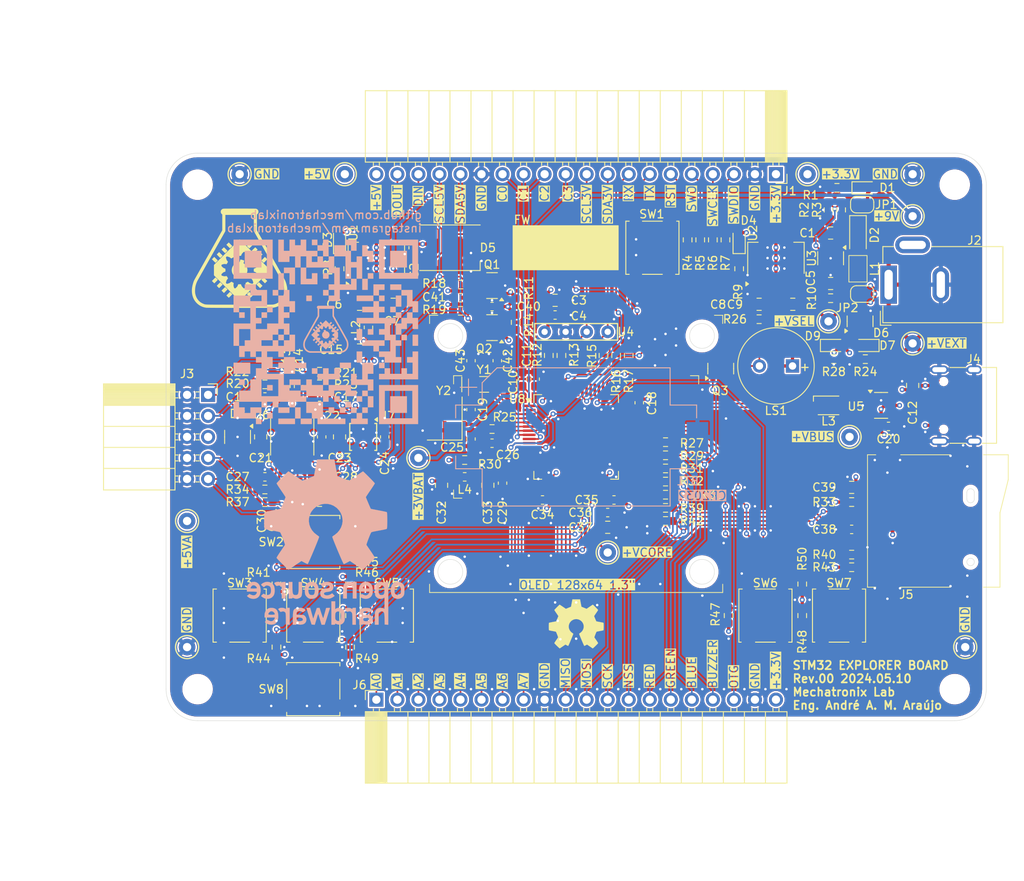
<source format=kicad_pcb>
(kicad_pcb (version 20240108) (generator "pcbnew") (generator_version "8.0")
  (title_block (title "STM32 EXPLORER BOARD") (date "2024-04-26") (rev "00") (company "Mechatronix Lab") (comment 1 "Eng. André A. M. Araújo"))
  (layers (0 "F.Cu" signal) (1 "In1.Cu" signal) (2 "In2.Cu" signal) (31 "B.Cu" signal) (34 "B.Paste" user) (35 "F.Paste" user) (36 "B.SilkS" user "B.Silkscreen") (37 "F.SilkS" user "F.Silkscreen") (38 "B.Mask" user) (39 "F.Mask" user) (44 "Edge.Cuts" user))
  (net 0 "")
  (net 1 "AIN2")
  (net 2 "Net-(U6B-+)")
  (net 3 "Net-(U6A-+)")
  (net 4 "AIN0")
  (net 5 "Net-(C16-Pad1)")
  (net 6 "Net-(C17-Pad1)")
  (net 7 "AIN3")
  (net 8 "Net-(U8-PH0)")
  (net 9 "Net-(C25-Pad2)")
  (net 10 "AIN1")
  (net 11 "Net-(C27-Pad1)")
  (net 12 "Net-(C28-Pad1)")
  (net 13 "+3.3V")
  (net 14 "+3VBAT")
  (net 15 "+3.3VA")
  (net 16 "GND")
  (net 17 "Net-(U6C-+)")
  (net 18 "Net-(U6D-+)")
  (net 19 "Net-(D1-K)")
  (net 20 "Net-(D3-K)")
  (net 21 "Net-(D4-K)")
  (net 22 "Net-(J1-Pin_5)")
  (net 23 "Net-(J1-Pin_3)")
  (net 24 "+5VA")
  (net 25 "A3")
  (net 26 "A0")
  (net 27 "A1")
  (net 28 "A2")
  (net 29 "PA7")
  (net 30 "PA6")
  (net 31 "PA0")
  (net 32 "PA5")
  (net 33 "PA1")
  (net 34 "PA2")
  (net 35 "PA4")
  (net 36 "PA3")
  (net 37 "Net-(J1-Pin_4)")
  (net 38 "I2C SDA 3.3V")
  (net 39 "I2C SCL 3.3V")
  (net 40 "USB D+")
  (net 41 "USB D-")
  (net 42 "I2C SDA 5V")
  (net 43 "Net-(J1-Pin_6)")
  (net 44 "I2C SCL 5V")
  (net 45 "SWCLK")
  (net 46 "SWDIO")
  (net 47 "SWO")
  (net 48 "NRST")
  (net 49 "BUTTON 2")
  (net 50 "BUTTON LEFT")
  (net 51 "BUTTON UP")
  (net 52 "BUTTON CENTER")
  (net 53 "BUTTON 1")
  (net 54 "BUTTON RIGHT")
  (net 55 "BUTTON DOWN")
  (net 56 "DEBUG TX")
  (net 57 "DEBUG RX")
  (net 59 "+5V")
  (net 60 "NEOPIXEL DOUT")
  (net 61 "NEOPIXEL DIN")
  (net 62 "SPI NSS")
  (net 63 "SPI SCK")
  (net 64 "SPI MOSI")
  (net 65 "SPI MISO")
  (net 66 "USB OTG ID")
  (net 67 "+VEXT")
  (net 68 "+9V")
  (net 69 "+VBUS")
  (net 70 "+VSEL")
  (net 71 "PWM BUZZER")
  (net 72 "PWM RED")
  (net 73 "PWM GREEN")
  (net 74 "PWM BLUE")
  (net 75 "/POWER/BOOST IN")
  (net 76 "/POWER/BOOST OUT")
  (net 77 "/POWER/BOOST SW")
  (net 78 "/IO/SD DAT0 SPI")
  (net 79 "SD CARD ~{IN}")
  (net 80 "/IO/SD DAT2 SPI")
  (net 81 "/MCU/MCU PB8")
  (net 82 "/MCU/MCU PB9")
  (net 83 "/MCU/MCU PA15")
  (net 84 "/MCU/MCU PB15 SPI")
  (net 85 "/MCU/MCU PB13 SPI")
  (net 86 "/MCU/MCU PB12 SPI")
  (net 87 "/MCU/TIM3 CH1")
  (net 88 "/MCU/TIM3 CH2")
  (net 89 "/MCU/TIM3 CH3")
  (net 90 "/MCU/TIM3 CH4")
  (net 91 "/POWER/BOOST FB")
  (net 92 "/POWER/BOOST ~{SHDN}")
  (net 93 "/IO/USB DATA+")
  (net 94 "/IO/USB DATA-")
  (net 95 "/IO/USB FILTERED D-")
  (net 96 "/IO/USB FILTERED D+")
  (net 101 "PC1")
  (net 102 "PC3")
  (net 103 "PC2")
  (net 104 "PC0")
  (net 105 "Net-(U8-BOOT0)")
  (net 106 "Net-(U8-PB6)")
  (net 107 "Net-(U8-PH1)")
  (net 112 "/IO/SD DAT1 SPI")
  (net 114 "Net-(U8-PC15)")
  (net 117 "Net-(U8-PC14)")
  (net 118 "Net-(D7-K)")
  (net 120 "Net-(D9-K)")
  (net 121 "+VCORE")
  (net 122 "Net-(Q3-D)")
  (footprint "Resistor_SMD:R_0603_1608Metric_Pad0.98x0.95mm_HandSolder" (layer "F.Cu") (at 181.496 69.901)
    (property "Reference" "R1")
    (property "Value" "10K 1%")
  )
  (footprint "LED_SMD:LED_WS2812B_PLCC4_5.0x5.0mm_P3.2mm" (layer "F.Cu") (at 134.76 77.14)
    (property "Reference" "D5")
    (property "Value" "WS2812B")
  )
  (footprint "Resistor_SMD:R_0603_1608Metric_Pad0.98x0.95mm_HandSolder" (layer "F.Cu") (at 160.795 105.3975 180)
    (property "Reference" "R32")
    (property "Value" "1K 1%")
  )
  (footprint "Capacitor_SMD:C_0805_2012Metric_Pad1.18x1.45mm_HandSolder" (layer "F.Cu") (at 139.332 105.842 90)
    (property "Reference" "C33")
    (property "Value" "10uF 25V")
  )
  (footprint "Capacitor_SMD:C_0603_1608Metric_Pad1.08x0.95mm_HandSolder" (layer "F.Cu") (at 143.523 93.015 -90)
    (property "Reference" "C10")
    (property "Value" "100nF 50V")
  )
  (footprint "Resistor_SMD:R_0603_1608Metric_Pad0.98x0.95mm_HandSolder" (layer "F.Cu") (at 169.685 79.68 90)
    (property "Reference" "R9")
    (property "Value" "1K 1%")
  )
  (footprint "STM32XP:WE 74404024100" (layer "F.Cu") (at 184.036 79.68 90)
    (property "Reference" "L1")
    (property "Value" "10uH")
  )
  (footprint "Resistor_SMD:R_0603_1608Metric_Pad0.98x0.95mm_HandSolder" (layer "F.Cu") (at 142.6975 86.157 90)
    (property "Reference" "R14")
    (property "Value" "2.2K 1%")
  )
  (footprint "Resistor_SMD:R_0603_1608Metric_Pad0.98x0.95mm_HandSolder" (layer "F.Cu") (at 160.795 102.2225 180)
    (property "Reference" "R29")
    (property "Value" "1K 1%")
  )
  (footprint "Button_Switch_SMD:SW_Push_1P1T_NO_CK_KSC6xxJ" (layer "F.Cu") (at 181.75 121.59 -90)
    (property "Reference" "SW7")
    (property "Value" "BUTTON 2")
  )
  (footprint "Package_TO_SOT_SMD:SOT-23-6" (layer "F.Cu") (at 186.83 96.19)
    (property "Reference" "U5")
    (property "Value" "USBLC6-2SC6")
  )
  (footprint "Package_TO_SOT_SMD:SOT-23" (layer "F.Cu") (at 167.4625 91.745 90)
    (property "Reference" "Q3")
    (property "Value" "2N7002")
  )
  (footprint "LED_SMD:LED_0603_1608Metric_Pad1.05x0.95mm_HandSolder" (layer "F.Cu") (at 169.685 76.1875 90)
    (property "Reference" "D4")
    (property "Value" "LED")
  )
  (footprint "Capacitor_SMD:C_0805_2012Metric_Pad1.18x1.45mm_HandSolder" (layer "F.Cu") (at 123.838 89.4975)
    (property "Reference" "C15")
    (property "Value" "10uF 25V")
  )
  (footprint "Capacitor_SMD:C_0603_1608Metric_Pad1.08x0.95mm_HandSolder" (layer "F.Cu") (at 140.475 90.7925 -90)
    (property "Reference" "C42")
    (property "Value" "10pF 50V")
  )
  (footprint "Resistor_SMD:R_0603_1608Metric_Pad0.98x0.95mm_HandSolder" (layer "F.Cu") (at 183.274 115.748 180)
    (property "Reference" "R43")
    (property "Value" "10K 1%")
  )
  (footprint "Capacitor_SMD:C_0603_1608Metric_Pad1.08x0.95mm_HandSolder" (layer "F.Cu") (at 112.408 95.174)
    (property "Reference" "C16")
    (property "Value" "100nF 50V")
  )
  (footprint "Package_TO_SOT_SMD:SOT-23" (layer "F.Cu") (at 139.84 81.712 180)
    (property "Reference" "Q1")
    (property "Value" "2N7002")
  )
  (footprint "Capacitor_SMD:C_0603_1608Metric_Pad1.08x0.95mm_HandSolder" (layer "F.Cu") (at 139.84 84.252)
    (property "Reference" "C40")
    (property "Value" "100nF 50V")
  )
  (footprint "TestPoint:TestPoint_Keystone_5000-5004_Miniature" (layer "F.Cu") (at 183.02 100)
    (property "Reference" "TP9" (hide yes))
    (property "Value" "+VBUS")
  )
  (footprint "Resistor_SMD:R_0603_1608Metric_Pad0.98x0.95mm_HandSolder" (layer "F.Cu") (at 160.795 100.635 180)
    (property "Reference" "R27")
    (property "Value" "1K 1%")
  )
  (footprint "Connector_USB:USB_C_Receptacle_G-Switch_GT-USB-7010ASV" (layer "F.Cu") (at 196.99 96.19 90)
    (property "Reference" "J4")
    (property "Value" "USB_C_Receptacle_USB2.0_16P")
  )
  (footprint "TestPoint:TestPoint_Keystone_5000-5004_Miniature" (layer "F.Cu") (at 122.06 68.25)
    (property "Reference" "TP3" (hide yes))
    (property "Value" "+5V")
  )
  (footprint "Package_SO:TSSOP-10_3x3mm_P0.5mm" (layer "F.Cu") (at 124.2825 100 -90)
    (property "Reference" "U7")
    (property "Value" "ADS1115IDGS")
  )
  (footprint "Resistor_SMD:R_0603_1608Metric_Pad0.98x0.95mm_HandSolder" (layer "F.Cu") (at 139.84 99.0475)
    (property "Reference" "R25")
    (property "Value" "0R")
  )
  (footprint "Fiducial:Fiducial_0.75mm_Mask1.5mm" (layer "F.Cu") (at 104.28 74.6)
    (property "Reference" "FID1" (hide yes))
    (property "Value" "Fiducial")
  )
  (footprint "Resistor_SMD:R_0603_1608Metric_Pad0.98x0.95mm_HandSolder" (layer "F.Cu") (at 121.425 79.68 90)
    (property "Reference" "R8")
    (property "Value" "1K 1%")
  )
  (footprint "Fiducial:Fiducial_0.75mm_Mask1.5mm" (layer "F.Cu") (at 109.36 130.48)
    (property "Reference" "FID3" (hide yes))
    (property "Value" "Fiducial")
  )
  (footprint "Connector_BarrelJack:BarrelJack_GCT_DCJ200-10-A_Horizontal" (layer "F.Cu") (at 187.74 81.6 90)
    (property "Reference" "J2")
    (property "Value" "Jack-DC")
  )
  (footprint "Capacitor_SMD:C_0805_2012Metric_Pad1.18x1.45mm_HandSolder" (layer "F.Cu") (at 121.425 100 -90)
    (property "Reference" "C23")
    (property "Value" "10uF 25V")
  )
  (footprint "Resistor_SMD:R_0603_1608Metric_Pad0.98x0.95mm_HandSolder" (layer "F.Cu") (at 136.538 102.794 180)
    (property "Reference" "R30")
    (property "Value" "10K 1%")
  )
  (footprint "Capacitor_SMD:C_0603_1608Metric_Pad1.08x0.95mm_HandSolder" (layer "F.Cu") (at 145.936 107.62)
    (property "Reference" "C34")
    (property "Value" "100nF 50V")
  )
  (footprint "Package_TO_SOT_SMD:SOT-223-3_TabPin2" (layer "F.Cu") (at 125.87 78.385 90)
    (property "Reference" "U1")
    (property "Value" "AMS1117-5.0")
  )
  (footprint "Inductor_SMD:L_0603_1608Metric_Pad1.05x0.95mm_HandSolder" (layer "F.Cu") (at 124.9175 86.767 -90)
    (property "Reference" "L2")
    (property "Value" "L_Small")
  )
  (footprint "Resistor_SMD:R_0603_1608Metric_Pad0.98x0.95mm_HandSolder" (layer "F.Cu") (at 122.695 121.59 90)
    (property "Reference" "R46")
    (property "Value" "10K 1%")
  )
  (footprint "Package_QFP:LQFP-64_10x10mm_P0.5mm" (layer "F.Cu") (at 150 100)
    (property "Reference" "U8")
    (property "Value" "STM32F411RETx")
  )
  (footprint "Crystal:Crystal_SMD_EuroQuartz_MT-4Pin_3.2x2.5mm_HandSoldering" (layer "F.Cu") (at 134.125 97.7775 90)
    (property "Reference" "Y2")
    (property "Value" "8MHz xpF")
  )
  (footprint "LED_SMD:LED_0603_1608Metric_Pad1.05x0.95mm_HandSolder" (layer "F.Cu") (at 121.425 76.1875 90)
    (property "Reference" "D3")
    (property "Value" "LED")
  )
  (footprint "MountingHole:MountingHole_3.2mm_M3" (layer "F.Cu") (at 195.72 130.48)
    (property "Reference" "H4" (hide yes))
    (property "Value" "MountingHole")
  )
  (footprint "Resistor_SMD:R_0603_1608Metric_Pad0.98x0.95mm_HandSolder" (layer "F.Cu") (at 183.274 107.874 180)
    (property "Reference" "R33")
    (property "Value" "10K 1%")
  )
  (footprint "MountingHole:MountingHole_3.2mm_M3" (layer "F.Cu") (at 104.28 69.52)
    (property "Reference" "H1" (hide yes))
    (property "Value" "MountingHole")
  )
  (footprint "Resistor_SMD:R_0603_1608Metric_Pad0.98x0.95mm_HandSolder" (layer "F.Cu") (at 177.305 121.59 90)
    (property "Reference" "R48")
    (property "Value" "10K 1%")
  )
  (footprint "Connector_PinSocket_2.54mm:PinSocket_1x20_P2.54mm_Horizontal" (layer "F.Cu") (at 174.13 68.25 -90)
    (property "Reference" "J1")
    (property "Value" "Conn_01x20_Socket")
  )
  (footprint "Button_Switch_SMD:SW_Push_1P1T_NO_CK_KSC6xxJ" (layer "F.Cu") (at 109.36 121.59 90)
    (property "Reference" "SW3")
    (property "Value" "LEFT")
  )
  (footprint "Resistor_SMD:R_0603_1608Metric_Pad0.98x0.95mm_HandSolder" (layer "F.Cu") (at 112.408 107.874 180)
    (property "Reference" "R37")
    (property "Value" "10K 1%")
  )
  (footprint "Symbol:OSHW-Symbol_6.7x6mm_SilkScreen" (layer "F.Cu") (at 150 122.606)
    (property "Reference" "REF**" (hide yes))
    (property "Value" "OSHW-Symbol_6.7x6mm_SilkScreen" (hide yes))
  )
  (footprint "TestPoint:TestPoint_Keystone_5000-5004_Miniature" (layer "F.Cu") (at 177.94 68.25)
    (property "Reference" "TP4" (hide yes))
    (property "Value" "+3.3V")
  )
  (footprint "Capacitor_SMD:C_0603_1608Metric_Pad1.08x0.95mm_HandSolder" (layer "F.Cu") (at 137.3 90.7925 -90)
    (property "Reference" "C43")
    (property "Value" "10pF 50V")
  )
  (footprint "Package_TO_SOT_SMD:SOT-23" (layer "F.Cu") (at 139.84 86.792 180)
    (property "Reference" "Q2")
    (property "Value" "2N7002")
  )
  (footprint "Capacitor_SMD:C_0603_1608Metric_Pad1.08x0.95mm_HandSolder" (layer "F.Cu") (at 157.62 95.8725 90)
    (property "Reference" "C18")
    (property "Value" "100nF 50V")
  )
  (footprint "Capacitor_SMD:C_0603_1608Metric_Pad1.08x0.95mm_HandSolder" (layer "F.Cu") (at 153.81 109.144 180)
    (property "Reference" "C36")
    (property "Value" "100nF 50V")
  )
  (footprint "Capacitor_SMD:C_0603_1608Metric_Pad1.08x0.95mm_HandSolder" (layer "F.Cu") (at 137.3 96.698 -90)
    (property "Reference" "C19")
    (property "Value" "10pF 50V")
  )
  (footprint "Resistor_SMD:R_0603_1608Metric_Pad0.98x0.95mm_HandSolder" (layer "F.Cu") (at 177.305 117.78 -90)
    (property "Reference" "R50")
    (property "Value" "10K 1%")
  )
  (footprint "Resistor_SMD:R_0603_1608Metric_Pad0.98x0.95mm_HandSolder" (layer "F.Cu") (at 166.51 76.1875 90)
    (property "Reference" "R6")
    (property "Value" "51R 1%")
  )
  (footprint "Resistor_SMD:R_0603_1608Metric_Pad0.98x0.95mm_HandSolder" (layer "F.Cu") (at 160.795 106.985)
    (property "Reference" "R36")
    (property "Value" "51R 1%")
  )
  (footprint "Resistor_SMD:R_0603_1608Metric_Pad0.98x0.95mm_HandSolder" (layer "F.Cu") (at 180.48 72.568 90)
    (property "Reference" "R2")
    (property "Value" "10K 1%")
  )
  (footprint "Resistor_SMD:R_0603_1608Metric_Pad0.98x0.95mm_HandSolder" (layer "F.Cu") (at 180.734 83.236)
    (property "Reference" "R10")
    (property "Value" "10K 1%")
  )
  (footprint "Resistor_SMD:R_0603_1608Metric_Pad0.98x0.95mm_HandSolder" (layer "F.Cu") (at 122.695 125.4 90)
    (property "Reference" "R49")
    (property "Value" "10K 1%")
  )
  (footprint "Resistor_SMD:R_0603_1608Metric_Pad0.98x0.95mm_HandSolder" (layer "F.Cu") (at 154.826 90.1575 90)
    (property "Reference" "R16")
    (property "Value" "51R 1%")
  )
  (footprint "Button_Switch_SMD:SW_Push_1P1T_NO_CK_KSC6xxJ" (layer "F.Cu") (at 159.2075 77.14 90)
    (property "Reference" "SW1")
    (property "Value" "RST")
  )
  (footprint "Capacitor_SMD:C_0603_1608Metric_Pad1.08x0.95mm_HandSolder" (layer "F.Cu") (at 116.472 93.904 -90)
    (property "Reference" "C14")
    (property "Value" "100nF 50V")
  )
  (footprint "Resistor_SMD:R_0603_1608Metric_Pad0.98x0.95mm_HandSolder" (layer "F.Cu") (at 172.098 85.776)
    (property "Reference" "R26")
    (property "Value" "1K 1%")
  )
  (footprint "TestPoint:TestPoint_Keystone_5000-5004_Miniature" (layer "F.Cu") (at 196.99 125.4)
    (property "Reference" "TP13" (hide yes))
    (property "Value" "GND")
  )
  (footprint "TestPoint:TestPoint_Keystone_5000-5004_Miniature" (layer "F.Cu") (at 130.95 102.54)
    (property "Reference" "TP2" (hide yes))
    (property "Value" "+3VBAT")
  )
  (footprint "Resistor_SMD:R_0603_1608Metric_Pad0.98x0.95mm_HandSolder" (layer "F.Cu") (at 168.415 121.59 -90)
    (property "Reference" "R47")
    (property "Value" "10K 1%")
  )
  (footprint "Capacitor_SMD:C_0603_1608Metric_Pad1.08x0.95mm_HandSolder" (layer "F.Cu") (at 136.03 83.1725)
    (property "Reference" "C41")
    (property "Value" "100nF 50V")
  )
  (footprint "Capacitor_SMD:C_0805_2012Metric_Pad1.18x1.45mm_HandSolder" (layer "F.Cu") (at 147.46 83.49 180)
    (property "Reference" "C3")
    (property "Value" "10uF 25V")
  )
  (footprint "Capacitor_SMD:C_0603_1608Metric_Pad1.08x0.95mm_HandSolder" (layer "F.Cu") (at 126.886 100 -90)
    (property "Reference" "C24")
    (property "Value" "100nF 50V")
  )
  (footprint "Resistor_SMD:R_0603_1608Metric_Pad0.98x0.95mm_HandSolder" (layer "F.Cu") (at 160.795 103.81 180)
    (property "Reference" "R31")
    (property "Value" "1K 1%")
  )
  (footprint "Capacitor_SMD:C_0603_1608Metric_Pad1.08x0.95mm_HandSolder" (layer "F.Cu") (at 139.84 100.762)
    (property "Reference" "C26")
    (property "Value" "100nF 50V")
  )
  (footprint "Capacitor_SMD:C_0603_1608Metric_Pad1.08x0.95mm_HandSolder" (layer "F.Cu") (at 114.948 93.904 -90)
    (property "Reference" "C13")
    (property "Value" "100nF 50V")
  )
  (footprint "Fiducial:Fiducial_0.75mm_Mask1.5mm" (layer "F.Cu") (at 195.72 74.6)
    (property "Reference" "FID2" (hide yes))
    (property "Value" "Fiducial")
  )
  (footprint "Resistor_SMD:R_0603_1608Metric_Pad0.98x0.95mm_HandSolder" (layer "F.Cu") (at 182.004 72.568 -90)
    (property "Reference" "R3")
    (property "Value" "6K2 1%")
  )
  (footprint "Resistor_SMD:R_0603_1608Metric_Pad0.98x0.95mm_HandSolder" (layer "F.Cu") (at 184.925 90.602)
    (property "Reference" "R24")
    (property "Value" "1K 1%")
  )
  (footprint "TestPoint:TestPoint_Keystone_5000-5004_Miniature" (layer "F.Cu") (at 190.64 73.33)
    (property "Reference" "TP5" (hide yes))
    (property "Value" "+9V")
  )
  (footprint "Resistor_SMD:R_0603_1608Metric_Pad0.98x0.95mm_HandSolder" (layer "F.Cu") (at 160.795 108.5725)
    (property "Reference" "R39")
    (property "Value" "51R 1%")
  )
  (footprint "Capacitor_SMD:C_0805_2012Metric_Pad1.18x1.45mm_HandSolder" (layer "F.Cu") (at 180.734 75.362)
    (property "Reference" "C1")
    (property "Value" "10uF 25V")
  )
  (footprint "Jumper:SolderJumper-2_P1.3mm_Open_RoundedPad1.0x1.5mm" (layer "F.Cu") (at 184.544 71.933)
    (property "Reference" "JP1")
    (property "Value" "9V")
  )
  (footprint "TestPoint:TestPoint_Keystone_5000-5004_Miniature" (layer "F.Cu") (at 190.64 68.25)
    (property "Reference" "TP1" (hide yes))
    (property "Value" "GND")
  )
  (footprint "Resistor_SMD:R_0603_1608Metric_Pad0.98x0.95mm_HandSolder" (layer "F.Cu") (at 112.408 93.65)
    (property "Reference" "R22")
    (property "Value" "10K 1%")
  )
  (footprint "Diode_SMD:D_SOD-123" (layer "F.Cu") (at 184.036 75.616 -90)
    (property "Reference" "D2")
    (property "Value" "STPS1L40-Y")
  )
  (footprint "Resistor_SMD:R_0603_1608Metric_Pad0.98x0.95mm_HandSolder" (layer "F.Cu") (at 112.408 92.126 180)
    (property "Reference" "R20")
    (property "Value" "10K 1%")
  )
  (footprint "Capacitor_SMD:C_0603_1608Metric_Pad1.08x0.95mm_HandSolder" (layer "F.Cu") (at 119.012 104.826 180)
    (property "Reference" "C28")
    (property "Value" "100nF 50V")
  )
  (footprint "Button_Switch_SMD:SW_Push_1P1T_NO_CK_KSC6xxJ" (layer "F.Cu") (at 172.86 121.59 -90)
    (property "Reference" "SW6")
    (property "Value" "BUTTON 1")
  )
  (footprint "Capacitor_SMD:C_0603_1608Metric_Pad1.08x0.95mm_HandSolder" (layer "F.Cu") (at 183.274 111.176)
    (property "Reference" "C38")
    (property "Value" "100nF 50V")
  )
  (footprint "Button_Switch_SMD:SW_Push_1P1T_NO_CK_KSC6xxJ" (layer "F.Cu") (at 118.25 130.48 180)
    (property "Reference" "SW8")
    (property "Value" "DOWN")
  )
  (footprint "Package_TO_SOT_SMD:SOT-223-3_TabPin2" (layer "F.Cu") (at 174.13 78.385 90)
    (property "Reference" "U2")
    (property "Value" "AMS1117-3.3")
  )
  (footprint "Resistor_SMD:R_0603_1608Metric_Pad0.98x0.95mm_HandSolder" (layer "F.Cu") (at 183.274 114.224)
    (property "Reference" "R40")
    (property "Value" "51R 1%")
  )
  (footprint "Capacitor_SMD:C_0603_1608Metric_Pad1.08x0.95mm_HandSolder" (layer "F.Cu") (at 154.572 107.62)
    (property "Reference" "C35")
    (property "Value" "100nF 50V")
  )
  (footprint "Resistor_SMD:R_0603_1608Metric_Pad0.98x0.95mm_HandSolder" (layer "F.Cu") (at 113.805 117.78 -90)
    (property "Reference" "R41")
    (property "Value" "10K 1%")
  )
  (footprint "Capacitor_SMD:C_0603_1608Metric_Pad1.08x0.95mm_HandSolder" (layer "F.Cu") (at 145.047 93.015 -90)
    (property "Reference" "C11")
    (property "Value" "100nF 50V")
  )
  (footprint "Resistor_SMD:R_0603_1608Metric_Pad0.98x0.95mm_HandSolder" (layer "F.Cu") (at 146.698 90.1575 90)
    (property "Reference" "R12")
    (property "Value" "51R 1%")
  )
  (footprint "Inductor_SMD:L_0603_1608Metric_Pad1.05x0.95mm_HandSolder" (layer "F.Cu") (at 136.538 104.826)
    (property "Reference" "L4")
    (property "Value" "L_Small")
  )
  (footprint "Capacitor_SMD:C_0805_2012Metric_Pad1.18x1.45mm_HandSolder" (layer "F.Cu") (at 111.9 100 90)
    (property "Reference" "C21")
    (property "Value" "10uF 25V")
  )
  (footprint "Resistor_SMD:R_0603_1608Metric_Pad0.98x0.95mm_HandSolder" (layer "F.Cu") (at 148.222 90.1575 90)
    (property "Reference" "R13")
    (property "Value" "51R 1%")
  )
  (footprint "LED_SMD:LED_0603_1608Metric_Pad1.05x0.95mm_HandSolder" (layer "F.Cu") (at 184.925 88.951 180)
    (property "Reference" "D7")
    (property "Value" "LED")
  )
  (footprint "Inductor_SMD:L_CommonModeChoke_TDK_ACM2520-2P" (layer "F.Cu") (at 180.48 96.19)
    (property "Reference" "L3")
    (property "Value" "CMF3216F-900-2P-T")
  )
  (footprint "Capacitor_SMD:C_0603_1608Metric_Pad1.08x0.95mm_HandSolder" (layer "F.Cu") (at 130.315 77.14 90)
    (property "Reference" "C2")
    (property "Value" "100nF 50V")
  )
  (footprint "Capacitor_SMD:C_0603_1608Metric_Pad1.08x0.95mm_HandSolder" (layer "F.Cu") (at 187.719 98.73)
    (property "Reference" "C20")
    (property "Value" "100nF 50V")
  )
  (footprint "Resistor_SMD:R_0603_1608Metric_Pad0.98x0.95mm_HandSolder" (layer "F.Cu") (at 119.012 92.126)
    (property "Reference" "R21")
    (property "Value" "10K 1%")
  )
  (footprint "Resistor_SMD:R_0603_1608Metric_Pad0.98x0.95mm_HandSolder" (layer "F.Cu") (at 168.034 76.1875 90)
    (property "Reference" "R7")
    (property "Value" "51R 1%")
  )
  (footprint "Capacitor_SMD:C_0603_1608Metric_Pad1.08x0.95mm_HandSolder" (layer "F.Cu") (at 114.948 106.096 90)
    (property "Reference" "C30")
    (property "Value" "100nF 50V")
  )
  (footprint "Resistor_SMD:R_0603_1608Metric_Pad0.98x0.95mm_HandSolder" (layer "F.Cu") (at 119.012 106.35 180)
    (property "Reference" "R35")
    (property "Value" "10K 1%")
  )
  (footprint "MountingHole:MountingHole_3.2mm_M3" (layer "F.Cu") (at 195.72 69.52)
    (property "Reference" "H2" (hide yes))
    (property "Value" "MountingHole")
  )
  (footprint "TestPoint:TestPoint_Keystone_5000-5004_Miniature" (layer "F.Cu") (at 180.48 86.03)
    (property "Reference" "TP7" (hide yes))
    (property "Value" "+VSEL")
  )
  (footprint "Package_TO_SOT_SMD:SOT-23-5" (layer "F.Cu") (at 180.734 78.41 -90)
    (property "Reference" "U3")
    (property "Value" "AP3012")
  )
  (footprint "Capacitor_SMD:C_0805_2012Metric_Pad1.18x1.45mm_HandSolder" (layer "F.Cu") (at 183.274 106.096)
    (property "Reference" "C39")
    (property "Value" "10uF 25V")
  )
  (footprint "Capacitor_SMD:C_0805_2012Metric_Pad1.18x1.45mm_HandSolder" (layer "F.Cu") (at 127.902 83.973)
    (property "Reference" "C7")
    (property "Value" "10uF 25V")
  )
  (footprint "Resistor_SMD:R_0603_1608Metric_Pad0.98x0.95mm_HandSolder" (layer "F.Cu") (at 119.012 107.874)
    (property "Reference" "R38")
    (property "Value" "10K 1%")
  )
  (footprint "Connector_PinSocket_2.54mm:PinSocket_1x20_P2.54mm_Horizontal" (layer "F.Cu") (at 125.87 131.75 90)
    (property "Reference" "J6")
    (property "Value" "Conn_01x20_Socket")
  )
  (footprint "Resistor_SMD:R_0603_1608Metric_Pad0.98x0.95mm_HandSolder" (layer "F.Cu") (at 156.35 90.1575 90)
    (property "Reference" "R17")
    (property "Value" "51R 1%")
  )
  (footprint "Package_TO_SOT_SMD:SOT-23-6" (layer "F.Cu") (at 109.106 100 -90)
    (property "Reference" "D8")
    (property "Value" "ESDA6V1-5SC6")
  )
  (footprint "STM32XP:WE 693071020811" (layer "F.Cu") (at 197.188 110.16 90)
    (property "Reference" "J5")
    (property "Value" "MICRO SD")
    (fp_line (start 2.65 0) (end 3.45 0) (stroke (width 0.05)) (layer "Edge.Cuts"))
    (fp_line (start 3.45 0.9) (end 2.65 0.9) (stroke (width 0.05)) (layer "Edge.Cuts"))
    (fp_arc (start 3.45 0) (mid 3.9 0.45) (end 3.45 0.9) (stroke (width 0.05)) (layer "Edge.Cuts"))
    (fp_arc (start 2.65 0.9) (mid 2.2 0.45) (end 2.65 0) (stroke (width 0.05)) (layer "Edge.Cuts"))
    (fp_circle (center -4.95 0.45) (end -4.5 0.45) (stroke (width 0.05)) (fill none) (layer "Edge.Cuts"))
  )
  (footprint "Capacitor_SMD:C_0603_1608Metric_Pad1.08x0.95mm_HandSolder" (layer "F.Cu") (at 112.408 104.826)
    (property "Reference" "C27")
    (property "Value" "100nF 50V")
  )
  (footprint "Resistor_SMD:R_0603_1608Metric_Pad0.98x0.95mm_HandSolder" (layer "F.Cu") (at 164.986 76.1875 90)
    (property "Reference" "R5")
    (property "Value" "51R 1%")
  )
  (footprint "Capacitor_SMD:C_0603_1608Metric_Pad1.08x0.95mm_HandSolder" (layer "F.Cu") (at 137.3 100.254 90)
    (property "Reference" "C25")
    (property "Value" "10pF 50V")
  )
  (footprint "Resistor_SMD:R_0603_1608Metric_Pad0.98x0.95mm_HandSolder" (layer "F.Cu") (at 163.462 76.1875 90)
    (property "Reference" "R4")
    (property "Value" "51R 1%")
  )
  (footprint "Buzzer_Beeper:MagneticBuzzer_PUI_AT-0927-TT-6-R" (layer "F.Cu") (at 176.13 91.4275 180)
    (property "Reference" "LS1")
    (property "Value" "Speaker_Crystal")
  )
  (footprint "Capacitor_SMD:C_0805_2012Metric_Pad1.18x1.45mm_HandSolder" (layer "F.Cu") (at 180.734 81.458)
    (property "Reference" "C5")
    (property "Value" "10uF 25V")
  )
  (footprint "Resistor_SMD:R_0603_1608Metric_Pad0.98x0.95mm_HandSolder" (layer "F.Cu") (at 181.115 90.602 180)
    (property "Reference" "R28")
    (property "Value" "10K 1%")
  )
  (footprint "Resistor_SMD:R_0603_1608Metric_Pad0.98x0.95mm_HandSolder" (layer "F.Cu") (at 122.695 117.78 90)
    (property "Reference" "R45")
    (property "Value" "10K 1%")
  )
  (footprint "TestPoint:TestPoint_Keystone_5000-5004_Miniature" (layer "F.Cu") (at 153.81 113.97)
    (property "Reference" "TP12" (hide yes))
    (property "Value" "+VCORE")
  )
  (footprint "Package_TO_SOT_SMD:SOT-23" (layer "F.Cu") (at 184.29 86.03 90)
    (property "Reference" "D6")
    (property "Value" "BAT54C")
  )
  (footprint "Capacitor_SMD:C_0805_2012Metric_Pad1.18x1.45mm_HandSolder" (layer "F.Cu") (at 172.098 83.973)
    (property "Reference" "C8")
    (property "Value" "10uF 25V")
  )
  (footprint "Button_Switch_SMD:SW_Push_1P1T_NO_CK_KSC6xxJ" (layer "F.Cu") (at 118.25 121.59 90)
    (property "Reference" "SW4")
    (property "Value" "CENTER")
  )
  (footprint "Capacitor_SMD:C_0603_1608Metric_Pad1.08x0.95mm_HandSolder" (layer "F.Cu") (at 141.11 105.588 90)
    (property "Reference" "C29")
    (property "Value" "100nF 50V")
  )
  (footprint "TestPoint:TestPoint_Keystone_5000-5004_Miniature" (layer "F.Cu") (at 109.36 68.25)
    (property "Reference" "TP6" (hide yes))
    (property "Value" "GND")
  )
  (footprint "TestPoint:TestPoint_Keystone_5000-5004_Miniature" (layer "F.Cu") (at 190.64 88.697)
    (property "Reference" "TP8" (hide yes))
    (property "Value" "+VEXT")
  )
  (footprint "Capacitor_SMD:C_0603_1608Metric_Pad1.08x0.95mm_HandSolder" (layer "F.Cu") (at 119.012 95.174 180)
    (property "Reference" "C17")
    (property "Value" "100nF 50V")
  )
  (footprint "Resistor_SMD:R_0603_1608Metric_Pad0.98x0.95mm_HandSolder" (layer "F.Cu") (at 113.805 125.4 -90)
    (property "Reference" "R44")
    (property "Value" "10K 1%")
  )
  (footprint "Capacitor_SMD:C_0805_2012Metric_Pad1.18x1.45mm_HandSolder" (layer "F.Cu") (at 123.838 83.973)
    (property "Reference" "C6")
    (property "Value" "10uF 25V")
  )
  (footprint "STM32XP:OLED 128x64 1.3in" (layer "F.Cu") (at 150 87.3)
    (property "Reference" "U4")
    (property "Value" "OLED 128x64 1.3\"")
    (fp_circle (center -15.2 0.5) (end -13.7 0.5) (stroke (width 0.05)) (fill none) (layer "Edge.Cuts"))
    (fp_circle (center -15.2 29) (end -13.7 29) (stroke (width 0.05)) (fill none) (layer "Edge.Cuts"))
    (fp_circle (center 15.2 0.5) (end 16.7 0.5) (stroke (width 0.05)) (fill none) (layer "Edge.Cuts"))
    (fp_circle (center 15.2 29) (end 16.7 29) (stroke (width 0.05)) (fill none) (layer "Edge.Cuts"))
  )
  (footprint "LED_SMD:LED_0603_1608Metric_Pad1.05x0.95mm_HandSolder" (layer "F.Cu") (at 184.97 69.901)
    (property "Reference" "D1")
    (property "Value" "LED")
  )
  (footprint "Capacitor_SMD:C_0603_1608Metric_Pad1.08x0.95mm_HandSolder" (layer "F.Cu") (at 119.266 100 90)
    (property "Reference" "C22")
    (property "Value" "100nF 50V")
  )
  (footprint "Resistor_SMD:R_0603_1608Metric_Pad0.98x0.95mm_HandSolder" (layer "F.Cu") (at 136.07 81.585 180)
    (property "Reference" "R18")
    (property "Value" "10K 1%")
  )
  (footprint "Jumper:SolderJumper-2_P1.3mm_Open_RoundedPad1.0x1.5mm" (layer "F.Cu") (at 184.544 82.728 180)
    (property "Reference" "JP2")
    (property "Value" "VSEL")
  )
  (footprint "Capacitor_SMD:C_0603_1608Metric_Pad1.08x0.95mm_HandSolder" (layer "F.Cu") (at 147.46 85.268 180)
    (property "Reference" "C4")
    (property "Value" "100nF 50V")
  )
  (footprint "Resistor_SMD:R_0603_1608Metric_Pad0.98x0.95mm_HandSolder" (layer "F.Cu") (at 142.6975 82.347 -90)
    (property "Reference" "R11")
    (property "Value" "2.2K 1%")
  )
  (footprint "Resistor_SMD:R_0603_1608Metric_Pad0.98x0.95mm_HandSolder" (layer "F.Cu") (at 136.03 84.76 180)
    (property "Reference" "R19")
    (property "Value" "10K 1%")
  )
  (footprint "Resistor_SMD:R_0603_1608Metric_Pad0.98x0.95mm_HandSolder" (layer "F.Cu") (at 119.012 93.65 180)
    (property "Reference" "R23")
    (property "Value" "10K 1%")
  )
  (footprint "Capacitor_SMD:C_0805_2012Metric_Pad1.18x1.45mm_HandSolder" (layer "F.Cu") (at 176.162 83.973)
    (property "Reference" "C9")
    (property "Value" "10uF 25V")
  )
  (footprint "Button_Switch_SMD:SW_Push_1P1T_NO_CK_KSC6xxJ" (layer "F.Cu") (at 118.25 112.7)
    (property "Reference" "SW2")
    (property "Value" "UP")
  )
  (footprint "LED_SMD:LED_0603_1608Metric_Pad1.05x0.95mm_HandSolder" (layer "F.Cu") (at 181.16 88.951)
    (property "Reference" "D9")
    (property "Value" "LED")
  )
  (footprint "Package_SO:TSSOP-14_4.4x5mm_P0.65mm" (layer "F.Cu") (at 115.71 100 -90)
    (property "Reference" "U6")
    (property "Value" "LM324")
  )
  (footprint "Button_Switch_SMD:SW_Push_1P1T_NO_CK_KSC6xxJ" (layer "F.Cu") (at 127.14 121.59 -90)
    (property "Reference" "SW5")
    (property "Value" "RIGHT")
  )
  (footprint "MountingHole:MountingHole_3.2mm_M3" (layer "F.Cu") (at 104.28 130.48)
    (property "Reference" "H3" (hide yes))
    (property "Value" "MountingHole")
  )
  (footprint "Resistor_SMD:R_0603_1608Metric_Pad0.98x0.95mm_HandSolder" (layer "F.Cu") (at 112.408 106.35)
    (property "Reference" "R34")
    (property "Value" "10K 1%")
  )
  (footprint "Capacitor_SMD:C_0603_1608Metric_Pad1.08x0.95mm_HandSolder" (layer "F.Cu") (at 116.472 106.096 90)
    (property "Reference" "C31")
    (property "Value" "100nF 50V")
  )
  (footprint "TestPoint:TestPoint_Keystone_5000-5004_Miniature" (layer "F.Cu") (at 103.01 125.4)
    (property "Reference" "TP11" (hide yes))
    (property "Value" "GND")
  )
  (footprint "Crystal:Crystal_SMD_G8-2Pin_3.2x1.5mm_HandSoldering" (layer "F.Cu") (at 138.8875 93.65)
    (property "Reference" "Y1")
    (property "Value" "32.768kHz")
  )
  (footprint "Capacitor_SMD:C_0805_2012Metric_Pad1.18x1.45mm_HandSolder" (layer "F.Cu") (at 153.81 110.922 180)
    (property "Reference" "C37")
    (property "Value" "10uF 25V")
  )
  (footprint "LOGO" (layer "F.Cu") (at 109.36 78.41)
    (property "Reference" "G***" (hide yes))
    (property "Value" "LOGO" (hide yes))
  )
  (footprint "Connector_PinSocket_2.54mm:PinSocket_2x05_P2.54mm_Horizontal" (layer "F.Cu") (at 105.55 94.92)
    (property "Reference" "J3")
    (property "Value" "Conn_02x05_Odd_Even")
  )
  (footprint "Capacitor_SMD:C_0805_2012Metric_Pad1.18x1.45mm_HandSolder" (layer "F.Cu") (at 133.744 105.842 90)
    (property "Reference" "C32")
    (property "Value" "10uF 25V")
  )
  (footprint "Resistor_SMD:R_0603_1608Metric_Pad0.98x0.95mm_HandSolder" (layer "F.Cu") (at 160.795 110.16)
    (property "Reference" "R42")
    (property "Value" "51R 1%")
  )
  (footprint "Resistor_SMD:R_0603_1608Metric_Pad0.98x0.95mm_HandSolder" (layer "F.Cu") (at 153.302 90.1575 -90)
    (property "Reference" "R15")
    (property "Value" "10K 1%")
  )
  (footprint "Capacitor_SMD:C_0805_2012Metric_Pad1.18x1.45mm_HandSolder" (layer "F.Cu") (at 190.64 93.777 90)
    (property "Reference" "C12")
    (property "Value" "10uF 25V")
  )
  (footprint "TestPoint:TestPoint_Keystone_5000-5004_Miniature" (layer "F.Cu") (at 103.01 110.16)
    (property "Reference" "TP10" (hide yes))
    (property "Value" "+5VA")
  )
  (footprint "Symbol:OSHW-Logo_19x20mm_SilkScreen" (layer "B.Cu") (at 119.774 112.7 180)
    (property "Reference" "REF**" (hide yes))
    (property "Value" "OSHW-Logo_19x20mm_SilkScreen" (hide yes))
  )
  (footprint "Battery:BatteryHolder_Keystone_1060_1x2032" (layer "B.Cu") (at 150 100)
    (property "Reference" "BT1")
    (property "Value" "CR2032")
  )
  (footprint "LOGO" (layer "B.Cu") (at 119.774 87.3 180)
    (property "Reference" "G***" (hide yes))
    (property "Value" "LOGO" (hide yes))
  )
  (gr_line (start 115.71 107.874) (end 113.932 109.652) (stroke (width 0.15)) (layer "F.SilkS"))
  (gr_rect (start 142.38 74.473) (end 155.08 79.807) (stroke (width 0.1)) (fill solid) (layer "F.SilkS"))
  (gr_line (start 104.28 134.29) (end 195.72 134.29) (stroke (width 0.05)) (layer "Edge.Cuts"))
  (gr_arc (start 100.47 69.52) (mid 101.585923 66.825923) (end 104.28 65.71) (stroke (width 0.05)) (layer "Edge.Cuts"))
  (gr_line (start 100.47 69.52) (end 100.47 130.48) (stroke (width 0.05)) (layer "Edge.Cuts"))
  (gr_arc (start 104.28 134.29) (mid 101.585923 133.174077) (end 100.47 130.48) (stroke (width 0.05)) (layer "Edge.Cuts"))
  (gr_line (start 104.28 65.71) (end 195.72 65.71) (stroke (width 0.05)) (layer "Edge.Cuts"))
  (gr_arc (start 199.53 130.48) (mid 198.414077 133.174077) (end 195.72 134.29) (stroke (width 0.05)) (layer "Edge.Cuts"))
  (gr_arc (start 195.72 65.71) (mid 198.414077 66.825923) (end 199.53 69.52) (stroke (width 0.05)) (layer "Edge.Cuts"))
  (gr_line (start 199.53 130.48) (end 199.53 69.52) (stroke (width 0.05)) (layer "Edge.Cuts"))
  (gr_text "github.com/mechatronixlab\ninstagram.com/mechatronixlab\n" (at 131.458 75.362 0) (layer "B.SilkS") (effects (font (size 1 1)) (justify left bottom mirror)))
  (gr_text "SWO" (at 163.97 69.52 90) (layer "F.SilkS" knockout) (effects (font (size 1 1)) (justify right)))
  (gr_text "DOUT" (at 128.41 69.52 90) (layer "F.SilkS" knockout) (effects (font (size 1 1)) (justify right)))
  (gr_text "+3.3V" (at 174.13 130.607 90) (layer "F.SilkS" knockout) (effects (font (size 1 1)) (justify left)))
  (gr_text "A5" (at 138.57 130.48 90) (layer "F.SilkS" knockout) (effects (font (size 1 1)) (justify left)))
  (gr_text "SDA3V" (at 153.81 69.52 90) (layer "F.SilkS" knockout) (effects (font (size 1 1)) (justify right)))
  (gr_text "+3.3V" (at 174.13 71.933 90) (layer "F.SilkS" knockout) (effects (font (size 1 1))))
  (gr_text "BUZZER" (at 166.51 130.48 90) (layer "F.SilkS" knockout) (effects (font (size 1 1)) (justify left)))
  (gr_text "RED" (at 158.89 130.48 90) (layer "F.SilkS" knockout) (effects (font (size 1 1)) (justify left)))
  (gr_text "SDA5V" (at 136.03 69.52 90) (layer "F.SilkS" knockout) (effects (font (size 1 1)) (justify right)))
  (gr_text "NSS" (at 156.35 130.48 90) (layer "F.SilkS" knockout) (effects (font (size 1 1)) (justify left)))
  (gr_text "RX" (at 156.35 69.52 90) (layer "F.SilkS" knockout) (effects (font (size 1 1)) (justify right)))
  (gr_text "A3" (at 134.125 130.48 90) (layer "F.SilkS" knockout) (effects (font (size 1 1)) (justify left bottom)))
  (gr_text "GREEN" (at 161.43 130.48 90) (layer "F.SilkS" knockout) (effects (font (size 1 1)) (justify left)))
  (gr_text "GND" (at 171.59 71.1075 90) (layer "F.SilkS" knockout) (effects (font (size 1 1))))
  (gr_text "MISO" (at 148.73 130.48 90) (layer "F.SilkS" knockout) (effects (font (size 1 1)) (justify left)))
  (gr_text "SCK" (at 153.81 130.48 90) (layer "F.SilkS" knockout) (effects (font (size 1 1)) (justify left)))
  (gr_text "C3" (at 149.0475 69.52 90) (layer "F.SilkS" knockout) (effects (font (size 1 1)) (justify right)))
  (gr_text "DIN" (at 130.95 69.52 90) (layer "F.SilkS" knockout) (effects (font (size 1 1)) (justify right)))
  (gr_text "C0" (at 141.11 69.52 90) (layer "F.SilkS" knockout) (effects (font (size 1 1)) (justify right)))
  (gr_text "A2" (at 130.95 130.48 90) (layer "F.SilkS" knockout) (effects (font (size 1 1)) (justify left)))
  (gr_text "TX" (at 158.89 69.52 90) (layer "F.SilkS" knockout) (effects (font (size 1 1)) (justify right)))
  (gr_text "A7" (at 143.65 130.48 90) (layer "F.SilkS" knockout) (effects (font (size 1 1)) (justify left)))
  (gr_text "MOSI" (at 151.27 130.48 90) (layer "F.SilkS" knockout) (effects (font (size 1 1)) (justify left)))
  (gr_text "A4" (at 136.03 130.48 90) (layer "F.SilkS" knockout) (effects (font (size 1 1)) (justify left)))
  (gr_text "GND\n" (at 146.19 130.48 90) (layer "F.SilkS" knockout) (effects (font (size 1 1)) (justify left)))
  (gr_text "A0" (at 125.87 130.48 90) (layer "F.SilkS" knockout) (effects (font (size 1 1)) (justify left)))
  (gr_text "SWDIO" (at 169.05 69.52 90) (layer "F.SilkS" knockout) (effects (font (size 1 1)) (justify right)))
  (gr_text "OTG" (at 169.05 130.48 90) (layer "F.SilkS" knockout) (effects (font (size 1 1)) (justify left)))
  (gr_text "+5V" (at 125.87 69.52 90) (layer "F.SilkS" knockout) (effects (font (size 1 1)) (justify right)))
  (gr_text "STM32 EXPLORER BOARD\nRev.00 2024.05.10\nMechatronix Lab\nEng. André A. M. Araújo" (at 176.035 133.02 0) (layer "F.SilkS") (effects (font (size 1 1) (thickness 0.2) (bold yes)) (justify left bottom)))
  (gr_text "RST" (at 161.43 69.52 90) (layer "F.SilkS" knockout) (effects (font (size 1 1)) (justify right)))
  (gr_text "FW" (at 142.38 74.346 0) (layer "F.SilkS") (effects (font (size 1 1)) (justify left bottom)))
  (gr_text "SCL3V" (at 151.27 69.52 90) (layer "F.SilkS" knockout) (effects (font (size 1 1)) (justify right)))
  (gr_text "GND" (at 172.19175 128.8925 90) (layer "F.SilkS" knockout) (effects (font (size 1 1)) (justify bottom)))
  (gr_text "C1" (at 143.65 69.52 90) (layer "F.SilkS" knockout) (effects (font (size 1 1)) (justify right)))
  (gr_text "SWCLK" (at 166.51 69.52 90) (layer "F.SilkS" knockout) (effects (font (size 1 1)) (justify right)))
  (gr_text "A1" (at 128.41 130.48 90) (layer "F.SilkS" knockout) (effects (font (size 1 1)) (justify left)))
  (gr_text "GND\n" (at 138.57 69.52 90) (layer "F.SilkS" knockout) (effects (font (size 1 1)) (justify right)))
  (gr_text "C2\n" (at 146.19 69.52 90) (layer "F.SilkS" knockout) (effects (font (size 1 1)) (justify right)))
  (gr_text "A6" (at 141.11 130.48 90) (layer "F.SilkS" knockout) (effects (font (size 1 1)) (justify left)))
  (gr_text "BLUE" (at 163.97 130.48 90) (layer "F.SilkS" knockout) (effects (font (size 1 1)) (justify left)))
  (gr_text "SCL5V" (at 133.49 69.52 90) (layer "F.SilkS" knockout) (effects (font (size 1 1) (thickness 0.125) (bold yes)) (justify right)))
  (segment (start 123.076 103.048) (end 122.568 103.048) (width 0.2) (layer "F.Cu") (net 1))
  (segment (start 113.76 104.3365) (end 113.2705 104.826) (width 0.2) (layer "F.Cu") (net 1))
  (segment (start 114.41 102.8625) (end 113.76 102.8625) (width 0.2) (layer "F.Cu") (net 1))
  (segment (start 123.2825 102.15) (end 123.2825 102.8415) (width 0.2) (layer "F.Cu") (net 1))
  (segment (start 113.76 102.8625) (end 113.76 104.3365) (width 0.2) (layer "F.Cu") (net 1))
  (segment (start 114.395 102.8625) (end 114.395 103.4475) (width 0.2) (layer "F.Cu") (net 1))
  (segment (start 123.2825 102.8415) (end 123.076 103.048) (width 0.2) (layer "F.Cu") (net 1))
  (segment (start 113.3555 102.8625) (end 112.916 103.302) (width 0.2) (layer "F.Cu") (net 1))
  (segment (start 113.76 102.8625) (end 113.3555 102.8625) (width 0.2) (layer "F.Cu") (net 1))
  (segment (start 113.3605 102.8575) (end 113.805 102.8575) (width 0.2) (layer "F.Cu") (net 1))
  (segment (start 122.568 103.048) (end 121.806 103.81) (width 0.2) (layer "F.Cu") (net 1))
  (segment (start 112.916 103.302) (end 113.3605 102.8575) (width 0.2) (layer "F.Cu") (net 1))
  (via (at 121.806 103.81) (size 0.6) (drill 0.3) (layers "F.Cu" "B.Cu") (net 1))
  (via (at 112.916 103.302) (size 0.6) (drill 0.3) (layers "F.Cu" "B.Cu") (net 1))
  (segment (start 121.806 103.81) (end 120.79 104.826) (width 0.2) (layer "B.Cu") (net 1))
  (segment (start 114.44 104.826) (end 112.916 103.302) (width 0.2) (layer "B.Cu") (net 1))
  (segment (start 120.79 104.826) (end 114.44 104.826) (width 0.2) (layer "B.Cu") (net 1))
  (segment (start 113.3205 93.65) (end 113.8315 93.65) (width 0.2) (layer "F.Cu") (net 2))
  (segment (start 114.818 94.8965) (end 114.818 95.1475) (width 0.2) (layer "F.Cu") (net 2))
  (segment (start 114.948 94.7665) (end 114.818 94.8965) (width 0.2) (layer "F.Cu") (net 2))
  (segment (start 115.06 97.1375) (end 115.06 94.8785) (width 0.2) (layer "F.Cu") (net 2))
  (segment (start 113.8315 93.65) (end 114.948 94.7665) (width 0.2) (layer "F.Cu") (net 2))
  (segment (start 115.06 94.8785) (end 114.948 94.7665) (width 0.2) (layer "F.Cu") (net 2))
  (segment (start 116.36 97.1375) (end 116.36 94.8785) (width 0.2) (layer "F.Cu") (net 3))
  (segment (start 117.5885 93.65) (end 116.472 94.7665) (width 0.2) (layer "F.Cu") (net 3))
  (segment (start 116.36 94.8785) (end 116.472 94.7665) (width 0.2) (layer "F.Cu") (net 3))
  (segment (start 118.0995 93.65) (end 117.5885 93.65) (width 0.2) (layer "F.Cu") (net 3))
  (segment (start 118.295 95.383) (end 118.1495 95.2375) (width 0.2) (layer "F.Cu") (net 4))
  (segment (start 118.504 96.698) (end 118.0645 97.1375) (width 0.2) (layer "F.Cu") (net 4))
  (segment (start 123.7825 96.6425) (end 123.33 96.19) (width 0.2) (layer "F.Cu") (net 4))
  (segment (start 117.66 95.6635) (end 118.1495 95.174) (width 0.2) (layer "F.Cu") (net 4))
  (segment (start 123.7825 97.85) (end 123.7825 96.6425) (width 0.2) (layer "F.Cu") (net 4))
  (segment (start 118.0645 97.1375) (end 117.66 97.1375) (width 0.2) (layer "F.Cu") (net 4))
  (segment (start 117.66 97.1375) (end 117.66 95.6635) (width 0.2) (layer "F.Cu") (net 4))
  (segment (start 117.01 97.1375) (end 117.66 97.1375) (width 0.2) (layer "F.Cu") (net 4))
  (via (at 123.33 96.19) (size 0.6) (drill 0.3) (layers "F.Cu" "B.Cu") (net 4))
  (via (at 118.504 96.698) (size 0.6) (drill 0.3) (layers "F.Cu" "B.Cu") (net 4))
  (segment (start 118.504 96.698) (end 120.536 96.698) (width 0.2) (layer "B.Cu") (net 4))
  (segment (start 120.79 96.952) (end 122.568 96.952) (width 0.2) (layer "B.Cu") (net 4))
  (segment (start 120.536 96.698) (end 120.79 96.952) (width 0.2) (layer "B.Cu") (net 4))
  (segment (start 122.568 96.952) (end 123.33 96.19) (width 0.2) (layer "B.Cu") (net 4))
  (segment (start 111.4955 93.65) (end 111.4955 92.126) (width 0.2) (layer "F.Cu") (net 5))
  (segment (start 111.5455 95.2375) (end 111.4955 95.1875) (width 0.2) (layer "F.Cu") (net 5))
  (segment (start 111.4955 95.1875) (end 111.4955 93.65) (width 0.2) (layer "F.Cu") (net 5))
  (segment (start 119.9245 93.65) (end 119.9245 92.126) (width 0.2) (layer "F.Cu") (net 6))
  (segment (start 119.9245 93.65) (end 119.9245 95.124) (width 0.2) (layer "F.Cu") (net 6))
  (segment (start 119.9245 95.124) (end 119.8745 95.174) (width 0.2) (layer "F.Cu") (net 6))
  (segment (start 117.66 104.3365) (end 118.1495 104.826) (width 0.2) (layer "F.Cu") (net 7))
  (segment (start 123.33 103.81) (end 123.7825 103.3575) (width 0.2) (layer "F.Cu") (net 7))
  (segment (start 123.7825 103.3575) (end 123.7825 102.15) (width 0.2) (layer "F.Cu") (net 7))
  (segment (start 117.66 102.8625) (end 117.66 104.3365) (width 0.2) (layer "F.Cu") (net 7))
  (segment (start 118.504 103.302) (end 118.0645 102.8625) (width 0.2) (layer "F.Cu") (net 7))
  (segment (start 117.01 102.8625) (end 117.66 102.8625) (width 0.2) (layer "F.Cu") (net 7))
  (segment (start 118.0645 102.8625) (end 117.66 102.8625) (width 0.2) (layer "F.Cu") (net 7))
  (segment (start 118.295 104.617) (end 118.1495 104.7625) (width 0.2) (layer "F.Cu") (net 7))
  (via (at 118.504 103.302) (size 0.6) (drill 0.3) (layers "F.Cu" "B.Cu") (net 7))
  (via (at 123.33 103.81) (size 0.6) (drill 0.3) (layers "F.Cu" "B.Cu") (net 7))
  (segment (start 120.79 103.048) (end 120.536 103.302) (width 0.2) (layer "B.Cu") (net 7))
  (segment (start 123.33 103.81) (end 122.568 103.048) (width 0.2) (layer "B.Cu") (net 7))
  (segment (start 120.536 103.302) (end 118.504 103.302) (width 0.2) (layer "B.Cu") (net 7))
  (segment (start 122.568 103.048) (end 120.79 103.048) (width 0.2) (layer "B.Cu") (net 7))
  (segment (start 134.125 97.7775) (end 136.8925 97.7775) (width 0.2) (layer "F.Cu") (net 8))
  (segment (start 141.4275 97.7775) (end 137.7075 97.7775) (width 0.2) (layer "F.Cu") (net 8))
  (segment (start 132.975 96.6275) (end 134.125 97.7775) (width 0.2) (layer "F.Cu") (net 8))
  (segment (start 141.9 98.25) (end 141.4275 97.7775) (width 0.2) (layer "F.Cu") (net 8))
  (segment (start 137.7075 97.7775) (end 137.3 97.37) (width 0.2) (layer "F.Cu") (net 8))
  (segment (start 136.8925 97.7775) (end 137.3 97.37) (width 0.2) (layer "F.Cu") (net 8))
  (segment (start 132.975 96.3525) (end 132.975 96.6275) (width 0.2) (layer "F.Cu") (net 8))
  (segment (start 144.325 98.25) (end 141.9 98.25) (width 0.2) (layer "F.Cu") (net 8))
  (segment (start 135.275 99.2025) (end 135.43 99.0475) (width 0.2) (layer "F.Cu") (net 9))
  (segment (start 135.43 99.0475) (end 138.9275 99.0475) (width 0.2) (layer "F.Cu") (net 9))
  (segment (start 113.76 95.6635) (end 113.2705 95.174) (width 0.2) (layer "F.Cu") (net 10))
  (segment (start 123.2825 97.1585) (end 123.076 96.952) (width 0.2) (layer "F.Cu") (net 10))
  (segment (start 122.568 96.952) (end 123.076 96.952) (width 0.2) (layer "F.Cu") (net 10))
  (segment (start 114.395 97.1375) (end 114.395 96.5525) (width 0.2) (layer "F.Cu") (net 10))
  (segment (start 113.3555 97.1375) (end 113.76 97.1375) (width 0.2) (layer "F.Cu") (net 10))
  (segment (start 114.41 97.1375) (end 113.76 97.1375) (width 0.2) (layer "F.Cu") (net 10))
  (segment (start 112.916 96.698) (end 113.3555 97.1375) (width 0.2) (layer "F.Cu") (net 10))
  (segment (start 113.76 97.1375) (end 113.76 95.6635) (width 0.2) (layer "F.Cu") (net 10))
  (segment (start 121.806 96.19) (end 122.568 96.952) (width 0.2) (layer "F.Cu") (net 10))
  (segment (start 123.2825 97.85) (end 123.2825 97.1585) (width 0.2) (layer "F.Cu") (net 10))
  (via (at 121.806 96.19) (size 0.6) (drill 0.3) (layers "F.Cu" "B.Cu") (net 10))
  (via (at 112.916 96.698) (size 0.6) (drill 0.3) (layers "F.Cu" "B.Cu") (net 10))
  (segment (start 121.806 96.19) (end 120.536 94.92) (width 0.2) (layer "B.Cu") (net 10))
  (segment (start 114.694 94.92) (end 112.916 96.698) (width 0.2) (layer "B.Cu") (net 10))
  (segment (start 120.536 94.92) (end 114.694 94.92) (width 0.2) (layer "B.Cu") (net 10))
  (segment (start 111.5455 104.7625) (end 111.4955 104.8125) (width 0.2) (layer "F.Cu") (net 11))
  (segment (start 111.4955 104.8125) (end 111.4955 106.35) (width 0.2) (layer "F.Cu") (net 11))
  (segment (start 111.4955 107.9375) (end 111.4955 106.35) (width 0.2) (layer "F.Cu") (net 11))
  (segment (start 119.8745 104.7625) (end 119.9245 104.8125) (width 0.2) (layer "F.Cu") (net 12))
  (segment (start 119.9245 104.8125) (end 119.9245 106.35) (width 0.2) (layer "F.Cu") (net 12))
  (segment (start 119.9245 107.9375) (end 119.9245 106.35) (width 0.2) (layer "F.Cu") (net 12))
  (segment (start 122.695 120.6775) (end 121.8295 120.6775) (width 0.4) (layer "F.Cu") (net 13))
  (segment (start 146.5975 83.665) (end 146.4225 83.49) (width 0.4) (layer "F.Cu") (net 13))
  (segment (start 156.35 108.382) (end 155.588 107.62) (width 0.4) (layer "F.Cu") (net 13))
  (segment (start 113.805 126.3125) (end 114.7975 126.3125) (width 0.4) (layer "F.Cu") (net 13))
  (segment (start 141.745 84.292) (end 142.6975 85.2445) (width 0.4) (layer "F.Cu") (net 13))
  (segment (start 146.5975 82.5745) (end 146.952 82.22) (width 0.4) (layer "F.Cu") (net 13))
  (segment (start 133.7655 104.826) (end 133.744 104.8045) (width 0.4) (layer "F.Cu") (net 13))
  (segment (start 141.298 87.742) (end 140.7775 87.742) (width 0.4) (layer "F.Cu") (net 13))
  (segment (start 121.8295 116.8675) (end 121.806 116.891) (width 0.4) (layer "F.Cu") (net 13))
  (segment (start 188.227 111.43) (end 188.007 111.21) (width 0.4) (layer "F.Cu") (net 13))
  (segment (start 146.5975 86.8925) (end 146.19 87.3) (width 0.4) (layer "F.Cu") (net 13))
  (segment (start 141.898 82.662) (end 140.7775 82.662) (width 0.4) (layer "F.Cu") (net 13))
  (segment (start 174.13 81.535) (end 174.13 79.655) (width 0.4) (layer "F.Cu") (net 13))
  (segment (start 181.369 115.748) (end 182.3615 115.748) (width 0.4) (layer "F.Cu") (net 13))
  (segment (start 141.745 84.252) (end 141.745 84.212) (width 0.4) (layer "F.Cu") (net 13))
  (segment (start 114.821 118.669) (end 114.7975 118.6925) (width 0.4) (layer "F.Cu") (net 13))
  (segment (start 168.415 123.495) (end 168.415 122.5025) (width 0.4) (layer "F.Cu") (net 13))
  (segment (start 188.007 111.21) (end 186.738 111.21) (width 0.4) (layer "F.Cu") (net 13))
  (segment (start 154.064 104.318) (end 153.75 104.632) (width 0.2) (layer "F.Cu") (net 13))
  (segment (start 155.08 107.62) (end 155.4345 107.62) (width 0.2) (layer "F.Cu") (net 13))
  (segment (start 146.25 94.325) (end 146.25 95.368) (width 0.2) (layer "F.Cu") (net 13))
  (segment (start 135.663 104.826) (end 133.7655 104.826) (width 0.4) (layer "F.Cu") (net 13))
  (segment (start 146.5975 85.268) (end 146.5975 82.5745) (width 0.4) (layer "F.Cu") (net 13))
  (segment (start 146.444 108.636) (end 146.7985 108.2815) (width 0.4) (layer "F.Cu") (net 13))
  (segment (start 174.13 82.9785) (end 173.1355 83.973) (width 0.4) (layer "F.Cu") (net 13))
  (segment (start 146.25 94.325) (end 145.4945 94.325) (width 0.2) (layer "F.Cu") (net 13))
  (segment (start 177.305 119.685) (end 177.305 120.6775) (width 0.4) (layer "F.Cu") (net 13))
  (segment (start 186.738 111.21) (end 186.704 111.176) (width 0.4) (layer "F.Cu") (net 13))
  (segment (start 183.782 104.826) (end 183.782 105.5665) (width 0.4) (layer "F.Cu") (net 13))
  (segment (start 156.610843 96.25) (end 157.62 95.240843) (width 0.2) (layer "F.Cu") (net 13))
  (segment (start 146.7985 108.2815) (end 146.7985 107.62) (width 0.4) (layer "F.Cu") (net 13))
  (segment (start 134.633 102.794) (end 135.6255 102.794) (width 0.4) (layer "F.Cu") (net 13))
  (segment (start 122.695 124.4875) (end 121.7025 124.4875) (width 0.4) (layer "F.Cu") (net 13))
  (segment (start 183.782 105.5665) (end 184.3115 106.096) (width 0.4) (layer "F.Cu") (net 13))
  (segment (start 158.038 95.428) (end 157.62 95.01) (width 0.4) (layer "F.Cu") (net 13))
  (segment (start 113.805 118.6925) (end 114.7975 118.6925) (width 0.4) (layer "F.Cu") (net 13))
  (segment (start 158.636 95.428) (end 158.038 95.428) (width 0.4) (layer "F.Cu") (net 13))
  (segment (start 142.0625 82.4975) (end 142.6975 83.1325) (width 0.4) (layer "F.Cu") (net 13))
  (segment (start 121.806 120.701) (end 121.8295 120.6775) (width 0.4) (layer "F.Cu") (net 13))
  (segment (start 142.6975 83.1325) (end 142.6975 83.2595) (width 0.4) (layer "F.Cu") (net 13))
  (segment (start 133.2575 104.8045) (end 133.744 104.8045) (width 0.4) (layer "F.Cu") (net 13))
  (segment (start 147.587 104.318) (end 147.25 104.655) (width 0.2) (layer "F.Cu") (net 13))
  (segment (start 141.745 84.252) (end 140.7025 84.252) (width 0.4) (layer "F.Cu") (net 13))
  (segment (start 122.695 116.8675) (end 121.8295 116.8675) (width 0.4) (layer "F.Cu") (net 13))
  (segment (start 146.5975 85.268) (end 146.5975 83.665) (width 0.4) (layer "F.Cu") (net 13))
  (segment (start 155.588 107.62) (end 155.4345 107.62) (width 0.4) (layer "F.Cu") (net 13))
  (segment (start 169.685 75.3125) (end 170.56 75.3125) (width 0.4) (layer "F.Cu") (net 13))
  (segment (start 186.704 111.176) (end 184.1365 111.176) (width 0.4) (layer "F.Cu") (net 13))
  (segment (start 147.25 104.655) (end 147.25 105.675) (width 0.2) (layer "F.Cu") (net 13))
  (segment (start 153.75 104.632) (end 153.75 105.675) (width 0.2) (layer "F.Cu") (net 13))
  (segment (start 157.62 95.240843) (end 157.62 95.01) (width 0.2) (layer "F.Cu") (net 13))
  (segment (start 174.13 81.535) (end 174.13 82.9785) (width 0.4) (layer "F.Cu") (net 13))
  (segment (start 181.369 107.874) (end 182.3615 107.874) (width 0.4) (layer "F.Cu") (net 13))
  (segment (start 141.745 84.212) (end 142.6975 83.2595) (width 0.4) (layer "F.Cu") (net 13))
  (segment (start 141.872 88.316) (end 141.298 87.742) (width 0.4) (layer "F.Cu") (net 13))
  (segment (start 121.679 124.511) (end 121.7025 124.4875) (width 0.4) (layer "F.Cu") (net 13))
  (segment (start 153.75 105.675) (end 153.75 106.29) (width 0.2) (layer "F.Cu") (net 13))
  (segment (start 177.305 119.685) (end 177.305 118.6925) (width 0.4) (layer "F.Cu") (net 13))
  (segment (start 132.601 105.334) (end 133.2145 105.334) (width 0.4) (layer "F.Cu") (net 13))
  (segment (start 146.25 95.368) (end 145.936 95.682) (width 0.2) (layer "F.Cu") (net 13))
  (segment (start 188.227 111.811) (end 188.227 111.43) (width 0.4) (layer "F.Cu") (net 13))
  (segment (start 114.7975 126.3125) (end 114.821 126.289) (width 0.4) (layer "F.Cu") (net 13))
  (segment (start 142.0625 82.4975) (end 141.898 82.662) (width 0.4) (layer "F.Cu") (net 13))
  (segment (start 146.5975 85.268) (end 146.5975 86.8925) (width 0.4) (layer "F.Cu") (net 13))
  (segment (start 153.75 106.29) (end 155.08 107.62) (width 0.2) (layer "F.Cu") (net 13))
  (segment (start 145.4945 94.325) (end 145.047 93.8775) (width 0.2) (layer "F.Cu") (net 13))
  (segment (start 155.675 96.25) (end 156.610843 96.25) (width 0.2) (layer "F.Cu") (net 13))
  (segment (start 147.25 107.1685) (end 146.7985 107.62) (width 0.2) (layer "F.Cu") (net 13))
  (segment (start 174.13 79.655) (end 174.13 75.235) (width 0.4) (layer "F.Cu") (net 13))
  (segment (start 141.745 84.252) (end 141.745 84.292) (width 0.4) (layer "F.Cu") (net 13))
  (segment (start 147.25 105.675) (end 147.25 107.1685) (width 0.2) (layer "F.Cu") (net 13))
  (segment (start 133.2145 105.334) (end 133.744 104.8045) (width 0.4) (layer "F.Cu") (net 13))
  (via (at 121.8295 120.6775) (size 0.6) (drill 0.3) (layers "F.Cu" "B.Cu") (net 13))
  (via (at 174.13 77.115) (size 0.6) (drill 0.3) (layers "F.Cu" "B.Cu") (net 13))
  (via (at 114.821 126.289) (size 0.6) (drill 0.3) (layers "F.Cu" "B.Cu") (net 13))
  (via (at 174.13 78.385) (size 0.6) (drill 0.3) (layers "F.Cu" "B.Cu") (net 13))
  (via (at 183.782 104.826) (size 0.6) (drill 0.3) (layers "F.Cu" "B.Cu") (net 13))
  (via (at 174.13 79.655) (size 0.6) (drill 0.3) (layers "F.Cu" "B.Cu") (net 13))
  (via (at 121.806 116.891) (size 0.6) (drill 0.3) (layers "F.Cu" "B.Cu") (net 13))
  (via (at 168.415 123.495) (size 0.6) (drill 0.3) (layers "F.Cu" "B.Cu") (net 13))
  (via (at 154.064 104.318) (size 0.6) (drill 0.3) (layers "F.Cu" "B.Cu") (net 13))
  (via (at 145.936 95.682) (size 0.6) (drill 0.3) (layers "F.Cu" "B.Cu") (net 13))
  (via (at 142.0625 82.4975) (size 0.6) (drill 0.3) (layers "F.Cu" "B.Cu") (net 13))
  (via (at 146.952 82.22) (size 0.6) (drill 0.3) (layers "F.Cu" "B.Cu") (net 13))
  (via (at 146.444 108.636) (size 0.6) (drill 0.3) (layers "F.Cu" "B.Cu") (net 13))
  (via (at 158.636 95.428) (size 0.6) (drill 0.3) (layers "F.Cu" "B.Cu") (net 13))
  (via (at 121.7025 124.4875) (size 0.6) (drill 0.3) (layers "F.Cu" "B.Cu") (net 13))
  (via (at 181.369 115.748) (size 0.6) (drill 0.3) (layers "F.Cu" "B.Cu") (net 13))
  (via (at 132.601 105.334) (size 0.6) (drill 0.3) (layers "F.Cu" "B.Cu") (net 13))
  (via (at 141.872 88.316) (size 0.6) (drill 0.3) (layers "F.Cu" "B.Cu") (net 13))
  (via (at 147.587 104.318) (size 0.6) (drill 0.3) (layers "F.Cu" "B.Cu") (net 13))
  (via (at 170.56 75.3125) (size 0.6) (drill 0.3) (layers "F.Cu" "B.Cu") (net 13))
  (via (at 177.305 119.685) (size 0.6) (drill 0.3) (layers "F.Cu" "B.Cu") (net 13))
  (via (at 134.633 102.794) (size 0.6) (drill 0.3) (layers "F.Cu" "B.Cu") (net 13))
  (via (at 181.369 107.874) (size 0.6) (drill 0.3) (layers "F.Cu" "B.Cu") (net 13))
  (via (at 114.7975 118.6925) (size 0.6) (drill 0.3) (layers "F.Cu" "B.Cu") (net 13))
  (via (at 141.745 84.252) (size 0.6) (drill 0.3) (layers "F.Cu" "B.Cu") (net 13))
  (via (at 188.227 111.811) (size 0.6) (drill 0.3) (layers "F.Cu" "B.Cu") (net 13))
  (via (at 156.35 108.382) (size 0.6) (drill 0.3) (layers "F.Cu" "B.Cu") (net 13))
  (segment (start 144.325 94.6795) (end 143.523 93.8775) (width 0.2) (layer "F.Cu") (net 14))
  (segment (start 142.38 95.072497) (end 143.523 93.929497) (width 0.2) (layer "F.Cu") (net 14))
  (segment (start 144.325 96.25) (end 144.325 94.6795) (width 0.2) (layer "F.Cu") (net 14))
  (segment (start 143.523 93.929497) (end 143.523 93.8775) (width 0.2) (layer "F.Cu") (net 14))
  (via (at 142.38 95.072497) (size 0.6) (drill 0.3) (layers "F.Cu" "B.Cu") (net 14))
  (segment (start 133.1725 102.54) (end 130.95 102.54) (width 0.4) (layer "B.Cu") (net 14))
  (segment (start 135.35 100.3625) (end 133.1725 102.54) (width 0.4) (layer "B.Cu") (net 14))
  (segment (start 137.14125 99.0475) (end 136.3025 99.0475) (width 0.4) (layer "B.Cu") (net 14))
  (segment (start 136.3025 99.0475) (end 135.35 100) (width 0.4) (layer "B.Cu") (net 14))
  (segment (start 141.116253 95.072497) (end 137.14125 99.0475) (width 0.4) (layer "B.Cu") (net 14))
  (segment (start 142.38 95.072497) (end 141.116253 95.072497) (width 0.4) (layer "B.Cu") (net 14))
  (segment (start 139.332 104.8045) (end 141.031 104.8045) (width 0.4) (layer "F.Cu") (net 15))
  (segment (start 144.325 102.25) (end 141.654 102.25) (width 0.2) (layer "F.Cu") (net 15))
  (segment (start 141.11 102.794) (end 141.11 104.7255) (width 0.2) (layer "F.Cu") (net 15))
  (segment (start 137.413 104.826) (end 139.3105 104.826) (width 0.4) (layer "F.Cu") (net 15))
  (segment (start 141.031 104.8045) (end 141.11 104.7255) (width 0.4) (layer "F.Cu") (net 15))
  (segment (start 139.3105 104.826) (end 139.332 104.8045) (width 0.4) (layer "F.Cu") (net 15))
  (segment (start 141.654 102.25) (end 141.11 102.794) (width 0.2) (layer "F.Cu") (net 15))
  (segment (start 122.8005 88.6935) (end 122.8005 89.4975) (width 0.2) (layer "F.Cu") (net 16))
  (segment (start 153.25 105.675) (end 153.25 107.1605) (width 0.2) (layer "F.Cu") (net 16))
  (segment (start 123.33 90.831) (end 122.8005 90.3015) (width 0.2) (layer "F.Cu") (net 16))
  (segment (start 154.6725 110.747) (end 154.8475 110.922) (width 0.2) (layer "F.Cu") (net 16))
  (segment (start 122.8005 90.3015) (end 122.8005 89.4975) (width 0.2) (layer "F.Cu") (net 16))
  (segment (start 153.25 107.1605) (end 153.7095 107.62) (width 0.2) (layer "F.Cu") (net 16))
  (segment (start 157.605 96.75) (end 157.62 96.735) (width 0.2) (layer "F.Cu") (net 16))
  (segment (start 138.9775 100.762) (end 138.877 100.8625) (width 0.2) (layer "F.Cu") (net 16))
  (segment (start 124.2825 97.85) (end 124.2825 99.0475) (width 0.2) (layer "F.Cu") (net 16))
  (segment (start 123.33 88.164) (end 122.8005 88.6935) (width 0.2) (layer "F.Cu") (net 16))
  (segment (start 119.266 102.286) (end 119.266 102.2575) (width 0.2) (layer "F.Cu") (net 16))
  (via (at 186.068 102.794) (size 0.6) (drill 0.3) (layers "F.Cu" "B.Cu") (net 16))
  (via (at 127.902 103.81) (size 0.6) (drill 0.3) (layers "F.Cu" "B.Cu") (net 16))
  (via (at 162.954 104.953) (size 0.6) (drill 0.3) (layers "F.Cu" "B.Cu") (net 16))
  (via (at 165.24 94.285) (size 0.6) (drill 0.3) (layers "F.Cu" "B.Cu") (net 16))
  (via (at 132.982 100.762) (size 0.6) (drill 0.3) (layers "F.Cu" "B.Cu") (net 16))
  (via (at 170.701 80.442) (size 0.6) (drill 0.3) (layers "F.Cu" "B.Cu") (net 16))
  (via (at 171.463 75.362) (size 0.6) (drill 0.3) (layers "F.Cu" "B.Cu") (net 16))
  (via (at 107.455 126.67) (size 0.6) (drill 0.3) (layers "F.Cu" "B.Cu") (net 16))
  (via (at 185.56 84.76) (size 0.6) (drill 0.3) (layers "F.Cu" "B.Cu") (net 16))
  (via (at 147.46 120.0025) (size 0.6) (drill 0.3) (layers "F.Cu" "B.Cu") (net 16))
  (via (at 165.24 130.48) (size 0.6) (drill 0.3) (layers "F.Cu" "B.Cu") (net 16))
  (via (at 139.84 130.48) (size 0.6) (drill 0.3) (layers "F.Cu" "B.Cu") (net 16))
  (via (at 116.345 122.479) (size 0.6) (drill 0.3) (layers "F.Cu" "B.Cu") (net 16))
  (via (at 150 118.0975) (size 0.6) (drill 0.3) (layers "F.Cu" "B.Cu") (net 16))
  (via (at 126.124 102.032) (size 0.6) (drill 0.3) (layers "F.Cu" "B.Cu") (net 16))
  (via (at 179.083 111.049) (size 0.6) (drill 0.3) (layers "F.Cu" "B.Cu") (net 16))
  (via (at 157.62 89.078) (size 0.6) (drill 0.3) (layers "F.Cu" "B.Cu") (net 16))
  (via (at 141.11 107.493) (size 0.6) (drill 0.3) (layers "F.Cu" "B.Cu") (net 16))
  (via (at 117.488 132.512) (size 0.6) (drill 0.3) (layers "F.Cu" "B.Cu") (net 16))
  (via (at 129.299 77.902) (size 0.6) (drill 0.3) (layers "F.Cu" "B.Cu") (net 16))
  (via (at 107.455 120.701) (size 0.6) (drill 0.3) (layers "F.Cu" "B.Cu") (net 16))
  (via (at 188.227 99.746) (size 0.6) (drill 0.3) (layers "F.Cu" "B.Cu") (net 16))
  (via (at 150 130.48) (size 0.6) (drill 0.3) (layers "F.Cu" "B.Cu") (net 16))
  (via (at 114.7575 119.685) (size 0.6) (drill 0.3) (layers "F.Cu" "B.Cu") (net 16))
  (via (at 151.016 96.571) (size 0.6) (drill 0.3) (layers "F.Cu" "B.Cu") (net 16))
  (via (at 135.268 94.666) (size 0.6) (drill 0.3) (layers "F.Cu" "B.Cu") (net 16))
  (via (at 124.854 77.115) (size 0.6) (drill 0.3) (layers "F.Cu" "B.Cu") (net 16))
  (via (at 195.212 118.034) (size 0.6) (drill 0.3) (layers "F.Cu" "B.Cu") (net 16))
  (via (at 165.494 102.413) (size 0.6) (drill 0.3) (layers "F.Cu" "B.Cu") (net 16))
  (via (at 154.064 103.302) (size 0.6) (drill 0.3) (layers "F.Cu" "B.Cu") (net 16))
  (via (at 142.253 89.078) (size 0.6) (drill 0.3) (layers "F.Cu" "B.Cu") (net 16))
  (via (at 173.495 108.382) (size 0.6) (drill 0.3) (layers "F.Cu" "B.Cu") (net 16))
  (via (at 137.3 79.9975) (size 0.6) (drill 0.3) (layers "F.Cu" "B.Cu") (net 16))
  (via (at 109.106 102.286) (size 0.6) (drill 0.3) (layers "F.Cu" "B.Cu") (net 16))
  (via (at 162.7 130.48) (size 0.6) (drill 0.3) (layers "F.Cu" "B.Cu") (net 16))
  (via (at 124.854 78.385) (size 0.6) (drill 0.3) (layers "F.Cu" "B.Cu") (net 16))
  (via (at 121.806 104.826) (size 0.6) (drill 0.3) (layers "F.Cu" "B.Cu") (net 16))
  (via (at 129.045 122.479) (size 0.6) (drill 0.3) (layers "F.Cu" "B.Cu") (net 16))
  (via (at 142.126 100.381) (size 0.6) (drill 0.3) (layers "F.Cu" "B.Cu") (net 16))
  (via (at 119.012 132.512) (size 0.6) (drill 0.3) (layers "F.Cu" "B.Cu") (net 16))
  (via (at 154.826 104.826) (size 0.6) (drill 0.3) (layers "F.Cu" "B.Cu") (net 16))
  (via (at 121.425 97.7425) (size 0.6) (drill 0.3) (layers "F.Cu" "B.Cu") (net 16))
  (via (at 116.98 90.983) (size 0.6) (drill 0.3) (layers "F.Cu" "B.Cu") (net 16))
  (via (at 160.16 130.48) (size 0.6) (drill 0.3) (layers "F.Cu" "B.Cu") (net 16))
  (via (at 128.41 100.9525) (size 0.6) (drill 0.3) (layers "F.Cu" "B.Cu") (net 16))
  (via (at 150 114.351) (size 0.6) (drill 0.3) (layers "F.Cu" "B.Cu") (net 16))
  (via (at 152.54 120.32) (size 0.6) (drill 0.3) (layers "F.Cu" "B.Cu") (net 16))
  (via (at 149.619 83.49) (size 0.6) (drill 0.3) (layers "F.Cu" "B.Cu") (net 16))
  (via (at 144.158 105.08) (size 0.6) (drill 0.3) (layers "F.Cu" "B.Cu") (net 16))
  (via (at 107.455 116.51) (size 0.6) (drill 0.3) (layers "F.Cu" "B.Cu") (net 16))
  (via (at 144.92 130.48) (size 0.6) (drill 0.3) (layers "F.Cu" "B.Cu") (net 16))
  (via (at 132.22 116.256) (size 0.6) (drill 0.3) (layers "F.Cu" "B.Cu") (net 16))
  (via (at 142.6975 119.685) (size 0.6) (drill 0.3) (layers "F.Cu" "B.Cu") (net 16))
  (via (at 123.6475 127.94) (size 0.6) (drill 0.3) (layers "F.Cu" "B.Cu") (net 16))
  (via (at 123.33 104.826) (size 0.6) (drill 0.3) (layers "F.Cu" "B.Cu") (net 16))
  (via (at 141.4275 81.712) (size 0.6) (drill 0.3) (layers "F.Cu" "B.Cu") (net 16))
  (via (at 186.068 118.288) (size 0.6) (drill 0.3) (layers "F.Cu" "B.Cu") (net 16))
  (via (at 115.71 126.67) (size 0.6) (drill 0.3) (layers "F.Cu" "B.Cu") (net 16))
  (via (at 178.194 119.685) (size 0.6) (drill 0.3) (layers "F.Cu" "B.Cu") (net 16))
  (via (at 121.7425 123.495) (size 0.6) (drill 0.3) (layers "F.Cu" "B.Cu") (net 16))
  (via (at 175.146 77.115) (size 0.6) (drill 0.3) (layers "F.Cu" "B.Cu") (net 16))
  (via (at 144.285 114.351) (size 0.6) (drill 0.3) (layers "F.Cu" "B.Cu") (net 16))
  (via (at 181.115 106.096) (size 0.6) (drill 0.3) (layers "F.Cu" "B.Cu") (net 16))
  (via (at 189.624 98.73) (size 0.6) (drill 0.3) (layers "F.Cu" "B.Cu") (net 16))
  (via (at 149.365 85.268) (size 0.6) (drill 0.3) (layers "F.Cu" "B.Cu") (net 16))
  (via (at 122.822 99.492) (size 0.6) (drill 0.3) (layers "F.Cu" "B.Cu") (net 16))
  (via (at 121.7425 125.4) (size 0.6) (drill 0.3) (layers "F.Cu" "B.Cu") (net 16))
  (via (at 176.416 119.685) (size 0.6) (drill 0.3) (layers "F.Cu" "B.Cu") (net 16))
  (via (at 154.572 85.776) (size 0.6) (drill 0.3) (layers "F.Cu" "B.Cu") (net 16))
  (via (at 189.37 93.269) (size 0.6) (drill 0.3) (layers "F.Cu" "B.Cu") (net 16))
  (via (at 121.806 95.174) (size 0.6) (drill 0.3) (layers "F.Cu" "B.Cu") (net 16))
  (via (at 150 81.204) (size 0.6) (drill 0.3) (layers "F.Cu" "B.Cu") (net 16))
  (via (at 170.32 130.48) (size 0.6) (drill 0.3) (layers "F.Cu" "B.Cu") (net 16))
  (via (at 112.408 103.937) (size 0.6) (drill 0.3) (layers "F.Cu" "B.Cu") (net 16))
  (via (at 180.48 115.748) (size 0.6) (drill 0.3) (layers "F.Cu" "B.Cu") (net 16))
  (via (at 138.189 89.967) (size 0.6) (drill 0.3) (layers "F.Cu" "B.Cu") (net 16))
  (via (at 133.49 83.8075) (size 0.6) (drill 0.3) (layers "F.Cu" "B.Cu") (net 16))
  (via (at 133.49 82.22) (size 0.6) (drill 0.3) (layers "F.Cu" "B.Cu") (net 16))
  (via (at 170.701 82.728) (size 0.6) (drill 0.3) (layers "F.Cu" "B.Cu") (net 16))
  (via (at 155.08 119.05) (size 0.6) (drill 0.3) (layers "F.Cu" "B.Cu") (net 16))
  (via (at 138.062 106.858) (size 0.6) (drill 0.3) (layers "F.Cu" "B.Cu") (net 16))
  (via (at 131.331 77.648) (size 0.6) (drill 0.3) (layers "F.Cu" "B.Cu") (net 16))
  (via (at 192.164 99.403003) (size 0.6) (drill 0.3) (layers "F.Cu" "B.Cu") (net 16))
  (via (at 171.59 108.382) (size 0.6) (drill 0.3) (layers "F.Cu" "B.Cu") (net 16))
  (via (at 160.16 117.78) (size 0.6) (drill 0.3) (layers "F.Cu" "B.Cu") (net 16))
  (via (at 153.175 104.318) (size 0.6) (drill 0.3) (layers "F.Cu" "B.Cu") (net 16))
  (via (at 157.366 83.871) (size 0.6) (drill 0.3) (layers "F.Cu" "B.Cu") (net 16))
  (via (at 150 120.0025) (size 0.6) (drill 0.3) (layers "F.Cu" "B.Cu") (net 16))
  (via (at 148.095 124.4475) (size 0.6) (drill 0.3) (layers "F.Cu" "B.Cu") (net 16))
  (via (at 187.592 104.318) (size 0.6) (drill 0.3) (layers "F.Cu" "B.Cu") (net 16))
  (via (at 139.84 85.014) (size 0.6) (drill 0.3) (layers "F.Cu" "B.Cu") (net 16))
  (via (at 145.428 105.08) (size 0.6) (drill 0.3) (layers "F.Cu" "B.Cu") (net 16))
  (via (at 124.2825 99.0475) (size 0.6) (drill 0.3) (layers "F.Cu" "B.Cu") (net 16))
  (via (at 126.886 79.655) (size 0.6) (drill 0.3) (layers "F.Cu" "B.Cu") (net 16))
  (via (at 127.14 130.48) (size 0.6) (drill 0.3) (layers "F.Cu" "B.Cu") (net 16))
  (via (at 162.954 110.541) (size 0.6) (drill 0.3) (layers "F.Cu" "B.Cu") (net 16))
  (via (at 119.012 96.063) (size 0.6) (drill 0.3) (layers "F.Cu" "B.Cu") (net 16))
  (via (at 147.841 97.841) (size 0.6) (drill 0.3) (layers "F.Cu" "B.Cu") (net 16))
  (via (at 146.68921 104.314656) (size 0.6) (drill 0.3) (layers "F.Cu" "B.Cu") (net 16))
  (via (at 126.886 77.115) (size 0.6) (drill 0.3) (layers "F.Cu" "B.Cu") (net 16))
  (via (at 123.33 95.174) (size 0.6) (drill 0.3) (layers "F.Cu" "B.Cu") (net 16))
  (via (at 175.4 130.48) (size 0.6) (drill 0.3) (layers "F.Cu" "B.Cu") (net 16))
  (via (at 142.0625 117.78) (size 0.6) (drill 0.3) (layers "F.Cu" "B.Cu") (net 16))
  (via (at 109.106 100) (size 0.6) (drill 0.3) (layers "F.Cu" "B.Cu") (net 16))
  (via (at 175.146 79.655) (size 0.6) (drill 0.3) (layers "F.Cu" "B.Cu") (net 16))
  (via (at 181.115 91.237) (size 0.6) (drill 0.3) (layers "F.Cu" "B.Cu") (net 16))
  (via (at 138.57 78.7275) (size 0.6) (drill 0.3) (layers "F.Cu" "B.Cu") (net 16))
  (via (at 126.886 78.385) (size 0.6) (drill 0.3) (layers "F.Cu" "B.Cu") (net 16))
  (via (at 157.239 78.029) (size 0.6) (drill 0.3) (layers "F.Cu" "B.Cu") (net 16))
  (via (at 175.146 78.385) (size 0.6) (drill 0.3) (layers "F.Cu" "B.Cu") (net 16))
  (via (at 180.734 80.442) (size 0.6) (drill 0.3) (layers "F.Cu" "B.Cu") (net 16))
  (via (at 154.430159 96.574794) (size 0.6) (drill 0.3) (layers "F.Cu" "B.Cu") (net 16))
  (via (at 147.7775 122.225) (size 0.6) (drill 0.3) (layers "F.Cu" "B.Cu") (net 16))
  (via (at 147.333 101.27) (size 0.6) (drill 0.3) (layers "F.Cu" "B.Cu") (net 16))
  (via (at 123.203 75.235) (size 0.6) (drill 0.3) (layers "F.Cu" "B.Cu") (net 16))
  (via (at 142.38 95.8725) (size 0.6) (drill 0.3) (layers "F.Cu" "B.Cu") (net 16))
  (via (at 139.84 83.49) (size 0.6) (drill 0.3) (layers "F.Cu" "B.Cu") (net 16))
  (via (at 115.71 104.064) (size 0.6) (drill 0.3) (layers "F.Cu" "B.Cu") (net 16))
  (via (at 138.57 95.936) (size 0.6) (drill 0.3) (layers "F.Cu" "B.Cu") (net 16))
  (via (at 186.068 80.95) (size 0.6) (drill 0.3) (layers "F.Cu" "B.Cu") (net 16))
  (via (at 113.17 110.795) (size 0.6) (drill 0.3) (layers "F.Cu" "B.Cu") (net 16))
  (via (at 173.114 79.655) (size 0.6) (drill 0.3) (layers "F.Cu" "B.Cu") (net 16))
  (via (at 124.854 79.655) (size 0.6) (drill 0.3) (layers "F.Cu" "B.Cu") (net 16))
  (via (at 169.65 108.382) (size 0.6) (drill 0.3) (layers "F.Cu" "B.Cu") (net 16))
  (via (at 149.365 91.237) (size 0.6) (drill 0.3) (layers "F.Cu" "B.Cu") (net 16))
  (via (at 197.244 116.764) (size 0.6) (drill 0.3) (layers "F.Cu" "B.Cu") (net 16))
  (via (at 155.08 93.904) (size 0.6) (drill 0.3) (layers "F.Cu" "B.Cu") (net 16))
  (via (at 132.22 130.48) (size 0.6) (drill 0.3) (layers "F.Cu" "B.Cu") (net 16))
  (via (at 192.164 92.989997) (size 0.6) (drill 0.3) (layers "F.Cu" "B.Cu") (net 16))
  (via (at 135.014 106.858) (size 0.6) (drill 0.3) (layers "F.Cu" "B.Cu") (net 16))
  (via (at 147.46 130.48) (size 0.6) (drill 0.3) (layers "F.Cu" "B.Cu") (net 16))
  (via (at 141.745 115.5575) (size 0.6) (drill 0.3) (layers "F.Cu" "B.Cu") (net 16))
  (via (at 138.443 101.905) (size 0.6) (drill 0.3) (layers "F.Cu" "B.Cu") (net 16))
  (via (at 141.364 110.414) (size 0.6) (drill 0.3) (layers "F.Cu" "B.Cu") (net 16))
  (via (at 143.65 121.2725) (size 0.6) (drill 0.3) (layers "F.Cu" "B.Cu") (net 16))
  (via (at 144.285 117.78) (size 0.6) (drill 0.3) (layers "F.Cu" "B.Cu") (net 16))
  (via (at 113.17 100.546003) (size 0.6) (drill 0.3) (layers "F.Cu" "B.Cu") (net 16))
  (via (at 179.464 73.584) (size 0.6) (drill 0.3) (layers "F.Cu" "B.Cu") (net 16))
  (via (at 137.3 77.775) (size 0.6) (drill 0.3) (layers "F.Cu" "B.Cu") (net 16))
  (via (at 136.411 89.967) (size 0.6) (drill 0.3) (layers "F.Cu" "B.Cu") (net 16))
  (via (at 153.048 96.698) (size 0.6) (drill 0.3) (layers "F.Cu" "B.Cu") (net 16))
  (via (at 140.856 96.952) (size 0.6) (drill 0.3) (layers "F.Cu" "B.Cu") (net 16))
  (via (at 156.096 110.922) (size 0.6) (drill 0.3) (layers "F.Cu" "B.Cu") (net 16))
  (via (at 184.6202 96.19) (size 0.6) (drill 0.3) (layers "F.Cu" "B.Cu") (net 16))
  (via (at 111.9 102.286) (size 0.6) (drill 0.3) (layers "F.Cu" "B.Cu") (net 16))
  (via (at 146.952 114.351) (size 0.6) (drill 0.3) (layers "F.Cu" "B.Cu") (net 16))
  (via (at 152.54 130.48) (size 0.6) (drill 0.3) (layers "F.Cu" "B.Cu") (net 16))
  (via (at 133.744 108.128) (size 0.6) (drill 0.3) (layers "F.Cu" "B.Cu") (net 16))
  (via (at 156.35 88.062) (size 0.6) (drill 0.3) (layers "F.Cu" "B.Cu") (net 16))
  (via (at 123.33 132.512) (size 0.6) (drill 0.3) (layers "F.Cu" "B.Cu") (net 16))
  (via (at 146.952 117.78) (size 0.6) (drill 0.3) (layers "F.Cu" "B.Cu") (net 16))
  (via (at 139.332 108.001) (size 0.6) (drill 0.3) (layers "F.Cu" "B.Cu") (net 16))
  (via (at 187.592 119.558) (size 0.6) (drill 0.3) (layers "F.Cu" "B.Cu") (net 16))
  (via (at 157.62 130.48) (size 0.6) (drill 0.3) (layers "F.Cu" "B.Cu") (net 16))
  (via (at 118.25 100.546003) (size 0.6) (drill 0.3) (layers "F.Cu" "B.Cu") (net 16))
  (via (at 186.83 95.5804) (size 0.6) (drill 0.3) (layers "F.Cu" "B.Cu") (net 16))
  (via (at 136.538 96.698) (size 0.6) (drill 0.3) (layers "F.Cu" "B.Cu") (net 16))
  (via (at 195.212 102.286) (size 0.6) (drill 0.3) (layers "F.Cu" "B.Cu") (net 16))
  (via (at 122.441 82.601) (size 0.6) (drill 0.3) (layers "F.Cu" "B.Cu") (net 16))
  (via (at 145.682 89.967) (size 0.6) (drill 0.3) (layers "F.Cu" "B.Cu") (net 16))
  (via (at 179.21 108.382) (size 0.6) (drill 0.3) (layers "F.Cu" "B.Cu") (net 16))
  (via (at 127.775 124.765) (size 0.6) (drill 0.3) (layers "F.Cu" "B.Cu") (net 16))
  (via (at 109.106 97.714) (size 0.6) (drill 0.3) (layers "F.Cu" "B.Cu") (net 16))
  (via (at 162.954 106.858) (size 0.6) (drill 0.3) (layers "F.Cu" "B.Cu") (net 16))
  (via (at 119.266 102.2575) (size 0.6) (drill 0.3) (layers "F.Cu" "B.Cu") (net 16))
  (via (at 162.065 88.951) (size 0.6) (drill 0.3) (layers "F.Cu" "B.Cu") (net 16))
  (via (at 150.254 89.459) (size 0.6) (drill 0.3) (layers "F.Cu" "B.Cu") (net 16))
  (via (at 113.17 132.512) (size 0.6) (drill 0.3) (layers "F.Cu" "B.Cu") (net 16))
  (via (at 157.62 117.78) (size 0.6) (drill 0.3) (layers "F.Cu" "B.Cu") (net 16))
  (via (at 172.86 130.48) (size 0.6) (drill 0.3) (layers "F.Cu" "B.Cu") (net 16))
  (via (at 187.592 101.27) (size 0.6) (drill 0.3) (layers "F.Cu" "B.Cu") (net 16))
  (via (at 173.114 78.385) (size 0.6) (drill 0.3) (layers "F.Cu" "B.Cu") (net 16))
  (via (at 141.872 102.921) (size 0.6) (drill 0.3) (layers "F.Cu" "B.Cu") (net 16))
  (via (at 182.766 104.826) (size 0.6) (drill 0.3) (layers "F.Cu" "B.Cu") (net 16))
  (via (at 179.464 69.774) (size 0.6) (drill 0.3) (layers "F.Cu" "B.Cu") (net 16))
  (via (at 144.285 110.414) (size 0.6) (drill 0.3) (layers "F.Cu" "B.Cu") (net 16))
  (via (at 139.459 89.967) (size 0.6) (drill 0.3) (layers "F.Cu" "B.Cu") (net 16))
  (via (at 180.48 107.874) (size 0.6) (drill 0.3) (layers "F.Cu" "B.Cu") (net 16))
  (via (at 123.33 90.831) (size 0.6) (drill 0.3) (layers "F.Cu" "B.Cu") (net 16))
  (via (at 112.8525 123.495) (size 0.6) (drill 0.3) (layers "F.Cu" "B.Cu") (net 16))
  (via (at 158.5725 110.795) (size 0.6) (drill 0.3) (layers "F.Cu" "B.Cu") (net 16))
  (via (at 138.57 103.429) (size 0.6) (drill 0.3) (layers "F.Cu" "B.Cu") (net 16))
  (via (at 169.812 111.303) (size 0.6) (drill 0.3) (layers "F.Cu" "B.Cu") (net 16))
  (via (at 122.441 80.442) (size 0.6) (drill 0.3) (layers "F.Cu" "B.Cu") (net 16))
  (via (at 126.632 90.831) (size 0.6) (drill 0.3) (layers "F.Cu" "B.Cu") (net 16))
  (via (at 126.886 97.714) (size 0.6) (drill 0.3) (layers "F.Cu" "B.Cu") (net 16))
  (via (at 114.7575 125.4) (size 0.6) (drill 0.3) (layers "F.Cu" "B.Cu") (net 16))
  (via (at 112.408 96.063) (size 0.6) (drill 0.3) (layers "F.Cu" "B.Cu") (net 16))
  (via (at 166.256 111.303) (size 0.6) (drill 0.3) (layers "F.Cu" "B.Cu") (net 16))
  (via (at 115.71 107.874) (size 0.6) (drill 0.3) (layers "F.Cu" "B.Cu") (net 16))
  (via (at 197.244 103.556) (size 0.6) (drill 0.3) (layers "F.Cu" "B.Cu") (net 16))
  (via (at 146.952 95.682) (size 0.6) (drill 0.3) (layers "F.Cu" "B.Cu") (net 16))
  (via (at 119.012 103.937) (size 0.6) (drill 0.3) (layers "F.Cu" "B.Cu") (net 16))
  (via (at 165.24 119.177) (size 0.6) (drill 0.3) (layers "F.Cu" "B.Cu") (net 16))
  (via (at 145.682 101.905) (size 0.6) (drill 0.3) (layers "F.Cu" "B.Cu") (net 16))
  (via (at 158.636 96.444) (size 0.6) (drill 0.3) (layers "F.Cu" "B.Cu") (net 16))
  (via (at 123.33 88.164) (size 0.6) (drill 0.3) (layers "F.Cu" "B.Cu") (net 16))
  (via (at 115.71 92.126) (size 0.6) (drill 0.3) (layers "F.Cu" "B.Cu") (net 16))
  (via (at 173.114 77.115) (size 0.6) (drill 0.3) (layers "F.Cu" "B.Cu") (net 16))
  (via (at 181.369 111.176) (size 0.6) (drill 0.3) (layers "F.Cu" "B.Cu") (net 16))
  (via (at 171.59 111.303) (size 0.6) (drill 0.3) (layers "F.Cu" "B.Cu") (net 16))
  (via (at 197.244 119.304) (size 0.6) (drill 0.3) (layers "F.Cu" "B.Cu") (net 16))
  (via (at 125.87 99.492) (size 0.6) (drill 0.3) (layers "F.Cu" "B.Cu") (net 16))
  (via (at 159.525 91.364) (size 0.6) (drill 0.3) (layers "F.Cu" "B.Cu") (net 16))
  (via (at 141.491 89.967) (size 0.6) (drill 0.3) (layers "F.Cu" "B.Cu") (net 16))
  (via (at 146.063 99.238) (size 0.6) (drill 0.3) (layers "F.Cu" "B.Cu") (net 16))
  (via (at 140.856 114.478) (size 0.6) (drill 0.3) (layers "F.Cu" "B.Cu") (net 16))
  (via (at 167.145 106.0325) (size 0.6) (drill 0.3) (layers "F.Cu" "B.Cu") (net 16))
  (via (at 154.826 112.192) (size 0.6) (drill 0.3) (layers "F.Cu" "B.Cu") (net 16))
  (via (at 155.842 109.144) (size 0.6) (drill 0.3) (layers "F.Cu" "B.Cu") (net 16))
  (via (at 170.358003 106.096) (size 0.6) (drill 0.3) (layers "F.Cu" "B.Cu") (net 16))
  (via (at 146.952 110.414) (size 0.6) (drill 0.3) (layers "F.Cu" "B.Cu") (net 16))
  (via (at 145.428 108.636) (size 0.6) (drill 0.3) (layers "F.Cu" "B.Cu") (net 16))
  (via (at 131.458 99.238) (size 0.6) (drill 0.3) (layers "F.Cu" "B.Cu") (net 16))
  (via (at 137.3 130.48) (size 0.6) (drill 0.3) (layers "F.Cu" "B.Cu") (net 16))
  (via (at 123.33 110.795) (size 0.6) (drill 0.3) (layers "F.Cu" "B.Cu") (net 16))
  (via (at 183.02 91.237) (size 0.6) (drill 0.3) (layers "F.Cu" "B.Cu") (net 16))
  (via (at 196.736 101.016) (size 0.6) (drill 0.3) (layers "F.Cu" "B.Cu") (net 16))
  (via (at 113.805 122.225) (size 0.6) (drill 0.3) (layers "F.Cu" "B.Cu") (net 16))
  (via (at 185.179 113.335) (size 0.6) (drill 0.3) (layers "F.Cu" "B.Cu") (net 16))
  (via (at 142.38 92.126) (size 0.6) (drill 0.3) (layers "F.Cu" "B.Cu") (net 16))
  (via (at 146.063 92.126) (size 0.6) (drill 0.3) (layers "F.Cu" "B.Cu") (net 16))
  (via (at 162.954 103.175) (size 0.6) (drill 0.3) (layers "F.Cu" "B.Cu") (net 16))
  (via (at 147.968 82.22) (size 0.6) (drill 0.3) (layers "F.Cu" "B.Cu") (net 16))
  (via (at 123.965 120.6375) (size 0.6) (drill 0.3) (layers "F.Cu" "B.Cu") (net 16))
  (via (at 107.455 122.479) (size 0.6) (drill 0.3) (layers "F.Cu" "B.Cu") (net 16))
  (via (at 136.538 114.478) (size 0.6) (drill 0.3) (layers "F.Cu" "B.Cu") (net 16))
  (via (at 167.815 112.827) (size 0.6) (drill 0.3) (layers "F.Cu" "B.Cu") (net 16))
  (via (at 157.239 76.124) (size 0.6) (drill 0.3) (layers "F.Cu" "B.Cu") (net 16))
  (via (at 170.0025 116.51) (size 0.6) (drill 0.3) (layers "F.Cu" "B.Cu") (net 16))
  (via (at 116.345 120.701) (size 0.6) (drill 0.3) (layers "F.Cu" "B.Cu") (net 16))
  (via (at 166.51 104.1275) (size 0.6) (drill 0.3) (layers "F.Cu" "B.Cu") (net 16))
  (via (at 168.0975 97.7775) (size 0.6) (drill 0.3) (layers "F.Cu" "B.Cu") (net 16))
  (via (at 158.592735 111.640735) (size 0.6) (drill 0.3) (layers "F.Cu" "B.Cu") (net 16))
  (via (at 134.76 130.48) (size 0.6) (drill 0.3) (layers "F.Cu" "B.Cu") (net 16))
  (via (at 160.795 90.094) (size 0.6) (drill 0.3) (layers "F.Cu" "B.Cu") (net 16))
  (via (at 179.845 72.568) (size 0.6) (drill 0.3) (layers "F.Cu" "B.Cu") (net 16))
  (via (at 167.856283 130.479001) (size 0.6) (drill 0.3) (layers "F.Cu" "B.Cu") (net 16))
  (via (at 189.116 102.794) (size 0.6) (drill 0.3) (layers "F.Cu" "B.Cu") (net 16))
  (via (at 129.045 120.701) (size 0.6) (drill 0.3) (layers "F.Cu" "B.Cu") (net 16))
  (via (at 112.8525 115.5575) (size 0.6) (drill 0.3) (layers "F.Cu" "B.Cu") (net 16))
  (via (at 180.734 78.41) (size 0.6) (drill 0.3) (layers "F.Cu" "B.Cu") (net 16))
  (via (at 160.795 87.554) (size 0.6) (drill 0.3) (layers "F.Cu" "B.Cu") (net 16))
  (via (at 132.601 106.35) (size 0.6) (drill 0.3) (layers "F.Cu" "B.Cu") (net 16))
  (via (at 142.888 101.524) (size 0.6) (drill 0.3) (layers "F.Cu" "B.Cu") (net 16))
  (via (at 168.415 124.384) (size 0.6) (drill 0.3) (layers "F.Cu" "B.Cu") (net 16))
  (via (at 188.227 112.827) (size 0.6) (drill 0.3) (layers "F.Cu" "B.Cu") (net 16))
  (via (at 162.065 86.919) (size 0.6) (drill 0.3) (layers "F.Cu" "B.Cu") (net 16))
  (via (at 173.495 111.303) (size 0.6) (drill 0.3) (layers "F.Cu" "B.Cu") (net 16))
  (via (at 115.075 117.78) (size 0.6) (drill 0.3) (layers "F.Cu" "B.Cu") (net 16))
  (via (at 129.68 130.48) (size 0.6) (drill 0.3) (layers "F.Cu" "B.Cu") (net 16))
  (via (at 162.954 108.763) (size 0.6) (drill 0.3) (layers "F.Cu" "B.Cu") (net 16))
  (via (at 121.7425 126.9875) (size 0.6) (drill 0.3) (layers "F.Cu" "B.Cu") (net 16))
  (via (at 155.08 130.48) (size 0.6) (drill 0.3) (layers "F.Cu" "B.Cu") (net 16))
  (via (at 189.116 118.288) (size 0.6) (drill 0.3) (layers "F.Cu" "B.Cu") (net 16))
  (via (at 159.525 88.189) (size 0.6) (drill 0.3) (layers "F.Cu" "B.Cu") (net 16))
  (via (at 150 124.384) (size 0.6) (drill 0.3) (layers "F.Cu" "B.Cu") (net 16))
  (via (at 144.285 119.685) (size 0.6) (drill 0.3) (layers "F.Cu" "B.Cu") (net 16))
  (segment (start 115.06 105.1215) (end 114.948 105.2335) (width 0.2) (layer "F.Cu") (net 17))
  (segment (start 113.8315 106.35) (end 114.948 105.2335) (width 0.2) (layer "F.Cu") (net 17))
  (segment (start 113.3205 106.35) (end 113.8315 106.35) (width 0.2) (layer "F.Cu") (net 17))
  (segment (start 114.948 104.9825) (end 114.818 104.8525) (width 0.2) (layer "F.Cu") (net 17))
  (segment (start 115.06 102.8625) (end 115.06 105.1215) (width 0.2) (layer "F.Cu") (net 17))
  (segment (start 114.948 105.2335) (end 114.948 104.9825) (width 0.2) (layer "F.Cu") (net 17))
  (segment (start 116.36 105.1215) (end 116.472 105.2335) (width 0.2) (layer "F.Cu") (net 18))
  (segment (start 116.36 102.8625) (end 116.36 105.1215) (width 0.2) (layer "F.Cu") (net 18))
  (segment (start 117.5885 106.35) (end 116.472 105.2335) (width 0.2) (layer "F.Cu") (net 18))
  (segment (start 118.0995 106.35) (end 117.5885 106.35) (width 0.2) (layer "F.Cu") (net 18))
  (segment (start 184.095 69.901) (end 182.4085 69.901) (width 0.2) (layer "F.Cu") (net 19))
  (segment (start 121.425 76.974) (end 121.425 78.6155) (width 0.2) (layer "F.Cu") (net 20))
  (segment (start 169.685 77.0625) (end 169.685 78.7675) (width 0.2) (layer "F.Cu") (net 21))
  (segment (start 164.986 69.266) (end 163.97 68.25) (width 0.2) (layer "F.Cu") (net 22))
  (segment (start 164.986 75.275) (end 164.986 69.266) (width 0.2) (layer "F.Cu") (net 22))
  (segment (start 168.034 69.266) (end 169.05 68.25) (width 0.2) (layer "F.Cu") (net 23))
  (segment (start 168.034 75.275) (end 168.034 69.266) (width 0.2) (layer "F.Cu") (net 23))
  (segment (start 125.616 90.831) (end 124.8755 90.0905) (width 0.4) (layer "F.Cu") (net 24))
  (segment (start 113.424 98.984) (end 111.9215 98.984) (width 0.4) (layer "F.Cu") (net 24))
  (segment (start 122.822 100.508) (end 122.314 101.016) (width 0.4) (layer "F.Cu") (net 24))
  (segment (start 111.9215 98.984) (end 111.9 98.9625) (width 0.4) (layer "F.Cu") (net 24))
  (segment (start 114.948 98.984) (end 113.424 98.984) (width 0.4) (layer "F.Cu") (net 24))
  (segment (start 113.17 99.492) (end 112.6405 98.9625) (width 0.4) (layer "F.Cu") (net 24))
  (segment (start 126.886 100.8625) (end 126.7325 101.016) (width 0.4) (layer "F.Cu") (net 24))
  (segment (start 125.87 100.508) (end 125.362 101.016) (width 0.4) (layer "F.Cu") (net 24))
  (segment (start 117.996 98.984) (end 116.472 98.984) (width 0.4) (layer "F.Cu") (net 24))
  (segment (start 124.9175 89.4555) (end 124.8755 89.4975) (width 0.4) (layer "F.Cu") (net 24))
  (segment (start 121.425 102.2575) (end 121.425 101.0375) (width 0.4) (layer "F.Cu") (net 24))
  (segment (start 122.822 100.508) (end 123.33 101.016) (width 0.4) (layer "F.Cu") (net 24))
  (segment (start 119.266 99.1375) (end 119.266 97.714) (width 0.4) (layer "F.Cu") (net 24))
  (segment (start 125.362 101.016) (end 124.2825 101.016) (width 0.4) (layer "F.Cu") (net 24))
  (segment (start 124.346 90.831) (end 124.8755 90.3015) (width 0.4) (layer "F.Cu") (net 24))
  (segment (start 126.7325 101.016) (end 125.362 101.016) (width 0.4) (layer "F.Cu") (net 24))
  (segment (start 118.25 99.492) (end 117.742 98.984) (width 0.4) (layer "F.Cu") (net 24))
  (segment (start 115.71 95.936) (end 115.71 97.1375) (width 0.4) (layer "F.Cu") (net 24))
  (segment (start 124.2825 102.15) (end 124.2825 101.016) (width 0.2) (layer "F.Cu") (net 24))
  (segment (start 126.378 101.016) (end 125.87 100.508) (width 0.4) (layer "F.Cu") (net 24))
  (segment (start 112.6405 98.9625) (end 111.9 98.9625) (width 0.4) (layer "F.Cu") (net 24))
  (segment (start 124.903229 88.432271) (end 124.9175 88.418) (width 0.4) (layer "F.Cu") (net 24))
  (segment (start 124.8755 90.3015) (end 124.8755 89.4975) (width 0.4) (layer "F.Cu") (net 24))
  (segment (start 124.346 88.432271) (end 124.903229 88.432271) (width 0.4) (layer "F.Cu") (net 24))
  (segment (start 121.4465 101.016) (end 122.314 101.016) (width 0.4) (layer "F.Cu") (net 24))
  (segment (start 124.854 87.5785) (end 124.8755 87.6) (width 0.4) (layer "F.Cu") (net 24))
  (segment (start 122.314 101.016) (end 123.33 101.016) (width 0.4) (layer "F.Cu") (net 24))
  (segment (start 126.7325 101.016) (end 126.378 101.016) (width 0.4) (layer "F.Cu") (net 24))
  (segment (start 116.472 98.984) (end 115.71 98.222) (width 0.4) (layer "F.Cu") (net 24))
  (segment (start 124.2825 101.016) (end 124.346 101.016) (width 0.2) (layer "F.Cu") (net 24))
  (segment (start 118.6045 99.1375) (end 119.266 99.1375) (width 0.4) (layer "F.Cu") (net 24))
  (segment (start 124.981 89.603) (end 124.8755 89.4975) (width 0.2) (layer "F.Cu") (net 24))
  (segment (start 125.0865 89.7085) (end 124.8755 89.4975) (width 0.4) (layer "F.Cu") (net 24))
  (segment (start 113.17 99.492) (end 113.678 98.984) (width 0.4) (layer "F.Cu") (net 24))
  (segment (start 119.266 99.1375) (end 119.1125 98.984) (width 0.4) (layer "F.Cu") (net 24))
  (segment (start 123.33 101.016) (end 124.2825 101.016) (width 0.4) (layer "F.Cu") (net 24))
  (segment (start 121.425 101.0375) (end 121.4465 101.016) (width 0.4) (layer "F.Cu") (net 24))
  (segment (start 119.1125 98.984) (end 117.996 98.984) (width 0.4) (layer "F.Cu") (net 24))
  (segment (start 118.25 99.492) (end 118.6045 99.1375) (width 0.4) (layer "F.Cu") (net 24))
  (segment (start 111.9 98.9625) (end 111.9 97.714) (width 0.4) (layer "F.Cu") (net 24))
  (segment (start 115.71 98.222) (end 115.71 97.1375) (width 0.4) (layer "F.Cu") (net 24))
  (segment (start 124.9175 87.642) (end 124.9175 88.418) (width 0.4) (layer "F.Cu") (net 24))
  (segment (start 124.8755 90.0905) (end 124.8755 89.4975) (width 0.4) (layer "F.Cu") (net 24))
  (segment (start 124.9175 88.418) (end 124.9175 89.4555) (width 0.4) (layer "F.Cu") (net 24))
  (segment (start 121.425 101.0375) (end 121.166 101.0375) (width 0.4) (layer "F.Cu") (net 24))
  (segment (start 119.266 97.714) (end 119.266 97.7425) (width 0.4) (layer "F.Cu") (net 24))
  (segment (start 115.71 98.222) (end 114.948 98.984) (width 0.4) (layer "F.Cu") (net 24))
  (via (at 124.346 88.432271) (size 0.6) (drill 0.3) (layers "F.Cu" "B.Cu") (net 24))
  (via (at 124.2825 100.9525) (size 0.6) (drill 0.3) (layers "F.Cu" "B.Cu") (net 24))
  (via (at 125.616 90.831) (size 0.6) (drill 0.3) (layers "F.Cu" "B.Cu") (net 24))
  (via (at 119.266 97.7425) (size 0.6) (drill 0.3) (layers "F.Cu" "B.Cu") (net 24))
  (via (at 125.87 100.508) (size 0.6) (drill 0.3) (layers "F.Cu" "B.Cu") (net 24))
  (via (at 115.71 95.936) (size 0.6) (drill 0.3) (layers "F.Cu" "B.Cu") (net 24))
  (via (at 111.9 97.714) (size 0.6) (drill 0.3) (layers "F.Cu" "B.Cu") (net 24))
  (via (at 121.425 102.2575) (size 0.6) (drill 0.3) (layers "F.Cu" "B.Cu") (net 24))
  (via (at 122.822 100.508) (size 0.6) (drill 0.3) (layers "F.Cu" "B.Cu") (net 24))
  (via (at 124.346 90.831) (size 0.6) (drill 0.3) (layers "F.Cu" "B.Cu") (net 24))
  (via (at 113.17 99.492) (size 0.6) (drill 0.3) (layers "F.Cu" "B.Cu") (net 24))
  (via (at 118.25 99.492) (size 0.6) (drill 0.3) (layers "F.Cu" "B.Cu") (net 24))
  (segment (start 110.056 101.1375) (end 110.056 102.352) (width 0.2) (layer "F.Cu") (net 25))
  (segment (start 116.98 108.128) (end 117.234 107.874) (width 0.2) (layer "F.Cu") (net 25))
  (segment (start 117.234 107.874) (end 118.036 107.874) (width 0.2) (layer "F.Cu") (net 25))
  (segment (start 110.056 102.352) (end 107.328 105.08) (width 0.2) (layer "F.Cu") (net 25))
  (segment (start 107.328 105.08) (end 105.55 105.08) (width 0.2) (layer "F.Cu") (net 25))
  (segment (start 118.036 107.874) (end 118.0995 107.9375) (width 0.2) (layer "F.Cu") (net 25))
  (via (at 116.98 108.128) (size 0.6) (drill 0.3) (layers "F.Cu" "B.Cu") (net 25))
  (segment (start 115.964 109.144) (end 109.614 109.144) (width 0.2) (layer "B.Cu") (net 25))
  (segment (start 109.614 109.144) (end 105.55 105.08) (width 0.2) (layer "B.Cu") (net 25))
  (segment (start 116.98 108.128) (end 115.964 109.144) (width 0.2) (layer "B.Cu") (net 25))
  (segment (start 110.056 97.648) (end 107.328 94.92) (width 0.2) (layer "F.Cu") (net 26))
  (segment (start 117.234 92.126) (end 116.98 91.872) (width 0.2) (layer "F.Cu") (net 26))
  (segment (start 110.056 98.8625) (end 110.056 97.648) (width 0.2) (layer "F.Cu") (net 26))
  (segment (start 107.328 94.92) (end 105.55 94.92) (width 0.2) (layer "F.Cu") (net 26))
  (segment (start 118.0995 92.126) (end 117.234 92.126) (width 0.2) (layer "F.Cu") (net 26))
  (via (at 116.98 91.872) (size 0.6) (drill 0.3) (layers "F.Cu" "B.Cu") (net 26))
  (segment (start 116.98 91.872) (end 115.964 90.856) (width 0.2) (layer "B.Cu") (net 26))
  (segment (start 115.964 90.856) (end 109.614 90.856) (width 0.2) (layer "B.Cu") (net 26))
  (segment (start 109.614 90.856) (end 105.55 94.92) (width 0.2) (layer "B.Cu") (net 26))
  (segment (start 114.186 92.126) (end 114.44 91.872) (width 0.2) (layer "F.Cu") (net 27))
  (segment (start 107.074 97.46) (end 105.55 97.46) (width 0.2) (layer "F.Cu") (net 27))
  (segment (start 108.156 98.8625) (end 108.156 98.542) (width 0.2) (layer "F.Cu") (net 27))
  (segment (start 114.44 91.999) (end 114.3765 92.0625) (width 0.2) (layer "F.Cu") (net 27))
  (segment (start 114.44 91.872) (end 114.44 91.999) (width 0.2) (layer "F.Cu") (net 27))
  (segment (start 113.3205 92.126) (end 114.186 92.126) (width 0.2) (layer "F.Cu") (net 27))
  (segment (start 108.156 98.542) (end 107.074 97.46) (width 0.2) (layer "F.Cu") (net 27))
  (via (at 114.44 91.872) (size 0.6) (drill 0.3) (layers "F.Cu" "B.Cu") (net 27))
  (segment (start 112.408 91.872) (end 106.82 97.46) (width 0.2) (layer "B.Cu") (net 27))
  (segment (start 106.82 97.46) (end 105.55 97.46) (width 0.2) (layer "B.Cu") (net 27))
  (segment (start 114.44 91.872) (end 112.408 91.872) (width 0.2) (layer "B.Cu") (net 27))
  (segment (start 114.44 108.128) (end 114.186 107.874) (width 0.2) (layer "F.Cu") (net 28))
  (segment (start 114.186 107.874) (end 113.384 107.874) (width 0.2) (layer "F.Cu") (net 28))
  (segment (start 107.074 102.54) (end 105.55 102.54) (width 0.2) (layer "F.Cu") (net 28))
  (segment (start 108.156 101.458) (end 107.074 102.54) (width 0.2) (layer "F.Cu") (net 28))
  (segment (start 108.156 101.1375) (end 108.156 101.458) (width 0.2) (layer "F.Cu") (net 28))
  (segment (start 113.384 107.874) (end 113.3205 107.9375) (width 0.2) (layer "F.Cu") (net 28))
  (via (at 114.44 108.128) (size 0.6) (drill 0.3) (layers "F.Cu" "B.Cu") (net 28))
  (segment (start 106.82 102.54) (end 105.55 102.54) (width 0.2) (layer "B.Cu") (net 28))
  (segment (start 112.408 108.128) (end 106.82 102.54) (width 0.2) (layer "B.Cu") (net 28))
  (segment (start 114.44 108.128) (end 112.408 108.128) (width 0.2) (layer "B.Cu") (net 28))
  (segment (start 149.25 105.675) (end 149.25 124.88) (width 0.2) (layer "F.Cu") (net 29))
  (segment (start 143.65 130.48) (end 143.65 131.75) (width 0.2) (layer "F.Cu") (net 29))
  (segment (start 149.25 124.88) (end 143.65 130.48) (width 0.2) (layer "F.Cu") (net 29))
  (segment (start 148.75 105.675) (end 148.75 122.84) (width 0.2) (layer "F.Cu") (net 30))
  (segment (start 148.75 122.84) (end 141.11 130.48) (width 0.2) (layer "F.Cu") (net 30))
  (segment (start 141.11 130.48) (end 141.11 131.75) (width 0.2) (layer "F.Cu") (net 30))
  (segment (start 144.325 102.75) (end 142.96375 102.75) (width 0.2) (layer "F.Cu") (net 31))
  (segment (start 142.215 103.49875) (end 142.215 114.135) (width 0.2) (layer "F.Cu") (net 31))
  (segment (start 142.215 114.135) (end 125.87 130.48) (width 0.2) (layer "F.Cu") (net 31))
  (segment (start 142.96375 102.75) (end 142.215 103.49875) (width 0.2) (layer "F.Cu") (net 31))
  (segment (start 125.87 130.48) (end 125.87 131.75) (width 0.2) (layer "F.Cu") (net 31))
  (segment (start 148.25 120.4825) (end 138.57 130.1625) (width 0.2) (layer "F.Cu") (net 32))
  (segment (start 148.25 105.675) (end 148.25 120.4825) (width 0.2) (layer "F.Cu") (net 32))
  (segment (start 138.57 130.1625) (end 138.57 131.75) (width 0.2) (layer "F.Cu") (net 32))
  (segment (start 128.41 130.48) (end 128.41 131.75) (width 0.2) (layer "F.Cu") (net 33))
  (segment (start 144.325 103.25) (end 143.18125 103.25) (width 0.2) (layer "F.Cu") (net 33))
  (segment (start 143.18125 103.25) (end 142.615 103.81625) (width 0.2) (layer "F.Cu") (net 33))
  (segment (start 142.615 116.275) (end 128.41 130.48) (width 0.2) (layer "F.Cu") (net 33))
  (segment (start 142.615 103.81625) (end 142.615 116.275) (width 0.2) (layer "F.Cu") (net 33))
  (segment (start 143.015 118.0975) (end 130.95 130.1625) (width 0.2) (layer "F.Cu") (net 34))
  (segment (start 144.325 103.75) (end 143.3925 103.75) (width 0.2) (layer "F.Cu") (net 34))
  (segment (start 130.95 130.1625) (end 130.95 131.75) (width 0.2) (layer "F.Cu") (net 34))
  (segment (start 143.015 104.1275) (end 143.015 118.0975) (width 0.2) (layer "F.Cu") (net 34))
  (segment (start 143.3925 103.75) (end 143.015 104.1275) (width 0.2) (layer "F.Cu") (net 34))
  (segment (start 147.75 105.675) (end 147.75 118.76) (width 0.2) (layer "F.Cu") (net 35))
  (segment (start 136.03 130.48) (end 136.03 131.75) (width 0.2) (layer "F.Cu") (net 35))
  (segment (start 147.75 118.76) (end 136.03 130.48) (width 0.2) (layer "F.Cu") (net 35))
  (segment (start 143.65 104.318) (end 143.415 104.553) (width 0.2) (layer "F.Cu") (net 36))
  (segment (start 133.49 130.1625) (end 133.49 131.75) (width 0.2) (layer "F.Cu") (net 36))
  (segment (start 146.25 105.675) (end 146.25 104.759) (width 0.2) (layer "F.Cu") (net 36))
  (segment (start 145.809 104.318) (end 143.65 104.318) (width 0.2) (layer "F.Cu") (net 36))
  (segment (start 143.415 120.2375) (end 133.49 130.1625) (width 0.2) (layer "F.Cu") (net 36))
  (segment (start 146.25 104.759) (end 145.809 104.318) (width 0.2) (layer "F.Cu") (net 36))
  (segment (start 143.415 104.553) (end 143.415 120.2375) (width 0.2) (layer "F.Cu") (net 36))
  (segment (start 166.51 75.275) (end 166.51 68.25) (width 0.2) (layer "F.Cu") (net 37))
  (segment (start 153.81 87.3) (end 150.9525 90.1575) (width 0.2) (layer "F.Cu") (net 38))
  (segment (start 144.833 89.245) (end 146.698 89.245) (width 0.2) (layer "F.Cu") (net 38))
  (segment (start 140.7775 85.842) (end 141.47 85.842) (width 0.2) (layer "F.Cu") (net 38))
  (segment (start 142.6975 87.1095) (end 144.833 89.245) (width 0.2) (layer "F.Cu") (net 38))
  (segment (start 153.81 68.25) (end 153.81 87.3) (width 0.2) (layer "F.Cu") (net 38))
  (segment (start 142.6975 87.0695) (end 142.6975 87.1095) (width 0.2) (layer "F.Cu") (net 38))
  (segment (start 150.9525 90.1575) (end 147.6105 90.1575) (width 0.2) (layer "F.Cu") (net 38))
  (segment (start 147.6105 90.1575) (end 146.698 89.245) (width 0.2) (layer "F.Cu") (net 38))
  (segment (start 141.47 85.842) (end 142.6975 87.0695) (width 0.2) (layer "F.Cu") (net 38))
  (segment (start 140.7775 80.762) (end 142.025 80.762) (width 0.2) (layer "F.Cu") (net 39))
  (segment (start 148.222 89.245) (end 147.4345 88.4575) (width 0.2) (layer "F.Cu") (net 39))
  (segment (start 151.27 68.25) (end 151.27 87.3) (width 0.2) (layer "F.Cu") (net 39))
  (segment (start 151.27 87.3) (end 149.325 89.245) (width 0.2) (layer "F.Cu") (net 39))
  (segment (start 145.6965 88.4575) (end 144.031 86.792) (width 0.2) (layer "F.Cu") (net 39))
  (segment (start 149.325 89.245) (end 148.222 89.245) (width 0.2) (layer "F.Cu") (net 39))
  (segment (start 144.031 86.792) (end 144.031 82.768) (width 0.2) (layer "F.Cu") (net 39))
  (segment (start 144.031 82.768) (end 142.6975 81.4345) (width 0.2) (layer "F.Cu") (net 39))
  (segment (start 142.025 80.762) (end 142.6975 81.4345) (width 0.2) (layer "F.Cu") (net 39))
  (segment (start 147.4345 88.4575) (end 145.6965 88.4575) (width 0.2) (layer "F.Cu") (net 39))
  (segment (start 179.33 95.54) (end 178.729999 95.54) (width 0.2) (layer "F.Cu") (net 40))
  (segment (start 156.862501 97.775) (end 156.837501 97.75) (width 0.2) (layer "F.Cu") (net 40))
  (segment (start 178.729999 95.54) (end 178.304999 95.965) (width 0.2) (layer "F.Cu") (net 40))
  (segment (start 178.304999 95.965) (end 161.9718 95.965) (width 0.2) (layer "F.Cu") (net 40))
  (segment (start 156.837501 97.75) (end 155.675 97.75) (width 0.2) (layer "F.Cu") (net 40))
  (segment (start 160.1618 97.775) (end 156.862501 97.775) (width 0.2) (layer "F.Cu") (net 40))
  (segment (start 161.9718 95.965) (end 160.1618 97.775) (width 0.2) (layer "F.Cu") (net 40))
  (segment (start 162.1582 96.415) (end 160.3482 98.225) (width 0.2) (layer "F.Cu") (net 41))
  (segment (start 178.304999 96.415) (end 162.1582 96.415) (width 0.2) (layer "F.Cu") (net 41))
  (segment (start 179.33 96.84) (end 178.729999 96.84) (width 0.2) (layer "F.Cu") (net 41))
  (segment (start 156.862501 98.225) (end 156.837501 98.25) (width 0.2) (layer "F.Cu") (net 41))
  (segment (start 178.729999 96.84) (end 178.304999 96.415) (width 0.2) (layer "F.Cu") (net 41))
  (segment (start 156.837501 98.25) (end 155.675 98.25) (width 0.2) (layer "F.Cu") (net 41))
  (segment (start 160.3482 98.225) (end 156.862501 98.225) (width 0.2) (layer "F.Cu") (net 41))
  (segment (start 126.886 103.81) (end 125.558314 103.81) (width 0.2) (layer "F.Cu") (net 42))
  (segment (start 125.558314 103.81) (end 124.7825 103.034186) (width 0.2) (layer "F.Cu") (net 42))
  (segment (start 138.062 86.792) (end 138.9025 86.792) (width 0.2) (layer "F.Cu") (net 42))
  (segment (start 136.9425 85.6725) (end 136.9425 84.76) (width 0.2) (layer "F.Cu") (net 42))
  (segment (start 136.9425 85.6725) (end 138.062 86.792) (width 0.2) (layer "F.Cu") (net 42))
  (segment (start 127.902 102.794) (end 126.886 103.81) (width 0.2) (layer "F.Cu") (net 42))
  (segment (start 124.7825 103.034186) (end 124.7825 102.15) (width 0.2) (layer "F.Cu") (net 42))
  (via (at 136.9425 85.6725) (size 0.6) (drill 0.3) (layers "F.Cu" "B.Cu") (net 42))
  (via (at 127.902 102.794) (size 0.6) (drill 0.3) (layers "F.Cu" "B.Cu") (net 42))
  (segment (start 129.045 87.935) (end 129.045 101.651) (width 0.2) (layer "B.Cu") (net 42))
  (segment (start 136.03 84.76) (end 136.03 68.25) (width 0.2) (layer "B.Cu") (net 42))
  (segment (start 132.22 84.76) (end 129.045 87.935) (width 0.2) (layer "B.Cu") (net 42))
  (segment (start 136.03 84.76) (end 132.22 84.76) (width 0.2) (layer "B.Cu") (net 42))
  (segment (start 129.045 101.651) (end 127.902 102.794) (width 0.2) (layer "B.Cu") (net 42))
  (segment (start 136.9425 85.6725) (end 136.03 84.76) (width 0.2) (layer "B.Cu") (net 42))
  (segment (start 163.462 70.282) (end 161.43 68.25) (width 0.2) (layer "F.Cu") (net 43))
  (segment (start 163.462 75.275) (end 163.462 70.282) (width 0.2) (layer "F.Cu") (net 43))
  (segment (start 125.2825 102.9685) (end 125.362 103.048) (width 0.2) (layer "F.Cu") (net 44))
  (segment (start 138.9025 81.712) (end 137.1095 81.712) (width 0.2) (layer "F.Cu") (net 44))
  (segment (start 125.362 103.048) (end 126.124 103.048) (width 0.2) (layer "F.Cu") (net 44))
  (segment (start 136.03 80.6325) (end 136.9825 81.585) (width 0.2) (layer "F.Cu") (net 44))
  (segment (start 133.51908 80.6325) (end 136.03 80.6325) (width 0.2) (layer "F.Cu") (net 44))
  (segment (start 137.1095 81.712) (end 136.9825 81.585) (width 0.2) (layer "F.Cu") (net 44))
  (segment (start 125.2825 102.15) (end 125.2825 102.9685) (width 0.2) (layer "F.Cu") (net 44))
  (via (at 126.124 103.048) (size 0.6) (drill 0.3) (layers "F.Cu" "B.Cu") (net 44))
  (via (at 133.51908 80.6325) (size 0.6) (drill 0.3) (layers "F.Cu" "B.Cu") (net 44))
  (segment (start 133.51908 80.6325) (end 133.49 80.60342) (width 0.2) (layer "B.Cu") (net 44))
  (segment (start 133.51908 80.6325) (end 133.49 80.6325) (width 0.2) (layer "B.Cu") (net 44))
  (segment (start 127.775 86.3475) (end 127.775 101.397) (width 0.2) (layer "B.Cu") (net 44))
  (segment (start 133.49 80.60342) (end 133.49 68.25) (width 0.2) (layer "B.Cu") (net 44))
  (segment (start 127.775 101.397) (end 126.124 103.048) (width 0.2) (layer "B.Cu") (net 44))
  (segment (start 133.49 80.6325) (end 127.775 86.3475) (width 0.2) (layer "B.Cu") (net 44))
  (segment (start 156.223 93.142) (end 154.0005 93.142) (width 0.2) (layer "F.Cu") (net 45))
  (segment (start 166.51 79.68) (end 161.43 84.76) (width 0.2) (layer "F.Cu") (net 45))
  (segment (start 153.75 93.3925) (end 153.75 94.325) (width 0.2) (layer "F.Cu") (net 45))
  (segment (start 161.43 87.935) (end 156.223 93.142) (width 0.2) (layer "F.Cu") (net 45))
  (segment (start 161.43 84.76) (end 161.43 87.935) (width 0.2) (layer "F.Cu") (net 45))
  (segment (start 166.51 77.1) (end 166.51 79.68) (width 0.2) (layer "F.Cu") (net 45))
  (segment (start 154.0005 93.142) (end 153.75 93.3925) (width 0.2) (layer "F.Cu") (net 45))
  (segment (start 153.81 96.15825) (end 153.81 96.825) (width 0.2) (layer "F.Cu") (net 46))
  (segment (start 168.034 80.061) (end 162.7 85.395) (width 0.2) (layer "F.Cu") (net 46))
  (segment (start 153.81 96.825) (end 154.235 97.25) (width 0.2) (layer "F.Cu") (net 46))
  (segment (start 168.034 77.1) (end 168.034 80.061) (width 0.2) (layer "F.Cu") (net 46))
  (segment (start 162.7 87.26825) (end 153.81 96.15825) (width 0.2) (layer "F.Cu") (net 46))
  (segment (start 154.235 97.25) (end 155.675 97.25) (width 0.2) (layer "F.Cu") (net 46))
  (segment (start 162.7 85.395) (end 162.7 87.26825) (width 0.2) (layer "F.Cu") (net 46))
  (segment (start 164.986 77.1) (end 164.986 79.299) (width 0.2) (layer "F.Cu") (net 47))
  (segment (start 160.16 88.57) (end 156.326735 92.403265) (width 0.2) (layer "F.Cu") (net 47))
  (segment (start 156.326735 92.403265) (end 155.865265 92.403265) (width 0.2) (layer "F.Cu") (net 47))
  (segment (start 151.27 95.682) (end 150.75 95.162) (width 0.2) (layer "F.Cu") (net 47))
  (segment (start 160.16 84.125) (end 160.16 88.57) (width 0.2) (layer "F.Cu") (net 47))
  (segment (start 150.75 95.162) (end 150.75 94.325) (width 0.2) (layer "F.Cu") (net 47))
  (segment (start 164.986 79.299) (end 160.16 84.125) (width 0.2) (layer "F.Cu") (net 47))
  (via (at 155.865265 92.403265) (size 0.6) (drill 0.3) (layers "F.Cu" "B.Cu") (net 47))
  (via (at 151.27 95.682) (size 0.6) (drill 0.3) (layers "F.Cu" "B.Cu") (net 47))
  (segment (start 154.548735 92.403265) (end 155.865265 92.403265) (width 0.2) (layer "B.Cu") (net 47))
  (segment (start 151.27 95.682) (end 154.548735 92.403265) (width 0.2) (layer "B.Cu") (net 47))
  (segment (start 147.209689 97.222548) (end 145.182236 99.25) (width 0.2) (layer "F.Cu") (net 48))
  (segment (start 144.325 99.25) (end 142.368 99.25) (width 0.2) (layer "F.Cu") (net 48))
  (segment (start 161.2075 80.855) (end 161.2075 80.04) (width 0.2) (layer "F.Cu") (net 48))
  (segment (start 140.856 100.762) (end 142.368 99.25) (width 0.2) (layer "F.Cu") (net 48))
  (segment (start 161.2075 80.04) (end 161.2075 74.24) (width 0.2) (layer "F.Cu") (net 48))
  (segment (start 138.6705 102.794) (end 137.4505 102.794) (width 0.2) (layer "F.Cu") (net 48))
  (segment (start 158.89 88.8875) (end 158.89 83.1725) (width 0.2) (layer "F.Cu") (net 48))
  (segment (start 157.62 90.1575) (end 158.89 88.8875) (width 0.2) (layer "F.Cu") (net 48))
  (segment (start 161.2075 77.1) (end 163.462 77.1) (width 0.2) (layer "F.Cu") (net 48))
  (segment (start 140.7025 100.762) (end 140.856 100.762) (width 0.2) (layer "F.Cu") (net 48))
  (segment (start 145.182236 99.25) (end 144.325 99.25) (width 0.2) (layer "F.Cu") (net 48))
  (segment (start 158.89 83.1725) (end 161.2075 80.855) (width 0.2) (layer "F.Cu") (net 48))
  (segment (start 161.2075 74.24) (end 161.2075 77.1) (width 0.2) (layer "F.Cu") (net 48))
  (segment (start 140.7025 100.762) (end 138.6705 102.794) (width 0.2) (layer "F.Cu") (net 48))
  (via (at 157.62 90.1575) (size 0.6) (drill 0.3) (layers "F.Cu" "B.Cu") (net 48))
  (via (at 147.209689 97.222548) (size 0.6) (drill 0.3) (layers "F.Cu" "B.Cu") (net 48))
  (segment (start 148.459452 97.222548) (end 155.5245 90.1575) (width 0.2) (layer "B.Cu") (net 48))
  (segment (start 147.209689 97.222548) (end 148.459452 97.222548) (width 0.2) (layer "B.Cu") (net 48))
  (segment (start 155.5245 90.1575) (end 157.62 90.1575) (width 0.2) (layer "B.Cu") (net 48))
  (segment (start 179.75 123.495) (end 179.75 124.49) (width 0.2) (layer "F.Cu") (net 49))
  (segment (start 168.542 103.556) (end 164.236 99.25) (width 0.2) (layer "F.Cu") (net 49))
  (segment (start 168.542 106.35) (end 168.542 103.556) (width 0.2) (layer "F.Cu") (net 49))
  (segment (start 178.321 123.495) (end 179.75 123.495) (width 0.2) (layer "F.Cu") (net 49))
  (segment (start 177.305 122.479) (end 177.305 122.5025) (width 0.2) (layer "F.Cu") (net 49))
  (segment (start 177.305 122.5025) (end 177.3285 122.5025) (width 0.2) (layer "F.Cu") (net 49))
  (segment (start 175.781 116.891) (end 175.781 120.955) (width 0.2) (layer "F.Cu") (net 49))
  (segment (start 179.75 124.49) (end 179.75 118.69) (width 0.2) (layer "F.Cu") (net 49))
  (segment (start 170.574 111.684) (end 175.781 116.891) (width 0.2) (layer "F.Cu") (net 49))
  (segment (start 170.574 108.382) (end 168.542 106.35) (width 0.2) (layer "F.Cu") (net 49))
  (segment (start 175.781 120.955) (end 177.305 122.479) (width 0.2) (layer "F.Cu") (net 49))
  (segment (start 177.3285 122.5025) (end 178.321 123.495) (width 0.2) (layer "F.Cu") (net 49))
  (segment (start 164.236 99.25) (end 155.675 99.25) (width 0.2) (layer "F.Cu") (net 49))
  (via (at 170.574 111.684) (size 0.6) (drill 0.3) (layers "F.Cu" "B.Cu") (net 49))
  (via (at 170.574 108.382) (size 0.6) (drill 0.3) (layers "F.Cu" "B.Cu") (net 49))
  (segment (start 170.574 111.684) (end 170.574 108.382) (width 0.2) (layer "B.Cu") (net 49))
  (segment (start 113.805 124.4875) (end 113.5275 124.4875) (width 0.2) (layer "F.Cu") (net 50))
  (segment (start 113.525 124.49) (end 111.36 124.49) (width 0.2) (layer "F.Cu") (net 50))
  (segment (start 113.805 123.241) (end 113.805 124.4875) (width 0.2) (layer "F.Cu") (net 50))
  (segment (start 149.75 105.675) (end 149.75 111.6475) (width 0.2) (layer "F.Cu") (net 50))
  (segment (start 113.5275 124.4875) (end 113.525 124.49) (width 0.2) (layer "F.Cu") (net 50))
  (segment (start 111.36 124.49) (end 111.36 118.69) (width 0.2) (layer "F.Cu") (net 50))
  (segment (start 149.75 111.6475) (end 149.85 111.7475) (width 0.2) (layer "F.Cu") (net 50))
  (via (at 149.85 111.7475) (size 0.6) (drill 0.3) (layers "F.Cu" "B.Cu") (net 50))
  (via (at 113.805 123.241) (size 0.6) (drill 0.3) (layers "F.Cu" "B.Cu") (net 50))
  (segment (start 114.694 123.241) (end 120.155 117.78) (width 0.2) (layer "B.Cu") (net 50))
  (segment (start 131.9025 111.7475) (end 149.85 111.7475) (width 0.2) (layer "B.Cu") (net 50))
  (segment (start 120.155 117.78) (end 122.06 117.78) (width 0.2) (layer "B.Cu") (net 50))
  (segment (start 125.87 117.78) (end 131.9025 111.7475) (width 0.2) (layer "B.Cu") (net 50))
  (segment (start 122.06 117.78) (end 125.87 117.78) (width 0.2) (layer "B.Cu") (net 50))
  (segment (start 113.805 123.241) (end 114.694 123.241) (width 0.2) (layer "B.Cu") (net 50))
  (segment (start 115.35 114.7) (end 121.15 114.7) (width 0.2) (layer "F.Cu") (net 51))
  (segment (start 113.805 115.367) (end 113.805 115.748) (width 0.2) (layer "F.Cu") (net 51))
  (segment (start 115.35 114.7) (end 114.472 114.7) (width 0.2) (layer "F.Cu") (net 51))
  (segment (start 113.805 116.8675) (end 113.805 115.748) (width 0.2) (layer "F.Cu") (net 51))
  (segment (start 150.75 109.9575) (end 150.9525 110.16) (width 0.2) (layer "F.Cu") (net 51))
  (segment (start 114.472 114.7) (end 113.805 115.367) (width 0.2) (layer "F.Cu") (net 51))
  (segment (start 150.75 105.675) (end 150.75 109.9575) (width 0.2) (layer "F.Cu") (net 51))
  (via (at 150.9525 110.16) (size 0.6) (drill 0.3) (layers "F.Cu" "B.Cu") (net 51))
  (via (at 113.805 115.748) (size 0.6) (drill 0.3) (layers "F.Cu" "B.Cu") (net 51))
  (segment (start 131.2675 111.1125) (end 150 111.1125) (width 0.2) (layer "B.Cu") (net 51))
  (segment (start 113.805 115.748) (end 126.632 115.748) (width 0.2) (layer "B.Cu") (net 51))
  (segment (start 150 111.1125) (end 150.9525 110.16) (width 0.2) (layer "B.Cu") (net 51))
  (segment (start 126.632 115.748) (end 131.2675 111.1125) (width 0.2) (layer "B.Cu") (net 51))
  (segment (start 151.75 108.1) (end 151.905 108.255) (width 0.2) (layer "F.Cu") (net 52))
  (segment (start 121.552 118.542) (end 120.398 118.542) (width 0.2) (layer "F.Cu") (net 52))
  (segment (start 120.398 118.542) (end 120.25 118.69) (width 0.2) (layer "F.Cu") (net 52))
  (segment (start 120.25 124.49) (end 120.25 118.69) (width 0.2) (layer "F.Cu") (net 52))
  (segment (start 151.75 105.675) (end 151.75 108.1) (width 0.2) (layer "F.Cu") (net 52))
  (segment (start 121.552 118.542) (end 122.5445 118.542) (width 0.2) (layer "F.Cu") (net 52))
  (segment (start 122.5445 118.542) (end 122.695 118.6925) (width 0.2) (layer "F.Cu") (net 52))
  (via (at 121.552 118.542) (size 0.6) (drill 0.3) (layers "F.Cu" "B.Cu") (net 52))
  (via (at 151.905 108.255) (size 0.6) (drill 0.3) (layers "F.Cu" "B.Cu") (net 52))
  (segment (start 126.378 118.542) (end 132.5375 112.3825) (width 0.2) (layer "B.Cu") (net 52))
  (segment (start 132.5375 112.3825) (end 150.063529 112.3825) (width 0.2) (layer "B.Cu") (net 52))
  (segment (start 121.552 118.542) (end 126.378 118.542) (width 0.2) (layer "B.Cu") (net 52))
  (segment (start 151.905 110.541029) (end 151.905 108.255) (width 0.2) (layer "B.Cu") (net 52))
  (segment (start 150.063529 112.3825) (end 151.905 110.541029) (width 0.2) (layer "B.Cu") (net 52))
  (segment (start 170.8045 120.6775) (end 170.828 120.701) (width 0.2) (layer "F.Cu") (net 53))
  (segment (start 163.72 99.75) (end 155.675 99.75) (width 0.2) (layer "F.Cu") (net 53))
  (segment (start 168.415 120.6775) (end 170.8045 120.6775) (width 0.2) (layer "F.Cu") (net 53))
  (segment (start 170.86 118.69) (end 170.86 124.49) (width 0.2) (layer "F.Cu") (net 53))
  (segment (start 168.034 104.064) (end 163.72 99.75) (width 0.2) (layer "F.Cu") (net 53))
  (segment (start 168.415 112.065) (end 168.415 120.6775) (width 0.2) (layer "F.Cu") (net 53))
  (segment (start 170.828 120.701) (end 170.86 120.669) (width 0.2) (layer "F.Cu") (net 53))
  (segment (start 168.034 108.382) (end 168.034 104.064) (width 0.2) (layer "F.Cu") (net 53))
  (segment (start 168.034 111.684) (end 168.415 112.065) (width 0.2) (layer "F.Cu") (net 53))
  (segment (start 170.86 120.669) (end 170.86 118.69) (width 0.2) (layer "F.Cu") (net 53))
  (via (at 168.034 108.382) (size 0.6) (drill 0.3) (layers "F.Cu" "B.Cu") (net 53))
  (via (at 168.034 111.684) (size 0.6) (drill 0.3) (layers "F.Cu" "B.Cu") (net 53))
  (segment (start 168.034 111.684) (end 168.034 108.382) (width 0.2) (layer "B.Cu") (net 53))
  (segment (start 125.14 121.558) (end 125.14 118.69) (width 0.2) (layer "F.Cu") (net 54))
  (segment (start 123.965 121.59) (end 125.108 121.59) (width 0.2) (layer "F.Cu") (net 54))
  (segment (start 125.108 121.59) (end 125.14 121.558) (width 0.2) (layer "F.Cu") (net 54))
  (segment (start 149.85 113.0175) (end 150.635 112.2325) (width 0.2) (layer "F.Cu") (net 54))
  (segment (start 123.965 121.59) (end 123.6075 121.59) (width 0.2) (layer "F.Cu") (net 54))
  (segment (start 150.635 111.1125) (end 150.25 110.7275) (width 0.2) (layer "F.Cu") (net 54))
  (segment (start 123.6075 121.59) (end 122.695 122.5025) (width 0.2) (layer "F.Cu") (net 54))
  (segment (start 150.25 110.7275) (end 150.25 105.675) (width 0.2) (layer "F.Cu") (net 54))
  (segment (start 150.635 112.2325) (end 150.635 111.1125) (width 0.2) (layer "F.Cu") (net 54))
  (segment (start 125.14 124.49) (end 125.14 118.69) (width 0.2) (layer "F.Cu") (net 54))
  (via (at 123.965 121.59) (size 0.6) (drill 0.3) (layers "F.Cu" "B.Cu") (net 54))
  (via (at 149.85 113.0175) (size 0.6) (drill 0.3) (layers "F.Cu" "B.Cu") (net 54))
  (segment (start 133.1725 113.0175) (end 149.85 113.0175) (width 0.2) (layer "B.Cu") (net 54))
  (segment (start 123.965 121.59) (end 124.6 121.59) (width 0.2) (layer "B.Cu") (net 54))
  (segment (start 124.6 121.59) (end 133.1725 113.0175) (width 0.2) (layer "B.Cu") (net 54))
  (segment (start 151.5875 112.827) (end 151.5875 109.525) (width 0.2) (layer "F.Cu") (net 55))
  (segment (start 150.762 113.6525) (end 151.5875 112.827) (width 0.2) (layer "F.Cu") (net 55))
  (segment (start 121.15 128.48) (end 115.35 128.48) (width 0.2) (layer "F.Cu") (net 55))
  (segment (start 122.695 127.813) (end 122.695 127.432) (width 0.2) (layer "F.Cu") (net 55))
  (segment (start 151.25 109.1875) (end 151.25 105.675) (width 0.2) (layer "F.Cu") (net 55))
  (segment (start 122.695 127.432) (end 122.695 126.3125) (width 0.2) (layer "F.Cu") (net 55))
  (segment (start 151.5875 109.525) (end 151.25 109.1875) (width 0.2) (layer "F.Cu") (net 55))
  (segment (start 121.15 128.48) (end 122.028 128.48) (width 0.2) (layer "F.Cu") (net 55))
  (segment (start 122.028 128.48) (end 122.695 127.813) (width 0.2) (layer "F.Cu") (net 55))
  (via (at 122.695 127.432) (size 0.6) (drill 0.3) (layers "F.Cu" "B.Cu") (net 55))
  (via (at 150.762 113.6525) (size 0.6) (drill 0.3) (layers "F.Cu" "B.Cu") (net 55))
  (segment (start 122.695 124.765) (end 133.8075 113.6525) (width 0.2) (layer "B.Cu") (net 55))
  (segment (start 133.8075 113.6525) (end 150.762 113.6525) (width 0.2) (layer "B.Cu") (net 55))
  (segment (start 122.695 127.432) (end 122.695 124.765) (width 0.2) (layer "B.Cu") (net 55))
  (segment (start 155.842 81.966) (end 155.842 71.298) (width 0.2) (layer "F.Cu") (net 56))
  (segment (start 156.35 87.046) (end 156.35 82.474) (width 0.2) (layer "F.Cu") (net 56))
  (segment (start 156.35 82.474) (end 155.842 81.966) (width 0.2) (layer "F.Cu") (net 56))
  (segment (start 155.842 71.298) (end 158.89 68.25) (width 0.2) (layer "F.Cu") (net 56))
  (segment (start 154.826 89.245) (end 154.826 88.57) (width 0.2) (layer "F.Cu") (net 56))
  (segment (start 154.826 88.57) (end 156.35 87.046) (width 0.2) (layer "F.Cu") (net 56))
  (segment (start 148.75 92.995) (end 149.0475 92.6975) (width 0.2) (layer "F.Cu") (net 57))
  (segment (start 154.826 84.716734) (end 154.826 69.774) (width 0.2) (layer "F.Cu") (net 57))
  (segment (start 155.101633 84.992367) (end 154.826 84.716734) (width 0.2) (layer "F.Cu") (net 57))
  (segment (start 154.826 69.774) (end 156.35 68.25) (width 0.2) (layer "F.Cu") (net 57))
  (segment (start 148.75 94.325) (end 148.75 92.995) (width 0.2) (layer "F.Cu") (net 57))
  (via (at 155.101633 84.992367) (size 0.6) (drill 0.3) (layers "F.Cu" "B.Cu") (net 57))
  (via (at 149.0475 92.6975) (size 0.6) (drill 0.3) (layers "F.Cu" "B.Cu") (net 57))
  (segment (start 155.461 85.351734) (end 155.461 88.443) (width 0.2) (layer "B.Cu") (net 57))
  (segment (start 155.101633 84.992367) (end 155.461 85.351734) (width 0.2) (layer "B.Cu") (net 57))
  (segment (start 155.461 88.443) (end 151.2065 92.6975) (width 0.2) (layer "B.Cu") (net 57))
  (segment (start 151.2065 92.6975) (end 149.0475 92.6975) (width 0.2) (layer "B.Cu") (net 57))
  (segment (start 130.315 76.378) (end 130.315 76.2775) (width 0.4) (layer "F.Cu") (net 59))
  (segment (start 125.87 81.535) (end 125.87 82.9785) (width 0.4) (layer "F.Cu") (net 59))
  (segment (start 134.506 83.998) (end 135.1175 83.998) (width 0.4) (layer "F.Cu") (net 59))
  (segment (start 135.1575 83.1625) (end 135.1675 83.1725) (width 0.4) (layer "F.Cu") (net 59))
  (segment (start 135.1175 83.2225) (end 135.1675 83.1725) (width 0.4) (layer "F.Cu") (net 59))
  (segment (start 125.87 82.9785) (end 124.8755 83.973) (width 0.4) (layer "F.Cu") (net 59))
  (segment (start 135.1175 83.998) (end 135.1175 83.2225) (width 0.4) (layer "F.Cu") (net 59))
  (segment (start 124.9175 84.015) (end 124.8755 83.973) (width 0.4) (layer "F.Cu") (net 59))
  (segment (start 131.9025 76.6955) (end 132.31 76.288) (width 0.4) (layer "F.Cu") (net 59))
  (segment (start 131.458 76.6955) (end 131.9025 76.6955) (width 0.4) (layer "F.Cu") (net 59))
  (segment (start 124.955 85.8545) (end 124.9175 85.892) (width 0.4) (layer "F.Cu") (net 59))
  (segment (start 124.981 83.9515) (end 124.9595 83.973) (width 0.4) (layer "F.Cu") (net 59))
  (segment (start 125.87 81.535) (end 125.87 75.235) (width 0.4) (layer "F.Cu") (net 59))
  (segment (start 124.9595 83.973) (end 124.8755 83.973) (width 0.4) (layer "F.Cu") (net 59))
  (segment (start 134.506 82.347) (end 135.1575 82.347) (width 0.4) (layer "F.Cu") (net 59))
  (segment (start 122.314 75.235) (end 122.303 75.224) (width 0.4) (layer "F.Cu") (net 59))
  (segment (start 132.31 76.288) (end 132.31 75.49) (width 0.4) (layer "F.Cu") (net 59))
  (segment (start 135.1175 84.76) (end 135.1175 83.998) (width 0.4) (layer "F.Cu") (net 59))
  (segment (start 130.6325 76.6955) (end 130.315 76.378) (width 0.4) (layer "F.Cu") (net 59))
  (segment (start 122.303 75.224) (end 121.425 75.224) (width 0.4) (layer "F.Cu") (net 59))
  (segment (start 135.1575 81.585) (end 135.1575 82.347) (width 0.4) (layer "F.Cu") (net 59))
  (segment (start 135.1575 82.347) (end 135.1575 83.1625) (width 0.4) (layer "F.Cu") (net 59))
  (segment (start 124.9175 85.892) (end 124.9175 84.015) (width 0.4) (layer "F.Cu") (net 59))
  (segment (start 131.458 76.6955) (end 130.6325 76.6955) (width 0.4) (layer "F.Cu") (net 59))
  (via (at 122.314 75.235) (size 0.6) (drill 0.3) (layers "F.Cu" "B.Cu") (net 59))
  (via (at 125.87 79.655) (size 0.6) (drill 0.3) (layers "F.Cu" "B.Cu") (net 59))
  (via (at 125.87 78.385) (size 0.6) (drill 0.3) (layers "F.Cu" "B.Cu") (net 59))
  (via (at 134.506 82.347) (size 0.6) (drill 0.3) (layers "F.Cu" "B.Cu") (net 59))
  (via (at 134.506 83.998) (size 0.6) (drill 0.3) (layers "F.Cu" "B.Cu") (net 59))
  (via (at 125.87 77.115) (size 0.6) (drill 0.3) (layers "F.Cu" "B.Cu") (net 59))
  (via (at 131.458 76.6955) (size 0.6) (drill 0.3) (layers "F.Cu" "B.Cu") (net 59))
  (segment (start 131.585 73.965) (end 128.41 70.79) (width 0.2) (layer "F.Cu") (net 60))
  (segment (start 132.71 78.79) (end 133.8075 77.6925) (width 0.2) (layer "F.Cu") (net 60))
  (segment (start 132.31 78.79) (end 132.71 78.79) (width 0.2) (layer "F.Cu") (net 60))
  (segment (start 128.41 70.79) (end 128.41 68.25) (width 0.2) (layer "F.Cu") (net 60))
  (segment (start 133.8075 74.9175) (end 132.855 73.965) (width 0.2) (layer "F.Cu") (net 60))
  (segment (start 132.855 73.965) (end 131.585 73.965) (width 0.2) (layer "F.Cu") (net 60))
  (segment (start 133.8075 77.6925) (end 133.8075 74.9175) (width 0.2) (layer "F.Cu") (net 60))
  (segment (start 137.21 75.49) (end 135.65 75.49) (width 0.2) (layer "F.Cu") (net 61))
  (segment (start 130.95 70.79) (end 130.95 68.25) (width 0.2) (layer "F.Cu") (net 61))
  (segment (start 137.21 75.49) (end 137.428 75.49) (width 0.2) (layer "F.Cu") (net 61))
  (segment (start 135.65 75.49) (end 130.95 70.79) (width 0.2) (layer "F.Cu") (net 61))
  (segment (start 143.3325 75.5525) (end 150 82.22) (width 0.2) (layer "F.Cu") (net 61))
  (segment (start 157.366 84.76) (end 157.366 88.229) (width 0.2) (layer "F.Cu") (net 61))
  (segment (start 157.366 88.229) (end 156.35 89.245) (width 0.2) (layer "F.Cu") (net 61))
  (segment (start 137.4905 75.5525) (end 143.3325 75.5525) (width 0.2) (layer "F.Cu") (net 61))
  (segment (start 137.428 75.49) (end 137.4905 75.5525) (width 0.2) (layer "F.Cu") (net 61))
  (via (at 157.366 84.76) (size 0.6) (drill 0.3) (layers "F.Cu" "B.Cu") (net 61))
  (via (at 150 82.22) (size 0.6) (drill 0.3) (layers "F.Cu" "B.Cu") (net 61))
  (segment (start 150 82.22) (end 154.826 82.22) (width 0.2) (layer "B.Cu") (net 61))
  (segment (start 154.826 82.22) (end 157.366 84.76) (width 0.2) (layer "B.Cu") (net 61))
  (segment (start 162.954 111.43) (end 162.954 111.4065) (width 0.2) (layer "F.Cu") (net 62))
  (segment (start 179.852 109.01) (end 186.738 109.01) (width 0.2) (layer "F.Cu") (net 62))
  (segment (start 178.194 110.16) (end 164.224 110.16) (width 0.2) (layer "F.Cu") (net 62))
  (segment (start 162.954 111.4065) (end 161.7075 110.16) (width 0.2) (layer "F.Cu") (net 62))
  (segment (start 178.448 110.414) (end 178.194 110.16) (width 0.2) (layer "F.Cu") (net 62))
  (segment (start 164.224 110.16) (end 162.954 111.43) (width 0.2) (layer "F.Cu") (net 62))
  (via (at 178.448 110.414) (size 0.6) (drill 0.3) (layers "F.Cu" "B.Cu") (net 62))
  (via (at 179.852 109.01) (size 0.6) (drill 0.3) (layers "F.Cu" "B.Cu") (net 62))
  (via (at 162.954 111.43) (size 0.6) (drill 0.3) (layers "F.Cu" "B.Cu") (net 62))
  (segment (start 156.35 118.034) (end 156.35 131.75) (width 0.2) (layer "B.Cu") (net 62))
  (segment (start 179.852 109.01) (end 178.448 110.414) (width 0.2) (layer "B.Cu") (net 62))
  (segment (start 162.954 111.43) (end 156.35 118.034) (width 0.2) (layer "B.Cu") (net 62))
  (segment (start 186.665 112.237) (end 186.738 112.31) (width 0.2) (layer "F.Cu") (net 63))
  (segment (start 162.954 109.652) (end 178.702 109.652) (width 0.2) (layer "F.Cu") (net 63))
  (segment (start 161.8745 108.5725) (end 161.7075 108.5725) (width 0.2) (layer "F.Cu") (net 63))
  (segment (start 162.954 109.652) (end 161.8745 108.5725) (width 0.2) (layer "F.Cu") (net 63))
  (segment (start 178.702 109.652) (end 181.287 112.237) (width 0.2) (layer "F.Cu") (net 63))
  (segment (start 181.287 112.237) (end 186.665 112.237) (width 0.2) (layer "F.Cu") (net 63))
  (via (at 162.954 109.652) (size 0.6) (drill 0.3) (layers "F.Cu" "B.Cu") (net 63))
  (segment (start 162.954 109.652) (end 162.192 110.414) (width 0.2) (layer "B.Cu") (net 63))
  (segment (start 155.842 117.9705) (end 155.842 128.448) (width 0.2) (layer "B.Cu") (net 63))
  (segment (start 153.81 130.48) (end 153.81 131.75) (width 0.2) (layer "B.Cu") (net 63))
  (segment (start 155.842 128.448) (end 153.81 130.48) (width 0.2) (layer "B.Cu") (net 63))
  (segment (start 162.192 110.414) (end 162.192 111.6205) (width 0.2) (layer "B.Cu") (net 63))
  (segment (start 162.192 111.6205) (end 155.842 117.9705) (width 0.2) (layer "B.Cu") (net 63))
  (segment (start 162.954 107.874) (end 162.065 106.985) (width 0.2) (layer "F.Cu") (net 64))
  (segment (start 162.954 107.874) (end 164.224 109.144) (width 0.2) (layer "F.Cu") (net 64))
  (segment (start 186.665 110.037) (end 186.738 110.11) (width 0.2) (layer "F.Cu") (net 64))
  (segment (start 164.224 109.144) (end 178.956 109.144) (width 0.2) (layer "F.Cu") (net 64))
  (segment (start 162.065 106.985) (end 161.7075 106.985) (width 0.2) (layer "F.Cu") (net 64))
  (segment (start 178.956 109.144) (end 179.849 110.037) (width 0.2) (layer "F.Cu") (net 64))
  (segment (start 179.849 110.037) (end 186.665 110.037) (width 0.2) (layer "F.Cu") (net 64))
  (via (at 162.954 107.874) (size 0.6) (drill 0.3) (layers "F.Cu" "B.Cu") (net 64))
  (segment (start 154.318 127.432) (end 151.27 130.48) (width 0.2) (layer "B.Cu") (net 64))
  (segment (start 161.684 109.144) (end 161.684 111.4935) (width 0.2) (layer "B.Cu") (net 64))
  (segment (start 162.954 107.874) (end 161.684 109.144) (width 0.2) (layer "B.Cu") (net 64))
  (segment (start 154.318 118.8595) (end 154.318 127.432) (width 0.2) (layer "B.Cu") (net 64))
  (segment (start 151.27 130.48) (end 151.27 131.75) (width 0.2) (layer "B.Cu") (net 64))
  (segment (start 161.684 111.4935) (end 154.318 118.8595) (width 0.2) (layer "B.Cu") (net 64))
  (segment (start 158.09 103.9625) (end 156.8775 102.75) (width 0.2) (layer "F.Cu") (net 65))
  (segment (start 160.795 108.230778) (end 160.361722 107.7975) (width 0.2) (layer "F.Cu") (net 65))
  (segment (start 181.242 114.224) (end 177.686 110.668) (width 0.2) (layer "F.Cu") (net 65))
  (segment (start 161.811 112.192) (end 160.795 111.176) (width 0.2) (layer "F.Cu") (net 65))
  (segment (start 158.09 106.5025) (end 158.09 103.9625) (width 0.2) (layer "F.Cu") (net 65))
  (segment (start 160.361722 107.7975) (end 159.385 107.7975) (width 0.2) (layer "F.Cu") (net 65))
  (segment (start 182.3615 114.224) (end 181.242 114.224) (width 0.2) (layer "F.Cu") (net 65))
  (segment (start 177.686 110.668) (end 164.732 110.668) (width 0.2) (layer "F.Cu") (net 65))
  (segment (start 160.795 111.176) (end 160.795 108.230778) (width 0.2) (layer "F.Cu") (net 65))
  (segment (start 159.385 107.7975) (end 158.09 106.5025) (width 0.2) (layer "F.Cu") (net 65))
  (segment (start 156.8775 102.75) (end 155.675 102.75) (width 0.2) (layer "F.Cu") (net 65))
  (segment (start 163.208 112.192) (end 161.811 112.192) (width 0.2) (layer "F.Cu") (net 65))
  (segment (start 164.732 110.668) (end 163.208 112.192) (width 0.2) (layer "F.Cu") (net 65))
  (via (at 160.795 111.176) (size 0.6) (drill 0.3) (layers "F.Cu" "B.Cu") (net 65))
  (segment (start 160.795 111.811) (end 153.81 118.796) (width 0.2) (layer "B.Cu") (net 65))
  (segment (start 148.73 130.48) (end 148.73 131.75) (width 0.2) (layer "B.Cu") (net 65))
  (segment (start 153.81 125.4) (end 148.73 130.48) (width 0.2) (layer "B.Cu") (net 65))
  (segment (start 160.795 111.176) (end 160.795 111.811) (width 0.2) (layer "B.Cu") (net 65))
  (segment (start 153.81 118.796) (end 153.81 125.4) (width 0.2) (layer "B.Cu") (net 65))
  (segment (start 164.498 98.75) (end 155.675 98.75) (width 0.2) (layer "F.Cu") (net 66))
  (segment (start 169.558 103.81) (end 164.498 98.75) (width 0.2) (layer "F.Cu") (net 66))
  (segment (start 169.558 106.096) (end 169.558 103.81) (width 0.2) (layer "F.Cu") (net 66))
  (via (at 169.558 106.096) (size 0.6) (drill 0.3) (layers "F.Cu" "B.Cu") (net 66))
  (segment (start 169.558 106.096) (end 169.05 106.604) (width 0.2) (layer "B.Cu") (net 66))
  (segment (start 169.05 106.604) (end 169.05 131.75) (width 0.2) (layer "B.Cu") (net 66))
  (segment (start 184.163 88.951) (end 184.05 88.951) (width 0.4) (layer "F.Cu") (net 67))
  (segment (start 128.17 81.535) (end 128.17 83.2035) (width 0.4) (layer "F.Cu") (net 68))
  (segment (start 128.17 81.535) (end 128.156 81.521) (width 0.4) (layer "F.Cu") (net 68))
  (segment (start 128.17 83.2035) (end 128.9395 83.973) (width 0.4) (layer "F.Cu") (net 68))
  (segment (start 185.194 71.933) (end 185.194 70.552) (width 0.4) (layer "F.Cu") (net 68))
  (segment (start 128.156 79.909) (end 127.902 79.655) (width 0.4) (layer "F.Cu") (net 68))
  (segment (start 185.845 69.901) (end 187.211 69.901) (width 0.4) (layer "F.Cu") (net 68))
  (segment (start 187.211 69.901) (end 190.64 73.33) (width 0.4) (layer "F.Cu") (net 68))
  (segment (start 185.194 70.552) (end 185.845 69.901) (width 0.4) (layer "F.Cu") (net 68))
  (segment (start 150 70.79) (end 132.22 70.79) (width 0.4) (layer "F.Cu") (net 68))
  (segment (start 128.156 81.521) (end 128.156 79.909) (width 0.4) (layer "F.Cu") (net 68))
  (via (at 150 70.79) (size 0.6) (drill 0.3) (layers "F.Cu" "B.Cu") (net 68))
  (via (at 132.22 70.79) (size 0.6) (drill 0.3) (layers "F.Cu" "B.Cu") (net 68))
  (via (at 127.902 79.655) (size 0.6) (drill 0.3) (layers "F.Cu" "B.Cu") (net 68))
  (segment (start 132.22 70.79) (end 132.12475 70.79) (width 0.4) (layer "B.Cu") (net 68))
  (segment (start 188.1 70.79) (end 190.64 73.33) (width 0.4) (layer "B.Cu") (net 68))
  (segment (start 132.12475 70.79) (end 127.902 75.01275) (width 0.4) (layer "B.Cu") (net 68))
  (segment (start 150 70.79) (end 188.1 70.79) (width 0.4) (layer "B.Cu") (net 68))
  (segment (start 127.902 75.01275) (end 127.902 79.655) (width 0.4) (layer "B.Cu") (net 68))
  (segment (start 191.78075 93.79) (end 190.75625 94.8145) (width 0.4) (layer "F.Cu") (net 69))
  (segment (start 192.164 93.79) (end 193.265 93.79) (width 0.4) (layer "F.Cu") (net 69))
  (segment (start 193.265 98.59) (end 193.465 98.39) (width 0.2) (layer "F.Cu") (net 69))
  (segment (start 182.258 88.951) (end 182.035 88.951) (width 0.4) (layer "F.Cu") (net 69))
  (segment (start 186.83 96.634175) (end 186.83 96.6472) (width 0.4) (layer "F.Cu") (net 69))
  (segment (start 182.035 88.951) (end 182.131 88.951) (width 0.4) (layer "F.Cu") (net 69))
  (segment (start 186.83 98.7035) (end 186.8565 98.73) (width 0.4) (layer "F.Cu") (net 69))
  (segment (start 182.035 88.951) (end 181.16 89.826) (width 0.4) (layer "F.Cu") (net 69))
  (segment (start 182.131 88.951) (end 183.02 89.84) (width 0.4) (layer "F.Cu") (net 69))
  (segment (start 186.83 96.6472) (end 186.83 98.7035) (width 0.4) (layer "F.Cu") (net 69))
  (segment (start 192.164 98.603) (end 193.252 98.603) (width 0.4) (layer "F.Cu") (net 69))
  (segment (start 186.8565 99.3915) (end 187.211 99.746) (width 0.4) (layer "F.Cu") (net 69))
  (segment (start 193.252 98.603) (end 193.265 98.59) (width 0.4) (layer "F.Cu") (net 69))
  (segment (start 186.8565 98.73) (end 186.8565 99.3915) (width 0.4) (layer "F.Cu") (net 69))
  (segment (start 183.34 87.869) (end 182.258 88.951) (width 0.4) (layer "F.Cu") (net 69))
  (segment (start 183.34 86.9675) (end 183.34 87.869) (width 0.4) (layer "F.Cu") (net 69))
  (segment (start 187.9675 96.19) (end 189.062722 96.19) (width 0.4) (layer "F.Cu") (net 69))
  (segment (start 187.9675 96.19) (end 187.274175 96.19) (width 0.4) (layer "F.Cu") (net 69))
  (segment (start 192.164 93.79) (end 191.78075 93.79) (width 0.4) (layer "F.Cu") (net 69))
  (segment (start 182.035 88.951) (end 182.004 88.951) (width 0.4) (layer "F.Cu") (net 69))
  (segment (start 187.274175 96.19) (end 186.83 96.634175) (width 0.4) (layer "F.Cu") (net 69))
  (segment (start 190.75625 94.8145) (end 190.64 94.8145) (width 0.4) (layer "F.Cu") (net 69))
  (segment (start 189.37 94.285) (end 190.1105 94.285) (width 0.4) (layer "F.Cu") (net 69))
  (segment (start 190.1105 94.285) (end 190.64 94.8145) (width 0.4) (layer "F.Cu") (net 69))
  (via (at 183.02 89.84) (size 0.6) (drill 0.3) (layers "F.Cu" "B.Cu") (net 69))
  (via (at 189.062722 96.19) (size 0.6) (drill 0.3) (layers "F.Cu" "B.Cu") (net 69))
  (via (at 192.164 93.79) (size 0.6) (drill 0.3) (layers "F.Cu" "B.Cu") (net 69))
  (via (at 189.37 94.285) (size 0.6) (drill 0.3) (layers "F.Cu" "B.Cu") (net 69))
  (via (at 192.164 98.603) (size 0.6) (drill 0.3) (layers "F.Cu" "B.Cu") (net 69))
  (via (at 181.16 89.826) (size 0.6) (drill 0.3) (layers "F.Cu" "B.Cu") (net 69))
  (via (at 186.83 96.6472) (size 0.6) (drill 0.3) (layers "F.Cu" "B.Cu") (net 69))
  (via (at 187.211 99.746) (size 0.6) (drill 0.3) (layers "F.Cu" "B.Cu") (net 69))
  (segment (start 173.0105 85.776) (end 172.987 85.7995) (width 0.4) (layer "F.Cu") (net 70))
  (segment (start 172.987 85.7995) (end 172.987 90.475) (width 0.4) (layer "F.Cu") (net 70))
  (segment (start 184.29 84.5695) (end 185.1155 83.744) (width 0.4) (layer "F.Cu") (net 70))
  (segment (start 186.068 82.22) (end 185.56 81.712) (width 0.4) (layer "F.Cu") (net 70))
  (segment (start 177.1995 83.973) (end 178.423 83.973) (width 0.4) (layer "F.Cu") (net 70))
  (segment (start 177.1995 83.973) (end 176.13 85.0425) (width 0.4) (layer "F.Cu") (net 70))
  (segment (start 185.1155 83.744) (end 185.194 83.6655) (width 0.4) (layer "F.Cu") (net 70))
  (segment (start 181.75 84.76) (end 180.48 86.03) (width 0.4) (layer "F.Cu") (net 70))
  (segment (start 184.29 84.76) (end 181.75 84.76) (width 0.4) (layer "F.Cu") (net 70))
  (segment (start 172.987 90.475) (end 173.9395 91.4275) (width 0.4) (layer "F.Cu") (net 70))
  (segment (start 176.13 85.0425) (end 176.13 91.4275) (width 0.4) (layer "F.Cu") (net 70))
  (segment (start 176.43 81.535) (end 176.43 83.2035) (width 0.4) (layer "F.Cu") (net 70))
  (segment (start 185.194 83.6655) (end 185.194 82.728) (width 0.4) (layer "F.Cu") (net 70))
  (segment (start 186.068 82.728) (end 186.068 83.236) (width 0.4) (layer "F.Cu") (net 70))
  (segment (start 185.194 82.728) (end 185.194 82.078) (width 0.4) (layer "F.Cu") (net 70))
  (segment (start 173.9395 91.4275) (end 176.13 91.4275) (width 0.4) (layer "F.Cu") (net 70))
  (segment (start 176.43 83.2035) (end 177.1995 83.973) (width 0.4) (layer "F.Cu") (net 70))
  (segment (start 185.56 83.744) (end 185.56 81.712) (width 0.4) (layer "F.Cu") (net 70))
  (segment (start 186.068 83.236) (end 185.56 83.744) (width 0.4) (layer "F.Cu") (net 70))
  (segment (start 184.29 85.0925) (end 184.29 84.5695) (width 0.4) (layer "F.Cu") (net 70))
  (segment (start 185.194 82.078) (end 185.56 81.712) (width 0.4) (layer "F.Cu") (net 70))
  (segment (start 185.1155 83.744) (end 185.56 83.744) (width 0.4) (layer "F.Cu") (net 70))
  (segment (start 186.068 82.728) (end 186.068 82.22) (width 0.4) (layer "F.Cu") (net 70))
  (segment (start 178.423 83.973) (end 180.48 86.03) (width 0.4) (layer "F.Cu") (net 70))
  (segment (start 185.194 82.728) (end 186.068 82.728) (width 0.4) (layer "F.Cu") (net 70))
  (via (at 185.56 81.712) (size 0.6) (drill 0.3) (layers "F.Cu" "B.Cu") (net 70))
  (via (at 186.068 82.728) (size 0.6) (drill 0.3) (layers "F.Cu" "B.Cu") (net 70))
  (via (at 185.56 83.744) (size 0.6) (drill 0.3) (layers "F.Cu" "B.Cu") (net 70))
  (segment (start 166.51 94.285) (end 166.51 92.685) (width 0.2) (layer "F.Cu") (net 71))
  (segment (start 166.51 92.685) (end 166.5125 92.6825) (width 0.2) (layer "F.Cu") (net 71))
  (segment (start 165.494 103.340003) (end 165.494 103.325029) (width 0.2) (layer "F.Cu") (net 71))
  (segment (start 162.803971 100.635) (end 161.7075 100.635) (width 0.2) (layer "F.Cu") (net 71))
  (segment (start 165.494 103.325029) (end 162.803971 100.635) (width 0.2) (layer "F.Cu") (net 71))
  (via (at 166.51 94.285) (size 0.6) (drill 0.3) (layers "F.Cu" "B.Cu") (net 71))
  (via (at 165.494 103.340003) (size 0.6) (drill 0.3) (layers "F.Cu" "B.Cu") (net 71))
  (segment (start 166.891 94.666) (end 166.51 94.285) (width 0.2) (layer "B.Cu") (net 71))
  (segment (start 162.446 126.416) (end 166.51 130.48) (width 0.2) (layer "B.Cu") (net 71))
  (segment (start 166.51 130.48) (end 166.51 131.75) (width 0.2) (layer "B.Cu") (net 71))
  (segment (start 166.891 101.943003) (end 166.891 94.666) (width 0.2) (layer "B.Cu") (net 71))
  (segment (start 165.5575 112.3825) (end 162.446 115.494) (width 0.2) (layer "B.Cu") (net 71))
  (segment (start 162.446 115.494) (end 162.446 126.416) (width 0.2) (layer "B.Cu") (net 71))
  (segment (start 165.494 103.340003) (end 165.5575 103.403503) (width 0.2) (layer "B.Cu") (net 71))
  (segment (start 165.494 103.340003) (end 166.891 101.943003) (width 0.2) (layer "B.Cu") (net 71))
  (segment (start 165.5575 103.403503) (end 165.5575 112.3825) (width 0.2) (layer "B.Cu") (net 71))
  (segment (start 162.954 105.969) (end 162.3825 105.3975) (width 0.2) (layer "F.Cu") (net 72))
  (segment (start 162.3825 105.3975) (end 161.7075 105.3975) (width 0.2) (layer "F.Cu") (net 72))
  (via (at 162.954 105.969) (size 0.6) (drill 0.3) (layers "F.Cu" "B.Cu") (net 72))
  (segment (start 163.97 111.938) (end 160.922 114.986) (width 0.2) (layer "B.Cu") (net 72))
  (segment (start 160.922 128.404735) (end 158.89 130.436735) (width 0.2) (layer "B.Cu") (net 72))
  (segment (start 163.97 106.985) (end 163.97 111.938) (width 0.2) (layer "B.Cu") (net 72))
  (segment (start 158.89 130.436735) (end 158.89 131.75) (width 0.2) (layer "B.Cu") (net 72))
  (segment (start 160.922 114.986) (end 160.922 128.404735) (width 0.2) (layer "B.Cu") (net 72))
  (segment (start 162.954 105.969) (end 163.97 106.985) (width 0.2) (layer "B.Cu") (net 72))
  (segment (start 161.7075 103.81) (end 162.7 103.81) (width 0.2) (layer "F.Cu") (net 73))
  (segment (start 162.7 103.81) (end 162.954 104.064) (width 0.2) (layer "F.Cu") (net 73))
  (via (at 162.954 104.064) (size 0.6) (drill 0.3) (layers "F.Cu" "B.Cu") (net 73))
  (segment (start 164.478 112.065) (end 161.43 115.113) (width 0.2) (layer "B.Cu") (net 73))
  (segment (start 164.478 105.588) (end 164.478 112.065) (width 0.2) (layer "B.Cu") (net 73))
  (segment (start 162.954 104.064) (end 164.478 105.588) (width 0.2) (layer "B.Cu") (net 73))
  (segment (start 161.43 115.113) (end 161.43 131.75) (width 0.2) (layer "B.Cu") (net 73))
  (segment (start 162.8905 102.2225) (end 161.7075 102.2225) (width 0.2) (layer "F.Cu") (net 74))
  (segment (start 162.954 102.286) (end 162.8905 102.2225) (width 0.2) (layer "F.Cu") (net 74))
  (via (at 162.954 102.286) (size 0.6) (drill 0.3) (layers "F.Cu" "B.Cu") (net 74))
  (segment (start 162.954 102.286) (end 164.986 104.318) (width 0.2) (layer "B.Cu") (net 74))
  (segment (start 163.97 130.48) (end 163.97 131.75) (width 0.2) (layer "B.Cu") (net 74))
  (segment (start 161.938 128.448) (end 163.97 130.48) (width 0.2) (layer "B.Cu") (net 74))
  (segment (start 164.986 104.318) (end 164.986 112.192) (width 0.2) (layer "B.Cu") (net 74))
  (segment (start 161.938 115.24) (end 161.938 128.448) (width 0.2) (layer "B.Cu") (net 74))
  (segment (start 164.986 112.192) (end 161.938 115.24) (width 0.2) (layer "B.Cu") (net 74))
  (segment (start 181.684 81.3705) (end 181.7715 81.458) (width 0.4) (layer "F.Cu") (net 75))
  (segment (start 183.894 80.772) (end 184.036 80.63) (width 0.4) (layer "F.Cu") (net 75))
  (segment (start 181.684 83.1985) (end 181.6465 83.236) (width 0.4) (layer "F.Cu") (net 75))
  (segment (start 184.036 77.266) (end 181.6905 77.266) (width 0.4) (layer "F.Cu") (net 77))
  (segment (start 184.036 78.73) (end 184.036 77.266) (width 0.4) (layer "F.Cu") (net 77))
  (segment (start 181.6905 77.266) (end 181.684 77.2725) (width 0.4) (layer "F.Cu") (net 77))
  (segment (start 184.1865 114.224) (end 185.06375 114.224) (width 0.2) (layer "F.Cu") (net 78))
  (segment (start 185.34975 114.51) (end 186.738 114.51) (width 0.2) (layer "F.Cu") (net 78))
  (segment (start 185.06375 114.224) (end 185.34975 114.51) (width 0.2) (layer "F.Cu") (net 78))
  (segment (start 177.0745 116.637) (end 177.305 116.8675) (width 0.2) (layer "F.Cu") (net 79))
  (segment (start 172.606 111.684) (end 172.606 112.503625) (width 0.2) (layer "F.Cu") (net 79))
  (segment (start 152.75 94.325) (end 152.75 95.6625) (width 0.2) (layer "F.Cu") (net 79))
  (segment (start 176.739375 116.637) (end 177.0745 116.637) (width 0.2) (layer "F.Cu") (net 79))
  (segment (start 186.738 116.71) (end 186.665 116.637) (width 0.2) (layer "F.Cu") (net 79))
  (segment (start 177.5355 116.637) (end 177.305 116.8675) (width 0.2) (layer "F.Cu") (net 79))
  (segment (start 152.75 95.6625) (end 152.54 95.8725) (width 0.2) (layer "F.Cu") (net 79))
  (segment (start 186.665 116.637) (end 177.5355 116.637) (width 0.2) (layer "F.Cu") (net 79))
  (segment (start 172.606 112.503625) (end 176.739375 116.637) (width 0.2) (layer "F.Cu") (net 79))
  (via (at 172.606 111.684) (size 0.6) (drill 0.3) (layers "F.Cu" "B.Cu") (net 79))
  (via (at 152.54 95.8725) (size 0.6) (drill 0.3) (layers "F.Cu" "B.Cu") (net 79))
  (segment (start 172.606 98.7935) (end 167.145 93.3325) (width 0.2) (layer "B.Cu") (net 79))
  (segment (start 154.3815 95.8725) (end 152.54 95.8725) (width 0.2) (layer "B.Cu") (net 79))
  (segment (start 167.145 93.3325) (end 156.9215 93.3325) (width 0.2) (layer "B.Cu") (net 79))
  (segment (start 172.606 111.684) (end 172.606 98.7935) (width 0.2) (layer "B.Cu") (net 79))
  (segment (start 156.9215 93.3325) (end 154.3815 95.8725) (width 0.2) (layer "B.Cu") (net 79))
  (segment (start 186.738 107.91) (end 184.2225 107.91) (width 0.2) (layer "F.Cu") (net 80))
  (segment (start 184.2225 107.91) (end 184.1865 107.874) (width 0.2) (layer "F.Cu") (net 80))
  (segment (start 147.75 94.325) (end 147.75 91.542) (width 0.2) (layer "F.Cu") (net 81))
  (segment (start 147.75 91.542) (end 148.222 91.07) (width 0.2) (layer "F.Cu") (net 81))
  (segment (start 147.25 91.622) (end 146.698 91.07) (width 0.2) (layer "F.Cu") (net 82))
  (segment (start 147.25 94.325) (end 147.25 91.622) (width 0.2) (layer "F.Cu") (net 82))
  (segment (start 153.25 94.325) (end 153.25 93.2575) (width 0.2) (layer "F.Cu") (net 83))
  (segment (start 153.25 93.2575) (end 154.045 92.4625) (width 0.2) (layer "F.Cu") (net 83))
  (segment (start 154.045 92.4625) (end 154.9575 92.4625) (width 0.2) (layer "F.Cu") (net 83))
  (segment (start 154.9575 92.4625) (end 156.35 91.07) (width 0.2) (layer "F.Cu") (net 83))
  (segment (start 155.675 102.25) (end 157.0125 102.25) (width 0.2) (layer "F.Cu") (net 84))
  (segment (start 158.49 105.5925) (end 159.8825 106.985) (width 0.2) (layer "F.Cu") (net 84))
  (segment (start 157.0125 102.25) (end 158.49 103.7275) (width 0.2) (layer "F.Cu") (net 84))
  (segment (start 158.49 103.7275) (end 158.49 105.5925) (width 0.2) (layer "F.Cu") (net 84))
  (segment (start 157.62 106.985) (end 159.2075 108.5725) (width 0.2) (layer "F.Cu") (net 85))
  (segment (start 156.7425 103.25) (end 157.62 104.1275) (width 0.2) (layer "F.Cu") (net 85))
  (segment (start 157.62 104.1275) (end 157.62 106.985) (width 0.2) (layer "F.Cu") (net 85))
  (segment (start 155.675 103.25) (end 156.7425 103.25) (width 0.2) (layer "F.Cu") (net 85))
  (segment (start 159.2075 108.5725) (end 159.8825 108.5725) (width 0.2) (layer "F.Cu") (net 85))
  (segment (start 156.985 104.1275) (end 156.985 107.2625) (width 0.2) (layer "F.Cu") (net 86))
  (segment (start 156.6075 103.75) (end 156.985 104.1275) (width 0.2) (layer "F.Cu") (net 86))
  (segment (start 155.675 103.75) (end 156.6075 103.75) (width 0.2) (layer "F.Cu") (net 86))
  (segment (start 156.985 107.2625) (end 159.8825 110.16) (width 0.2) (layer "F.Cu") (net 86))
  (segment (start 155.675 101.75) (end 157.1475 101.75) (width 0.2) (layer "F.Cu") (net 87))
  (segment (start 158.89 103.4925) (end 158.89 104.405) (width 0.2) (layer "F.Cu") (net 87))
  (segment (start 158.89 104.405) (end 159.8825 105.3975) (width 0.2) (layer "F.Cu") (net 87))
  (segment (start 157.1475 101.75) (end 158.89 103.4925) (width 0.2) (layer "F.Cu") (net 87))
  (segment (start 155.675 101.25) (end 157.3225 101.25) (width 0.2) (layer "F.Cu") (net 88))
  (segment (start 157.3225 101.25) (end 159.8825 103.81) (width 0.2) (layer "F.Cu") (net 88))
  (segment (start 158.9535 102.2225) (end 157.481 100.75) (width 0.2) (layer "F.Cu") (net 89))
  (segment (start 157.481 100.75) (end 155.675 100.75) (width 0.2) (layer "F.Cu") (net 89))
  (segment (start 159.8825 102.2225) (end 158.9535 102.2225) (width 0.2) (layer "F.Cu") (net 89))
  (segment (start 155.675 100.25) (end 157.6795 100.25) (width 0.2) (layer "F.Cu") (net 90))
  (segment (start 157.6795 100.25) (end 158.0645 100.635) (width 0.2) (layer "F.Cu") (net 90))
  (segment (start 158.0645 100.635) (end 159.8825 100.635) (width 0.2) (layer "F.Cu") (net 90))
  (segment (start 181.242 72.4175) (end 182.004 71.6555) (width 0.2) (layer "F.Cu") (net 91))
  (segment (start 179.3425 77.2725) (end 179.784 77.2725) (width 0.2) (layer "F.Cu") (net 91))
  (segment (start 181.242 72.441) (end 181.242 72.4175) (width 0.2) (layer "F.Cu") (net 91))
  (segment (start 181.242 72.4175) (end 180.48 71.6555) (width 0.2) (layer "F.Cu") (net 91))
  (segment (start 178.956 76.886) (end 179.3425 77.2725) (width 0.2) (layer "F.Cu") (net 91))
  (via (at 181.242 72.441) (size 0.6) (drill 0.3) (layers "F.Cu" "B.Cu") (net 91))
  (via (at 178.956 76.886) (size 0.6) (drill 0.3) (layers "F.Cu" "B.Cu") (net 91))
  (segment (start 181.242 72.441) (end 181.242 73.584) (width 0.2) (layer "B.Cu") (net 91))
  (segment (start 178.956 75.87) (end 178.956 76.886) (width 0.2) (layer "B.Cu") (net 91))
  (segment (start 181.242 73.584) (end 178.956 75.87) (width 0.2) (layer "B.Cu") (net 91))
  (segment (start 178.702 80.188) (end 178.702 82.1165) (width 0.2) (layer "F.Cu") (net 92))
  (segment (start 179.3425 79.5475) (end 178.702 80.188) (width 0.2) (layer "F.Cu") (net 92))
  (segment (start 179.784 79.5475) (end 179.3425 79.5475) (width 0.2) (layer "F.Cu") (net 92))
  (segment (start 178.702 82.1165) (end 179.8215 83.236) (width 0.2) (layer "F.Cu") (net 92))
  (segment (start 194.185 95.49) (end 194.185 96.39) (width 0.2) (layer "F.Cu") (net 93))
  (segment (start 193.215 95.39) (end 193.265 95.44) (width 0.2) (layer "F.Cu") (net 93))
  (segment (start 191.543815 95.965) (end 192.068815 95.44) (width 0.2) (layer "F.Cu") (net 93))
  (segment (start 193.265 95.44) (end 194.135 95.44) (width 0.2) (layer "F.Cu") (net 93))
  (segment (start 187.9675 95.24) (end 188.961251 95.24) (width 0.2) (layer "F.Cu") (net 93))
  (segment (start 192.068815 95.44) (end 193.265 95.44) (width 0.2) (layer "F.Cu") (net 93))
  (segment (start 189.686251 95.965) (end 191.543815 95.965) (width 0.2) (layer "F.Cu") (net 93))
  (segment (start 188.961251 95.24) (end 189.686251 95.965) (width 0.2) (layer "F.Cu") (net 93))
  (segment (start 194.185 96.39) (end 194.135 96.44) (width 0.2) (layer "F.Cu") (net 93))
  (segment (start 194.135 95.44) (end 194.185 95.49) (width 0.2) (layer "F.Cu") (net 93))
  (segment (start 194.135 96.44) (end 193.265 96.44) (width 0.2) (layer "F.Cu") (net 93))
  (segment (start 187.9675 97.14) (end 188.961251 97.14) (width 0.2) (layer "F.Cu") (net 94))
  (segment (start 193.265 96.94) (end 192.43775 96.94) (width 0.2) (layer "F.Cu") (net 94))
  (segment (start 191.91275 96.415) (end 191.94175 96.444) (width 0.2) (layer "F.Cu") (net 94))
  (segment (start 189.686251 96.415) (end 191.91275 96.415) (width 0.2) (layer "F.Cu") (net 94))
  (segment (start 191.94175 96.386) (end 192.38775 95.94) (width 0.2) (layer "F.Cu") (net 94))
  (segment (start 191.94175 96.444) (end 191.94175 96.386) (width 0.2) (layer "F.Cu") (net 94))
  (segment (start 192.43775 96.94) (end 191.94175 96.444) (width 0.2) (layer "F.Cu") (net 94))
  (segment (start 192.38775 95.94) (end 193.265 95.94) (width 0.2) (layer "F.Cu") (net 94))
  (segment (start 188.961251 97.14) (end 189.686251 96.415) (width 0.2) (layer "F.Cu") (net 94))
  (segment (start 183.973749 96.415) (end 184.698749 97.14) (width 0.2) (layer "F.Cu") (net 95))
  (segment (start 182.497 96.84) (end 182.922 96.415) (width 0.2) (layer "F.Cu") (net 95))
  (segment (start 182.922 96.415) (end 183.973749 96.415) (width 0.2) (layer "F.Cu") (net 95))
  (segment (start 184.698749 97.14) (end 185.6925 97.14) (width 0.2) (layer "F.Cu") (net 95))
  (segment (start 181.63 96.84) (end 182.497 96.84) (width 0.2) (layer "F.Cu") (net 95))
  (segment (start 182.922 95.965) (end 183.973749 95.965) (width 0.2) (layer "F.Cu") (net 96))
  (segment (start 183.973749 95.965) (end 184.698749 95.24) (width 0.2) (layer "F.Cu") (net 96))
  (segment (start 182.497 95.54) (end 182.922 95.965) (width 0.2) (layer "F.Cu") (net 96))
  (segment (start 181.63 95.54) (end 182.497 95.54) (width 0.2) (layer "F.Cu") (net 96))
  (segment (start 184.698749 95.24) (end 185.6925 95.24) (width 0.2) (layer "F.Cu") (net 96))
  (segment (start 145.682 100) (end 145.432 100.25) (width 0.2) (layer "F.Cu") (net 101))
  (segment (start 145.432 100.25) (end 144.325 100.25) (width 0.2) (layer "F.Cu") (net 101))
  (via (at 145.682 100) (size 0.6) (drill 0.3) (layers "F.Cu" "B.Cu") (net 101))
  (segment (start 143.65 97.968) (end 143.65 68.25) (width 0.2) (layer "B.Cu") (net 101))
  (segment (start 145.682 100) (end 143.65 97.968) (width 0.2) (layer "B.Cu") (net 101))
  (segment (start 146.317 101.27) (end 146.297 101.25) (width 0.2) (layer "F.Cu") (net 102))
  (segment (start 146.297 101.25) (end 144.325 101.25) (width 0.2) (layer "F.Cu") (net 102))
  (via (at 146.317 101.27) (size 0.6) (drill 0.3) (layers "F.Cu" "B.Cu") (net 102))
  (segment (start 144.92 74.6) (end 148.73 70.79) (width 0.2) (layer "B.Cu") (net 102))
  (segment (start 146.317 101.27) (end 147.206 100.381) (width 0.2) (layer "B.Cu") (net 102))
  (segment (start 144.92 96.063) (end 144.92 74.6) (width 0.2) (layer "B.Cu") (net 102))
  (segment (start 147.206 100.381) (end 147.206 98.349) (width 0.2) (layer "B.Cu") (net 102))
  (segment (start 148.73 70.79) (end 148.73 68.25) (width 0.2) (layer "B.Cu") (net 102))
  (segment (start 147.206 98.349) (end 144.92 96.063) (width 0.2) (layer "B.Cu") (net 102))
  (segment (start 142.126 101.27) (end 142.646 100.75) (width 0.2) (layer "F.Cu") (net 103))
  (segment (start 142.646 100.75) (end 144.325 100.75) (width 0.2) (layer "F.Cu") (net 103))
  (via (at 142.126 101.27) (size 0.6) (drill 0.3) (layers "F.Cu" "B.Cu") (net 103))
  (segment (start 146.698 99.832529) (end 146.698 98.603) (width 0.2) (layer "B.Cu") (net 103))
  (segment (start 142.126 101.27) (end 142.634 100.762) (width 0.2) (layer "B.Cu") (net 103))
  (segment (start 142.634 100.762) (end 145.768529 100.762) (width 0.2) (layer "B.Cu") (net 103))
  (segment (start 145.768529 100.762) (end 146.698 99.832529) (width 0.2) (layer "B.Cu") (net 103))
  (segment (start 146.698 98.603) (end 144.285 96.19) (width 0.2) (layer "B.Cu") (net 103))
  (segment (start 144.285 70.155) (end 146.19 68.25) (width 0.2) (layer "B.Cu") (net 103))
  (segment (start 144.285 96.19) (end 144.285 70.155) (width 0.2) (layer "B.Cu") (net 103))
  (segment (start 143.138 99.75) (end 142.888 100) (width 0.2) (layer "F.Cu") (net 104))
  (segment (start 144.325 99.75) (end 143.138 99.75) (width 0.2) (layer "F.Cu") (net 104))
  (via (at 142.888 100) (size 0.6) (drill 0.3) (layers "F.Cu" "B.Cu") (net 104))
  (segment (start 142.888 100) (end 143.015 99.873) (width 0.2) (layer "B.Cu") (net 104))
  (segment (start 143.015 70.155) (end 141.11 68.25) (width 0.2) (layer "B.Cu") (net 104))
  (segment (start 143.015 99.873) (end 143.015 70.155) (width 0.2) (layer "B.Cu") (net 104))
  (segment (start 148.25 92.5425) (end 148.73 92.0625) (width 0.2) (layer "F.Cu") (net 105))
  (segment (start 148.25 94.325) (end 148.25 92.5425) (width 0.2) (layer "F.Cu") (net 105))
  (segment (start 148.73 92.0625) (end 152.3095 92.0625) (width 0.2) (layer "F.Cu") (net 105))
  (segment (start 152.3095 92.0625) (end 153.302 91.07) (width 0.2) (layer "F.Cu") (net 105))
  (segment (start 149.25 93.4475) (end 150.235 92.4625) (width 0.2) (layer "F.Cu") (net 106))
  (segment (start 150.235 92.4625) (end 153.4335 92.4625) (width 0.2) (layer "F.Cu") (net 106))
  (segment (start 153.4335 92.4625) (end 154.826 91.07) (width 0.2) (layer "F.Cu") (net 106))
  (segment (start 149.25 94.325) (end 149.25 93.4475) (width 0.2) (layer "F.Cu") (net 106))
  (segment (start 141.872 98.75) (end 141.5745 99.0475) (width 0.2) (layer "F.Cu") (net 107))
  (segment (start 144.325 98.75) (end 141.872 98.75) (width 0.2) (layer "F.Cu") (net 107))
  (segment (start 141.5745 99.0475) (end 140.7525 99.0475) (width 0.2) (layer "F.Cu") (net 107))
  (segment (start 185.052 115.748) (end 184.1865 115.748) (width 0.2) (layer "F.Cu") (net 112))
  (segment (start 186.738 115.61) (end 185.19 115.61) (width 0.2) (layer "F.Cu") (net 112))
  (segment (start 185.19 115.61) (end 185.052 115.748) (width 0.2) (layer "F.Cu") (net 112))
  (segment (start 137.2625 93.65) (end 137.2625 91.6925) (width 0.2) (layer "F.Cu") (net 114))
  (segment (start 139.84 94.92) (end 142.67 97.75) (width 0.2) (layer "F.Cu") (net 114))
  (segment (start 137.2625 93.65) (end 138.5325 94.92) (width 0.2) (layer "F.Cu") (net 114))
  (segment (start 142.67 97.75) (end 144.325 97.75) (width 0.2) (layer "F.Cu") (net 114))
  (segment (start 137.2625 91.6925) (end 137.3 91.655) (width 0.2) (layer "F.Cu") (net 114))
  (segment (start 138.5325 94.92) (end 139.84 94.92) (width 0.2) (layer "F.Cu") (net 114))
  (segment (start 142.865593 97.25) (end 140.5125 94.896907) (width 0.2) (layer "F.Cu") (net 117))
  (segment (start 144.325 97.25) (end 142.865593 97.25) (width 0.2) (layer "F.Cu") (net 117))
  (segment (start 140.5125 94.896907) (end 140.5125 93.3325) (width 0.2) (layer "F.Cu") (net 117))
  (segment (start 140.5125 91.6925) (end 140.475 91.655) (width 0.2) (layer "F.Cu") (net 117))
  (segment (start 140.5125 93.65) (end 140.5125 91.6925) (width 0.2) (layer "F.Cu") (net 117))
  (segment (start 185.8 90.5645) (end 185.8375 90.602) (width 0.2) (layer "F.Cu") (net 118))
  (segment (start 185.8 88.951) (end 185.8 90.5645) (width 0.2) (layer "F.Cu") (net 118))
  (segment (start 180.285 90.5195) (end 180.2025 90.602) (width 0.2) (layer "F.Cu") (net 120))
  (segment (start 180.285 88.951) (end 180.285 90.5195) (width 0.2) (layer "F.Cu") (net 120))
  (segment (start 152.75 108.9465) (end 152.9475 109.144) (width 0.275) (layer "F.Cu") (net 121))
  (segment (start 152.9475 109.144) (end 152.794 109.2975) (width 0.275) (layer "F.Cu") (net 121))
  (segment (start 152.75 112.91) (end 153.81 113.97) (width 0.275) (layer "F.Cu") (net 121))
  (segment (start 152.75 105.675) (end 152.75 110.8995) (width 0.275) (layer "F.Cu") (net 121))
  (segment (start 152.794 110.9005) (end 152.7725 110.922) (width 0.275) (layer "F.Cu") (net 121))
  (segment (start 152.75 105.675) (end 152.75 112.91) (width 0.275) (layer "F.Cu") (net 121))
  (segment (start 152.75 105.675) (end 152.75 108.9465) (width 0.275) (layer "F.Cu") (net 121))
  (segment (start 152.75 110.8995) (end 152.7725 110.922) (width 0.275) (layer "F.Cu") (net 121))
  (segment (start 152.695 108.8915) (end 152.9475 109.144) (width 0.275) (layer "F.Cu") (net 121))
  (segment (start 168.0825 91.4275) (end 167.4625 90.8075) (width 0.2) (layer "F.Cu") (net 122))
  (segment (start 172.13 91.4275) (end 172.13 86.7205) (width 0.2) (layer "F.Cu") (net 122))
  (segment (start 172.13 86.7205) (end 171.1855 85.776) (width 0.2) (layer "F.Cu") (net 122))
  (segment (start 172.13 91.4275) (end 168.0825 91.4275) (width 0.2) (layer "F.Cu") (net 122))
  (zone (net 67) (net_name "+VEXT") (layer "F.Cu") (priority 8) (connect_pads (clearance 0.2)) (min_thickness 0.1) (fill yes (thermal_gap 0.2) (thermal_bridge_width 0.5))
    (polygon (pts (xy 186.83 79.68) (xy 188.1 78.41) (xy 194.45 78.41) (xy 196.99 80.95) (xy 196.99 88.57) (xy 195.72 89.84) (xy 184.29 89.84) (xy 183.655 89.205) (xy 183.655 87.935) (xy 186.83 84.76)))
  )
  (zone (net 75) (net_name "/POWER/BOOST IN") (layer "F.Cu") (priority 6) (connect_pads (clearance 0.2)) (min_thickness 0.1) (fill yes (thermal_gap 0.2) (thermal_bridge_width 0.5))
    (polygon (pts (xy 181.242 83.49) (xy 181.75 83.998) (xy 184.036 83.998) (xy 184.544 83.49) (xy 184.544 81.712) (xy 185.052 81.204) (xy 185.052 80.188) (xy 184.544 79.68) (xy 183.02 79.68) (xy 182.19704 78.918) (xy 181.75 78.918) (xy 181.242 79.426)))
  )
  (zone (net 76) (net_name "/POWER/BOOST OUT") (layer "F.Cu") (priority 7) (connect_pads (clearance 0.2)) (min_thickness 0.1) (fill yes (thermal_gap 0.2) (thermal_bridge_width 0.5))
    (polygon (pts (xy 181.242 75.616) (xy 181.75 76.124) (xy 184.544 76.124) (xy 185.052 75.616) (xy 185.052 72.06) (xy 183.655 70.79) (xy 181.75 70.79) (xy 181.242 71.298)))
  )
  (zone (net 16) (net_name "GND") (layers "F.Cu" "In1.Cu" "In2.Cu" "B.Cu") (name "GND") (connect_pads (clearance 0.2)) (min_thickness 0.1) (fill yes (thermal_gap 0.2) (thermal_bridge_width 0.5))
    (polygon (pts (xy 99.2 64.44) (xy 200.8 64.44) (xy 200.8 135.56) (xy 99.2 135.56)))
  )
)
</source>
